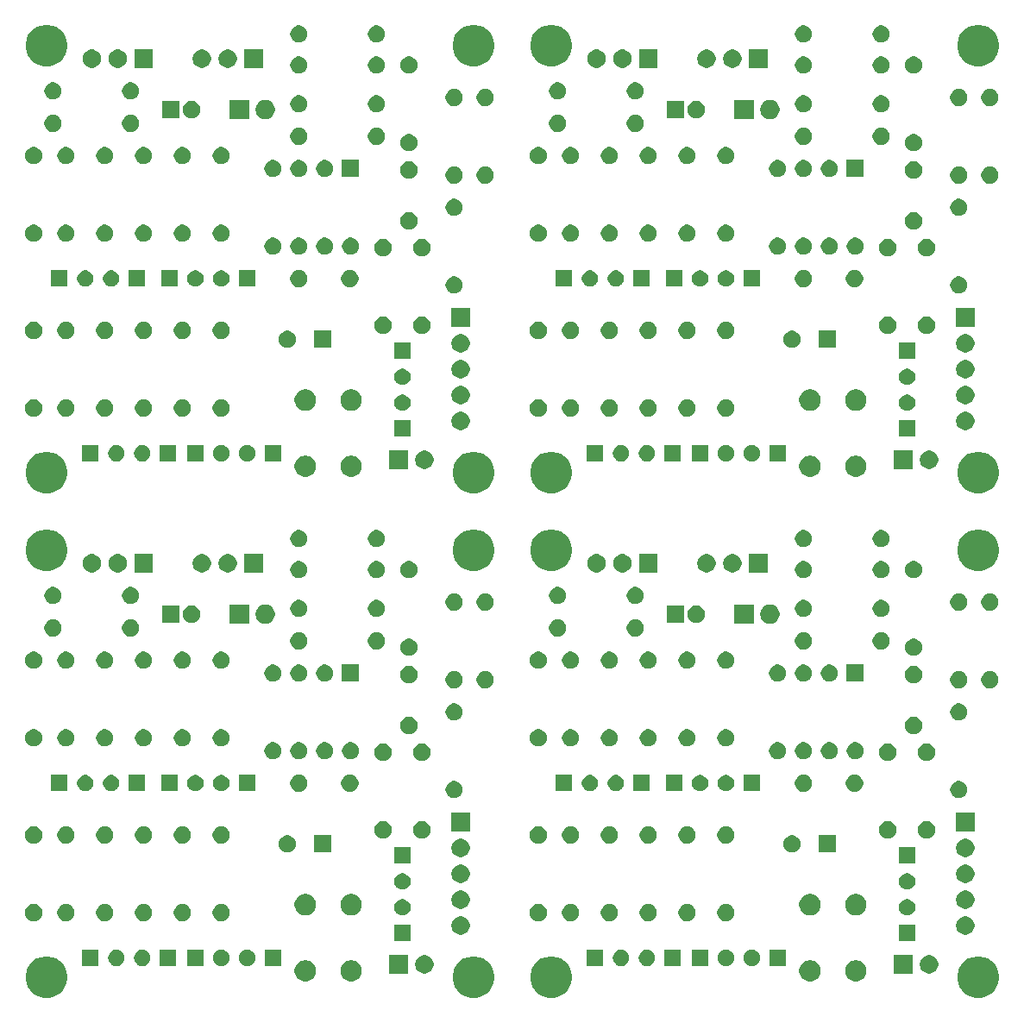
<source format=gts>
G04 #@! TF.GenerationSoftware,KiCad,Pcbnew,5.1.5-52549c5~84~ubuntu18.04.1*
G04 #@! TF.CreationDate,2020-07-07T10:00:02+09:00*
G04 #@! TF.ProjectId,PulseOximeterTHT_rev4,50756c73-654f-4786-996d-657465725448,rev?*
G04 #@! TF.SameCoordinates,Original*
G04 #@! TF.FileFunction,Soldermask,Top*
G04 #@! TF.FilePolarity,Negative*
%FSLAX46Y46*%
G04 Gerber Fmt 4.6, Leading zero omitted, Abs format (unit mm)*
G04 Created by KiCad (PCBNEW 5.1.5-52549c5~84~ubuntu18.04.1) date 2020-07-07 10:00:02*
%MOMM*%
%LPD*%
G04 APERTURE LIST*
%ADD10C,0.100000*%
G04 APERTURE END LIST*
D10*
G36*
X241263254Y-157412818D02*
G01*
X241636511Y-157567426D01*
X241636513Y-157567427D01*
X241972436Y-157791884D01*
X242258116Y-158077564D01*
X242458736Y-158377812D01*
X242482574Y-158413489D01*
X242637182Y-158786746D01*
X242716000Y-159182993D01*
X242716000Y-159587007D01*
X242637182Y-159983254D01*
X242482574Y-160356511D01*
X242482573Y-160356513D01*
X242258116Y-160692436D01*
X241972436Y-160978116D01*
X241636513Y-161202573D01*
X241636512Y-161202574D01*
X241636511Y-161202574D01*
X241263254Y-161357182D01*
X240867007Y-161436000D01*
X240462993Y-161436000D01*
X240066746Y-161357182D01*
X239693489Y-161202574D01*
X239693488Y-161202574D01*
X239693487Y-161202573D01*
X239357564Y-160978116D01*
X239071884Y-160692436D01*
X238847427Y-160356513D01*
X238847426Y-160356511D01*
X238692818Y-159983254D01*
X238614000Y-159587007D01*
X238614000Y-159182993D01*
X238692818Y-158786746D01*
X238847426Y-158413489D01*
X238871265Y-158377812D01*
X239071884Y-158077564D01*
X239357564Y-157791884D01*
X239693487Y-157567427D01*
X239693489Y-157567426D01*
X240066746Y-157412818D01*
X240462993Y-157334000D01*
X240867007Y-157334000D01*
X241263254Y-157412818D01*
G37*
G36*
X199353254Y-157412818D02*
G01*
X199726511Y-157567426D01*
X199726513Y-157567427D01*
X200062436Y-157791884D01*
X200348116Y-158077564D01*
X200548736Y-158377812D01*
X200572574Y-158413489D01*
X200727182Y-158786746D01*
X200806000Y-159182993D01*
X200806000Y-159587007D01*
X200727182Y-159983254D01*
X200572574Y-160356511D01*
X200572573Y-160356513D01*
X200348116Y-160692436D01*
X200062436Y-160978116D01*
X199726513Y-161202573D01*
X199726512Y-161202574D01*
X199726511Y-161202574D01*
X199353254Y-161357182D01*
X198957007Y-161436000D01*
X198552993Y-161436000D01*
X198156746Y-161357182D01*
X197783489Y-161202574D01*
X197783488Y-161202574D01*
X197783487Y-161202573D01*
X197447564Y-160978116D01*
X197161884Y-160692436D01*
X196937427Y-160356513D01*
X196937426Y-160356511D01*
X196782818Y-159983254D01*
X196704000Y-159587007D01*
X196704000Y-159182993D01*
X196782818Y-158786746D01*
X196937426Y-158413489D01*
X196961265Y-158377812D01*
X197161884Y-158077564D01*
X197447564Y-157791884D01*
X197783487Y-157567427D01*
X197783489Y-157567426D01*
X198156746Y-157412818D01*
X198552993Y-157334000D01*
X198957007Y-157334000D01*
X199353254Y-157412818D01*
G37*
G36*
X191733254Y-157412818D02*
G01*
X192106511Y-157567426D01*
X192106513Y-157567427D01*
X192442436Y-157791884D01*
X192728116Y-158077564D01*
X192928736Y-158377812D01*
X192952574Y-158413489D01*
X193107182Y-158786746D01*
X193186000Y-159182993D01*
X193186000Y-159587007D01*
X193107182Y-159983254D01*
X192952574Y-160356511D01*
X192952573Y-160356513D01*
X192728116Y-160692436D01*
X192442436Y-160978116D01*
X192106513Y-161202573D01*
X192106512Y-161202574D01*
X192106511Y-161202574D01*
X191733254Y-161357182D01*
X191337007Y-161436000D01*
X190932993Y-161436000D01*
X190536746Y-161357182D01*
X190163489Y-161202574D01*
X190163488Y-161202574D01*
X190163487Y-161202573D01*
X189827564Y-160978116D01*
X189541884Y-160692436D01*
X189317427Y-160356513D01*
X189317426Y-160356511D01*
X189162818Y-159983254D01*
X189084000Y-159587007D01*
X189084000Y-159182993D01*
X189162818Y-158786746D01*
X189317426Y-158413489D01*
X189341265Y-158377812D01*
X189541884Y-158077564D01*
X189827564Y-157791884D01*
X190163487Y-157567427D01*
X190163489Y-157567426D01*
X190536746Y-157412818D01*
X190932993Y-157334000D01*
X191337007Y-157334000D01*
X191733254Y-157412818D01*
G37*
G36*
X149823254Y-157412818D02*
G01*
X150196511Y-157567426D01*
X150196513Y-157567427D01*
X150532436Y-157791884D01*
X150818116Y-158077564D01*
X151018736Y-158377812D01*
X151042574Y-158413489D01*
X151197182Y-158786746D01*
X151276000Y-159182993D01*
X151276000Y-159587007D01*
X151197182Y-159983254D01*
X151042574Y-160356511D01*
X151042573Y-160356513D01*
X150818116Y-160692436D01*
X150532436Y-160978116D01*
X150196513Y-161202573D01*
X150196512Y-161202574D01*
X150196511Y-161202574D01*
X149823254Y-161357182D01*
X149427007Y-161436000D01*
X149022993Y-161436000D01*
X148626746Y-161357182D01*
X148253489Y-161202574D01*
X148253488Y-161202574D01*
X148253487Y-161202573D01*
X147917564Y-160978116D01*
X147631884Y-160692436D01*
X147407427Y-160356513D01*
X147407426Y-160356511D01*
X147252818Y-159983254D01*
X147174000Y-159587007D01*
X147174000Y-159182993D01*
X147252818Y-158786746D01*
X147407426Y-158413489D01*
X147431265Y-158377812D01*
X147631884Y-158077564D01*
X147917564Y-157791884D01*
X148253487Y-157567427D01*
X148253489Y-157567426D01*
X148626746Y-157412818D01*
X149022993Y-157334000D01*
X149427007Y-157334000D01*
X149823254Y-157412818D01*
G37*
G36*
X174931564Y-157739389D02*
G01*
X175058298Y-157791884D01*
X175122835Y-157818616D01*
X175294973Y-157933635D01*
X175441365Y-158080027D01*
X175555084Y-158250219D01*
X175556385Y-158252167D01*
X175635611Y-158443436D01*
X175676000Y-158646484D01*
X175676000Y-158853516D01*
X175635611Y-159056564D01*
X175583242Y-159182994D01*
X175556384Y-159247835D01*
X175441365Y-159419973D01*
X175294973Y-159566365D01*
X175122835Y-159681384D01*
X175122834Y-159681385D01*
X175122833Y-159681385D01*
X174931564Y-159760611D01*
X174728516Y-159801000D01*
X174521484Y-159801000D01*
X174318436Y-159760611D01*
X174127167Y-159681385D01*
X174127166Y-159681385D01*
X174127165Y-159681384D01*
X173955027Y-159566365D01*
X173808635Y-159419973D01*
X173693616Y-159247835D01*
X173666758Y-159182994D01*
X173614389Y-159056564D01*
X173574000Y-158853516D01*
X173574000Y-158646484D01*
X173614389Y-158443436D01*
X173693615Y-158252167D01*
X173694917Y-158250219D01*
X173808635Y-158080027D01*
X173955027Y-157933635D01*
X174127165Y-157818616D01*
X174191702Y-157791884D01*
X174318436Y-157739389D01*
X174521484Y-157699000D01*
X174728516Y-157699000D01*
X174931564Y-157739389D01*
G37*
G36*
X179431564Y-157739389D02*
G01*
X179558298Y-157791884D01*
X179622835Y-157818616D01*
X179794973Y-157933635D01*
X179941365Y-158080027D01*
X180055084Y-158250219D01*
X180056385Y-158252167D01*
X180135611Y-158443436D01*
X180176000Y-158646484D01*
X180176000Y-158853516D01*
X180135611Y-159056564D01*
X180083242Y-159182994D01*
X180056384Y-159247835D01*
X179941365Y-159419973D01*
X179794973Y-159566365D01*
X179622835Y-159681384D01*
X179622834Y-159681385D01*
X179622833Y-159681385D01*
X179431564Y-159760611D01*
X179228516Y-159801000D01*
X179021484Y-159801000D01*
X178818436Y-159760611D01*
X178627167Y-159681385D01*
X178627166Y-159681385D01*
X178627165Y-159681384D01*
X178455027Y-159566365D01*
X178308635Y-159419973D01*
X178193616Y-159247835D01*
X178166758Y-159182994D01*
X178114389Y-159056564D01*
X178074000Y-158853516D01*
X178074000Y-158646484D01*
X178114389Y-158443436D01*
X178193615Y-158252167D01*
X178194917Y-158250219D01*
X178308635Y-158080027D01*
X178455027Y-157933635D01*
X178627165Y-157818616D01*
X178691702Y-157791884D01*
X178818436Y-157739389D01*
X179021484Y-157699000D01*
X179228516Y-157699000D01*
X179431564Y-157739389D01*
G37*
G36*
X228961564Y-157739389D02*
G01*
X229088298Y-157791884D01*
X229152835Y-157818616D01*
X229324973Y-157933635D01*
X229471365Y-158080027D01*
X229585084Y-158250219D01*
X229586385Y-158252167D01*
X229665611Y-158443436D01*
X229706000Y-158646484D01*
X229706000Y-158853516D01*
X229665611Y-159056564D01*
X229613242Y-159182994D01*
X229586384Y-159247835D01*
X229471365Y-159419973D01*
X229324973Y-159566365D01*
X229152835Y-159681384D01*
X229152834Y-159681385D01*
X229152833Y-159681385D01*
X228961564Y-159760611D01*
X228758516Y-159801000D01*
X228551484Y-159801000D01*
X228348436Y-159760611D01*
X228157167Y-159681385D01*
X228157166Y-159681385D01*
X228157165Y-159681384D01*
X227985027Y-159566365D01*
X227838635Y-159419973D01*
X227723616Y-159247835D01*
X227696758Y-159182994D01*
X227644389Y-159056564D01*
X227604000Y-158853516D01*
X227604000Y-158646484D01*
X227644389Y-158443436D01*
X227723615Y-158252167D01*
X227724917Y-158250219D01*
X227838635Y-158080027D01*
X227985027Y-157933635D01*
X228157165Y-157818616D01*
X228221702Y-157791884D01*
X228348436Y-157739389D01*
X228551484Y-157699000D01*
X228758516Y-157699000D01*
X228961564Y-157739389D01*
G37*
G36*
X224461564Y-157739389D02*
G01*
X224588298Y-157791884D01*
X224652835Y-157818616D01*
X224824973Y-157933635D01*
X224971365Y-158080027D01*
X225085084Y-158250219D01*
X225086385Y-158252167D01*
X225165611Y-158443436D01*
X225206000Y-158646484D01*
X225206000Y-158853516D01*
X225165611Y-159056564D01*
X225113242Y-159182994D01*
X225086384Y-159247835D01*
X224971365Y-159419973D01*
X224824973Y-159566365D01*
X224652835Y-159681384D01*
X224652834Y-159681385D01*
X224652833Y-159681385D01*
X224461564Y-159760611D01*
X224258516Y-159801000D01*
X224051484Y-159801000D01*
X223848436Y-159760611D01*
X223657167Y-159681385D01*
X223657166Y-159681385D01*
X223657165Y-159681384D01*
X223485027Y-159566365D01*
X223338635Y-159419973D01*
X223223616Y-159247835D01*
X223196758Y-159182994D01*
X223144389Y-159056564D01*
X223104000Y-158853516D01*
X223104000Y-158646484D01*
X223144389Y-158443436D01*
X223223615Y-158252167D01*
X223224917Y-158250219D01*
X223338635Y-158080027D01*
X223485027Y-157933635D01*
X223657165Y-157818616D01*
X223721702Y-157791884D01*
X223848436Y-157739389D01*
X224051484Y-157699000D01*
X224258516Y-157699000D01*
X224461564Y-157739389D01*
G37*
G36*
X235952512Y-157218927D02*
G01*
X236101812Y-157248624D01*
X236265784Y-157316544D01*
X236413354Y-157415147D01*
X236538853Y-157540646D01*
X236637456Y-157688216D01*
X236705376Y-157852188D01*
X236740000Y-158026259D01*
X236740000Y-158203741D01*
X236705376Y-158377812D01*
X236637456Y-158541784D01*
X236538853Y-158689354D01*
X236413354Y-158814853D01*
X236265784Y-158913456D01*
X236101812Y-158981376D01*
X235952512Y-159011073D01*
X235927742Y-159016000D01*
X235750258Y-159016000D01*
X235725488Y-159011073D01*
X235576188Y-158981376D01*
X235412216Y-158913456D01*
X235264646Y-158814853D01*
X235139147Y-158689354D01*
X235040544Y-158541784D01*
X234972624Y-158377812D01*
X234938000Y-158203741D01*
X234938000Y-158026259D01*
X234972624Y-157852188D01*
X235040544Y-157688216D01*
X235139147Y-157540646D01*
X235264646Y-157415147D01*
X235412216Y-157316544D01*
X235576188Y-157248624D01*
X235725488Y-157218927D01*
X235750258Y-157214000D01*
X235927742Y-157214000D01*
X235952512Y-157218927D01*
G37*
G36*
X184670000Y-159016000D02*
G01*
X182868000Y-159016000D01*
X182868000Y-157214000D01*
X184670000Y-157214000D01*
X184670000Y-159016000D01*
G37*
G36*
X234200000Y-159016000D02*
G01*
X232398000Y-159016000D01*
X232398000Y-157214000D01*
X234200000Y-157214000D01*
X234200000Y-159016000D01*
G37*
G36*
X186422512Y-157218927D02*
G01*
X186571812Y-157248624D01*
X186735784Y-157316544D01*
X186883354Y-157415147D01*
X187008853Y-157540646D01*
X187107456Y-157688216D01*
X187175376Y-157852188D01*
X187210000Y-158026259D01*
X187210000Y-158203741D01*
X187175376Y-158377812D01*
X187107456Y-158541784D01*
X187008853Y-158689354D01*
X186883354Y-158814853D01*
X186735784Y-158913456D01*
X186571812Y-158981376D01*
X186422512Y-159011073D01*
X186397742Y-159016000D01*
X186220258Y-159016000D01*
X186195488Y-159011073D01*
X186046188Y-158981376D01*
X185882216Y-158913456D01*
X185734646Y-158814853D01*
X185609147Y-158689354D01*
X185510544Y-158541784D01*
X185442624Y-158377812D01*
X185408000Y-158203741D01*
X185408000Y-158026259D01*
X185442624Y-157852188D01*
X185510544Y-157688216D01*
X185609147Y-157540646D01*
X185734646Y-157415147D01*
X185882216Y-157316544D01*
X186046188Y-157248624D01*
X186195488Y-157218927D01*
X186220258Y-157214000D01*
X186397742Y-157214000D01*
X186422512Y-157218927D01*
G37*
G36*
X203874000Y-158281000D02*
G01*
X202272000Y-158281000D01*
X202272000Y-156679000D01*
X203874000Y-156679000D01*
X203874000Y-158281000D01*
G37*
G36*
X166603642Y-156709781D02*
G01*
X166749414Y-156770162D01*
X166749416Y-156770163D01*
X166880608Y-156857822D01*
X166992178Y-156969392D01*
X167079837Y-157100584D01*
X167079838Y-157100586D01*
X167140219Y-157246358D01*
X167171000Y-157401107D01*
X167171000Y-157558893D01*
X167140219Y-157713642D01*
X167096737Y-157818616D01*
X167079837Y-157859416D01*
X166992178Y-157990608D01*
X166880608Y-158102178D01*
X166749416Y-158189837D01*
X166749415Y-158189838D01*
X166749414Y-158189838D01*
X166603642Y-158250219D01*
X166448893Y-158281000D01*
X166291107Y-158281000D01*
X166136358Y-158250219D01*
X165990586Y-158189838D01*
X165990585Y-158189838D01*
X165990584Y-158189837D01*
X165859392Y-158102178D01*
X165747822Y-157990608D01*
X165660163Y-157859416D01*
X165643263Y-157818616D01*
X165599781Y-157713642D01*
X165569000Y-157558893D01*
X165569000Y-157401107D01*
X165599781Y-157246358D01*
X165660162Y-157100586D01*
X165660163Y-157100584D01*
X165747822Y-156969392D01*
X165859392Y-156857822D01*
X165990584Y-156770163D01*
X165990586Y-156770162D01*
X166136358Y-156709781D01*
X166291107Y-156679000D01*
X166448893Y-156679000D01*
X166603642Y-156709781D01*
G37*
G36*
X169143642Y-156709781D02*
G01*
X169289414Y-156770162D01*
X169289416Y-156770163D01*
X169420608Y-156857822D01*
X169532178Y-156969392D01*
X169619837Y-157100584D01*
X169619838Y-157100586D01*
X169680219Y-157246358D01*
X169711000Y-157401107D01*
X169711000Y-157558893D01*
X169680219Y-157713642D01*
X169636737Y-157818616D01*
X169619837Y-157859416D01*
X169532178Y-157990608D01*
X169420608Y-158102178D01*
X169289416Y-158189837D01*
X169289415Y-158189838D01*
X169289414Y-158189838D01*
X169143642Y-158250219D01*
X168988893Y-158281000D01*
X168831107Y-158281000D01*
X168676358Y-158250219D01*
X168530586Y-158189838D01*
X168530585Y-158189838D01*
X168530584Y-158189837D01*
X168399392Y-158102178D01*
X168287822Y-157990608D01*
X168200163Y-157859416D01*
X168183263Y-157818616D01*
X168139781Y-157713642D01*
X168109000Y-157558893D01*
X168109000Y-157401107D01*
X168139781Y-157246358D01*
X168200162Y-157100586D01*
X168200163Y-157100584D01*
X168287822Y-156969392D01*
X168399392Y-156857822D01*
X168530584Y-156770163D01*
X168530586Y-156770162D01*
X168676358Y-156709781D01*
X168831107Y-156679000D01*
X168988893Y-156679000D01*
X169143642Y-156709781D01*
G37*
G36*
X164631000Y-158281000D02*
G01*
X163029000Y-158281000D01*
X163029000Y-156679000D01*
X164631000Y-156679000D01*
X164631000Y-158281000D01*
G37*
G36*
X172251000Y-158281000D02*
G01*
X170649000Y-158281000D01*
X170649000Y-156679000D01*
X172251000Y-156679000D01*
X172251000Y-158281000D01*
G37*
G36*
X218673642Y-156709781D02*
G01*
X218819414Y-156770162D01*
X218819416Y-156770163D01*
X218950608Y-156857822D01*
X219062178Y-156969392D01*
X219149837Y-157100584D01*
X219149838Y-157100586D01*
X219210219Y-157246358D01*
X219241000Y-157401107D01*
X219241000Y-157558893D01*
X219210219Y-157713642D01*
X219166737Y-157818616D01*
X219149837Y-157859416D01*
X219062178Y-157990608D01*
X218950608Y-158102178D01*
X218819416Y-158189837D01*
X218819415Y-158189838D01*
X218819414Y-158189838D01*
X218673642Y-158250219D01*
X218518893Y-158281000D01*
X218361107Y-158281000D01*
X218206358Y-158250219D01*
X218060586Y-158189838D01*
X218060585Y-158189838D01*
X218060584Y-158189837D01*
X217929392Y-158102178D01*
X217817822Y-157990608D01*
X217730163Y-157859416D01*
X217713263Y-157818616D01*
X217669781Y-157713642D01*
X217639000Y-157558893D01*
X217639000Y-157401107D01*
X217669781Y-157246358D01*
X217730162Y-157100586D01*
X217730163Y-157100584D01*
X217817822Y-156969392D01*
X217929392Y-156857822D01*
X218060584Y-156770163D01*
X218060586Y-156770162D01*
X218206358Y-156709781D01*
X218361107Y-156679000D01*
X218518893Y-156679000D01*
X218673642Y-156709781D01*
G37*
G36*
X221781000Y-158281000D02*
G01*
X220179000Y-158281000D01*
X220179000Y-156679000D01*
X221781000Y-156679000D01*
X221781000Y-158281000D01*
G37*
G36*
X216133642Y-156709781D02*
G01*
X216279414Y-156770162D01*
X216279416Y-156770163D01*
X216410608Y-156857822D01*
X216522178Y-156969392D01*
X216609837Y-157100584D01*
X216609838Y-157100586D01*
X216670219Y-157246358D01*
X216701000Y-157401107D01*
X216701000Y-157558893D01*
X216670219Y-157713642D01*
X216626737Y-157818616D01*
X216609837Y-157859416D01*
X216522178Y-157990608D01*
X216410608Y-158102178D01*
X216279416Y-158189837D01*
X216279415Y-158189838D01*
X216279414Y-158189838D01*
X216133642Y-158250219D01*
X215978893Y-158281000D01*
X215821107Y-158281000D01*
X215666358Y-158250219D01*
X215520586Y-158189838D01*
X215520585Y-158189838D01*
X215520584Y-158189837D01*
X215389392Y-158102178D01*
X215277822Y-157990608D01*
X215190163Y-157859416D01*
X215173263Y-157818616D01*
X215129781Y-157713642D01*
X215099000Y-157558893D01*
X215099000Y-157401107D01*
X215129781Y-157246358D01*
X215190162Y-157100586D01*
X215190163Y-157100584D01*
X215277822Y-156969392D01*
X215389392Y-156857822D01*
X215520584Y-156770163D01*
X215520586Y-156770162D01*
X215666358Y-156709781D01*
X215821107Y-156679000D01*
X215978893Y-156679000D01*
X216133642Y-156709781D01*
G37*
G36*
X205846642Y-156709781D02*
G01*
X205992414Y-156770162D01*
X205992416Y-156770163D01*
X206123608Y-156857822D01*
X206235178Y-156969392D01*
X206322837Y-157100584D01*
X206322838Y-157100586D01*
X206383219Y-157246358D01*
X206414000Y-157401107D01*
X206414000Y-157558893D01*
X206383219Y-157713642D01*
X206339737Y-157818616D01*
X206322837Y-157859416D01*
X206235178Y-157990608D01*
X206123608Y-158102178D01*
X205992416Y-158189837D01*
X205992415Y-158189838D01*
X205992414Y-158189838D01*
X205846642Y-158250219D01*
X205691893Y-158281000D01*
X205534107Y-158281000D01*
X205379358Y-158250219D01*
X205233586Y-158189838D01*
X205233585Y-158189838D01*
X205233584Y-158189837D01*
X205102392Y-158102178D01*
X204990822Y-157990608D01*
X204903163Y-157859416D01*
X204886263Y-157818616D01*
X204842781Y-157713642D01*
X204812000Y-157558893D01*
X204812000Y-157401107D01*
X204842781Y-157246358D01*
X204903162Y-157100586D01*
X204903163Y-157100584D01*
X204990822Y-156969392D01*
X205102392Y-156857822D01*
X205233584Y-156770163D01*
X205233586Y-156770162D01*
X205379358Y-156709781D01*
X205534107Y-156679000D01*
X205691893Y-156679000D01*
X205846642Y-156709781D01*
G37*
G36*
X208386642Y-156709781D02*
G01*
X208532414Y-156770162D01*
X208532416Y-156770163D01*
X208663608Y-156857822D01*
X208775178Y-156969392D01*
X208862837Y-157100584D01*
X208862838Y-157100586D01*
X208923219Y-157246358D01*
X208954000Y-157401107D01*
X208954000Y-157558893D01*
X208923219Y-157713642D01*
X208879737Y-157818616D01*
X208862837Y-157859416D01*
X208775178Y-157990608D01*
X208663608Y-158102178D01*
X208532416Y-158189837D01*
X208532415Y-158189838D01*
X208532414Y-158189838D01*
X208386642Y-158250219D01*
X208231893Y-158281000D01*
X208074107Y-158281000D01*
X207919358Y-158250219D01*
X207773586Y-158189838D01*
X207773585Y-158189838D01*
X207773584Y-158189837D01*
X207642392Y-158102178D01*
X207530822Y-157990608D01*
X207443163Y-157859416D01*
X207426263Y-157818616D01*
X207382781Y-157713642D01*
X207352000Y-157558893D01*
X207352000Y-157401107D01*
X207382781Y-157246358D01*
X207443162Y-157100586D01*
X207443163Y-157100584D01*
X207530822Y-156969392D01*
X207642392Y-156857822D01*
X207773584Y-156770163D01*
X207773586Y-156770162D01*
X207919358Y-156709781D01*
X208074107Y-156679000D01*
X208231893Y-156679000D01*
X208386642Y-156709781D01*
G37*
G36*
X211494000Y-158281000D02*
G01*
X209892000Y-158281000D01*
X209892000Y-156679000D01*
X211494000Y-156679000D01*
X211494000Y-158281000D01*
G37*
G36*
X156316642Y-156709781D02*
G01*
X156462414Y-156770162D01*
X156462416Y-156770163D01*
X156593608Y-156857822D01*
X156705178Y-156969392D01*
X156792837Y-157100584D01*
X156792838Y-157100586D01*
X156853219Y-157246358D01*
X156884000Y-157401107D01*
X156884000Y-157558893D01*
X156853219Y-157713642D01*
X156809737Y-157818616D01*
X156792837Y-157859416D01*
X156705178Y-157990608D01*
X156593608Y-158102178D01*
X156462416Y-158189837D01*
X156462415Y-158189838D01*
X156462414Y-158189838D01*
X156316642Y-158250219D01*
X156161893Y-158281000D01*
X156004107Y-158281000D01*
X155849358Y-158250219D01*
X155703586Y-158189838D01*
X155703585Y-158189838D01*
X155703584Y-158189837D01*
X155572392Y-158102178D01*
X155460822Y-157990608D01*
X155373163Y-157859416D01*
X155356263Y-157818616D01*
X155312781Y-157713642D01*
X155282000Y-157558893D01*
X155282000Y-157401107D01*
X155312781Y-157246358D01*
X155373162Y-157100586D01*
X155373163Y-157100584D01*
X155460822Y-156969392D01*
X155572392Y-156857822D01*
X155703584Y-156770163D01*
X155703586Y-156770162D01*
X155849358Y-156709781D01*
X156004107Y-156679000D01*
X156161893Y-156679000D01*
X156316642Y-156709781D01*
G37*
G36*
X158856642Y-156709781D02*
G01*
X159002414Y-156770162D01*
X159002416Y-156770163D01*
X159133608Y-156857822D01*
X159245178Y-156969392D01*
X159332837Y-157100584D01*
X159332838Y-157100586D01*
X159393219Y-157246358D01*
X159424000Y-157401107D01*
X159424000Y-157558893D01*
X159393219Y-157713642D01*
X159349737Y-157818616D01*
X159332837Y-157859416D01*
X159245178Y-157990608D01*
X159133608Y-158102178D01*
X159002416Y-158189837D01*
X159002415Y-158189838D01*
X159002414Y-158189838D01*
X158856642Y-158250219D01*
X158701893Y-158281000D01*
X158544107Y-158281000D01*
X158389358Y-158250219D01*
X158243586Y-158189838D01*
X158243585Y-158189838D01*
X158243584Y-158189837D01*
X158112392Y-158102178D01*
X158000822Y-157990608D01*
X157913163Y-157859416D01*
X157896263Y-157818616D01*
X157852781Y-157713642D01*
X157822000Y-157558893D01*
X157822000Y-157401107D01*
X157852781Y-157246358D01*
X157913162Y-157100586D01*
X157913163Y-157100584D01*
X158000822Y-156969392D01*
X158112392Y-156857822D01*
X158243584Y-156770163D01*
X158243586Y-156770162D01*
X158389358Y-156709781D01*
X158544107Y-156679000D01*
X158701893Y-156679000D01*
X158856642Y-156709781D01*
G37*
G36*
X154344000Y-158281000D02*
G01*
X152742000Y-158281000D01*
X152742000Y-156679000D01*
X154344000Y-156679000D01*
X154344000Y-158281000D01*
G37*
G36*
X214161000Y-158281000D02*
G01*
X212559000Y-158281000D01*
X212559000Y-156679000D01*
X214161000Y-156679000D01*
X214161000Y-158281000D01*
G37*
G36*
X161964000Y-158281000D02*
G01*
X160362000Y-158281000D01*
X160362000Y-156679000D01*
X161964000Y-156679000D01*
X161964000Y-158281000D01*
G37*
G36*
X184951000Y-155868000D02*
G01*
X183349000Y-155868000D01*
X183349000Y-154266000D01*
X184951000Y-154266000D01*
X184951000Y-155868000D01*
G37*
G36*
X234481000Y-155868000D02*
G01*
X232879000Y-155868000D01*
X232879000Y-154266000D01*
X234481000Y-154266000D01*
X234481000Y-155868000D01*
G37*
G36*
X239508512Y-153408927D02*
G01*
X239657812Y-153438624D01*
X239821784Y-153506544D01*
X239969354Y-153605147D01*
X240094853Y-153730646D01*
X240193456Y-153878216D01*
X240261376Y-154042188D01*
X240296000Y-154216259D01*
X240296000Y-154393741D01*
X240261376Y-154567812D01*
X240193456Y-154731784D01*
X240094853Y-154879354D01*
X239969354Y-155004853D01*
X239821784Y-155103456D01*
X239657812Y-155171376D01*
X239508512Y-155201073D01*
X239483742Y-155206000D01*
X239306258Y-155206000D01*
X239281488Y-155201073D01*
X239132188Y-155171376D01*
X238968216Y-155103456D01*
X238820646Y-155004853D01*
X238695147Y-154879354D01*
X238596544Y-154731784D01*
X238528624Y-154567812D01*
X238494000Y-154393741D01*
X238494000Y-154216259D01*
X238528624Y-154042188D01*
X238596544Y-153878216D01*
X238695147Y-153730646D01*
X238820646Y-153605147D01*
X238968216Y-153506544D01*
X239132188Y-153438624D01*
X239281488Y-153408927D01*
X239306258Y-153404000D01*
X239483742Y-153404000D01*
X239508512Y-153408927D01*
G37*
G36*
X189978512Y-153408927D02*
G01*
X190127812Y-153438624D01*
X190291784Y-153506544D01*
X190439354Y-153605147D01*
X190564853Y-153730646D01*
X190663456Y-153878216D01*
X190731376Y-154042188D01*
X190766000Y-154216259D01*
X190766000Y-154393741D01*
X190731376Y-154567812D01*
X190663456Y-154731784D01*
X190564853Y-154879354D01*
X190439354Y-155004853D01*
X190291784Y-155103456D01*
X190127812Y-155171376D01*
X189978512Y-155201073D01*
X189953742Y-155206000D01*
X189776258Y-155206000D01*
X189751488Y-155201073D01*
X189602188Y-155171376D01*
X189438216Y-155103456D01*
X189290646Y-155004853D01*
X189165147Y-154879354D01*
X189066544Y-154731784D01*
X188998624Y-154567812D01*
X188964000Y-154393741D01*
X188964000Y-154216259D01*
X188998624Y-154042188D01*
X189066544Y-153878216D01*
X189165147Y-153730646D01*
X189290646Y-153605147D01*
X189438216Y-153506544D01*
X189602188Y-153438624D01*
X189751488Y-153408927D01*
X189776258Y-153404000D01*
X189953742Y-153404000D01*
X189978512Y-153408927D01*
G37*
G36*
X151378227Y-152216703D02*
G01*
X151533099Y-152280853D01*
X151672480Y-152373985D01*
X151791014Y-152492519D01*
X151884146Y-152631900D01*
X151948296Y-152786772D01*
X151980999Y-152951184D01*
X151980999Y-153118816D01*
X151948296Y-153283228D01*
X151884146Y-153438100D01*
X151791014Y-153577481D01*
X151672480Y-153696015D01*
X151533099Y-153789147D01*
X151378227Y-153853297D01*
X151213815Y-153886000D01*
X151046183Y-153886000D01*
X150881771Y-153853297D01*
X150726899Y-153789147D01*
X150587518Y-153696015D01*
X150468984Y-153577481D01*
X150375852Y-153438100D01*
X150311702Y-153283228D01*
X150278999Y-153118816D01*
X150278999Y-152951184D01*
X150311702Y-152786772D01*
X150375852Y-152631900D01*
X150468984Y-152492519D01*
X150587518Y-152373985D01*
X150726899Y-152280853D01*
X150881771Y-152216703D01*
X151046183Y-152184000D01*
X151213815Y-152184000D01*
X151378227Y-152216703D01*
G37*
G36*
X148203228Y-152216703D02*
G01*
X148358100Y-152280853D01*
X148497481Y-152373985D01*
X148616015Y-152492519D01*
X148709147Y-152631900D01*
X148773297Y-152786772D01*
X148806000Y-152951184D01*
X148806000Y-153118816D01*
X148773297Y-153283228D01*
X148709147Y-153438100D01*
X148616015Y-153577481D01*
X148497481Y-153696015D01*
X148358100Y-153789147D01*
X148203228Y-153853297D01*
X148038816Y-153886000D01*
X147871184Y-153886000D01*
X147706772Y-153853297D01*
X147551900Y-153789147D01*
X147412519Y-153696015D01*
X147293985Y-153577481D01*
X147200853Y-153438100D01*
X147136703Y-153283228D01*
X147104000Y-153118816D01*
X147104000Y-152951184D01*
X147136703Y-152786772D01*
X147200853Y-152631900D01*
X147293985Y-152492519D01*
X147412519Y-152373985D01*
X147551900Y-152280853D01*
X147706772Y-152216703D01*
X147871184Y-152184000D01*
X148038816Y-152184000D01*
X148203228Y-152216703D01*
G37*
G36*
X208528228Y-152216703D02*
G01*
X208683100Y-152280853D01*
X208822481Y-152373985D01*
X208941015Y-152492519D01*
X209034147Y-152631900D01*
X209098297Y-152786772D01*
X209131000Y-152951184D01*
X209131000Y-153118816D01*
X209098297Y-153283228D01*
X209034147Y-153438100D01*
X208941015Y-153577481D01*
X208822481Y-153696015D01*
X208683100Y-153789147D01*
X208528228Y-153853297D01*
X208363816Y-153886000D01*
X208196184Y-153886000D01*
X208031772Y-153853297D01*
X207876900Y-153789147D01*
X207737519Y-153696015D01*
X207618985Y-153577481D01*
X207525853Y-153438100D01*
X207461703Y-153283228D01*
X207429000Y-153118816D01*
X207429000Y-152951184D01*
X207461703Y-152786772D01*
X207525853Y-152631900D01*
X207618985Y-152492519D01*
X207737519Y-152373985D01*
X207876900Y-152280853D01*
X208031772Y-152216703D01*
X208196184Y-152184000D01*
X208363816Y-152184000D01*
X208528228Y-152216703D01*
G37*
G36*
X200908227Y-152216703D02*
G01*
X201063099Y-152280853D01*
X201202480Y-152373985D01*
X201321014Y-152492519D01*
X201414146Y-152631900D01*
X201478296Y-152786772D01*
X201510999Y-152951184D01*
X201510999Y-153118816D01*
X201478296Y-153283228D01*
X201414146Y-153438100D01*
X201321014Y-153577481D01*
X201202480Y-153696015D01*
X201063099Y-153789147D01*
X200908227Y-153853297D01*
X200743815Y-153886000D01*
X200576183Y-153886000D01*
X200411771Y-153853297D01*
X200256899Y-153789147D01*
X200117518Y-153696015D01*
X199998984Y-153577481D01*
X199905852Y-153438100D01*
X199841702Y-153283228D01*
X199808999Y-153118816D01*
X199808999Y-152951184D01*
X199841702Y-152786772D01*
X199905852Y-152631900D01*
X199998984Y-152492519D01*
X200117518Y-152373985D01*
X200256899Y-152280853D01*
X200411771Y-152216703D01*
X200576183Y-152184000D01*
X200743815Y-152184000D01*
X200908227Y-152216703D01*
G37*
G36*
X197733228Y-152216703D02*
G01*
X197888100Y-152280853D01*
X198027481Y-152373985D01*
X198146015Y-152492519D01*
X198239147Y-152631900D01*
X198303297Y-152786772D01*
X198336000Y-152951184D01*
X198336000Y-153118816D01*
X198303297Y-153283228D01*
X198239147Y-153438100D01*
X198146015Y-153577481D01*
X198027481Y-153696015D01*
X197888100Y-153789147D01*
X197733228Y-153853297D01*
X197568816Y-153886000D01*
X197401184Y-153886000D01*
X197236772Y-153853297D01*
X197081900Y-153789147D01*
X196942519Y-153696015D01*
X196823985Y-153577481D01*
X196730853Y-153438100D01*
X196666703Y-153283228D01*
X196634000Y-153118816D01*
X196634000Y-152951184D01*
X196666703Y-152786772D01*
X196730853Y-152631900D01*
X196823985Y-152492519D01*
X196942519Y-152373985D01*
X197081900Y-152280853D01*
X197236772Y-152216703D01*
X197401184Y-152184000D01*
X197568816Y-152184000D01*
X197733228Y-152216703D01*
G37*
G36*
X155188228Y-152216703D02*
G01*
X155343100Y-152280853D01*
X155482481Y-152373985D01*
X155601015Y-152492519D01*
X155694147Y-152631900D01*
X155758297Y-152786772D01*
X155791000Y-152951184D01*
X155791000Y-153118816D01*
X155758297Y-153283228D01*
X155694147Y-153438100D01*
X155601015Y-153577481D01*
X155482481Y-153696015D01*
X155343100Y-153789147D01*
X155188228Y-153853297D01*
X155023816Y-153886000D01*
X154856184Y-153886000D01*
X154691772Y-153853297D01*
X154536900Y-153789147D01*
X154397519Y-153696015D01*
X154278985Y-153577481D01*
X154185853Y-153438100D01*
X154121703Y-153283228D01*
X154089000Y-153118816D01*
X154089000Y-152951184D01*
X154121703Y-152786772D01*
X154185853Y-152631900D01*
X154278985Y-152492519D01*
X154397519Y-152373985D01*
X154536900Y-152280853D01*
X154691772Y-152216703D01*
X154856184Y-152184000D01*
X155023816Y-152184000D01*
X155188228Y-152216703D01*
G37*
G36*
X158998228Y-152216703D02*
G01*
X159153100Y-152280853D01*
X159292481Y-152373985D01*
X159411015Y-152492519D01*
X159504147Y-152631900D01*
X159568297Y-152786772D01*
X159601000Y-152951184D01*
X159601000Y-153118816D01*
X159568297Y-153283228D01*
X159504147Y-153438100D01*
X159411015Y-153577481D01*
X159292481Y-153696015D01*
X159153100Y-153789147D01*
X158998228Y-153853297D01*
X158833816Y-153886000D01*
X158666184Y-153886000D01*
X158501772Y-153853297D01*
X158346900Y-153789147D01*
X158207519Y-153696015D01*
X158088985Y-153577481D01*
X157995853Y-153438100D01*
X157931703Y-153283228D01*
X157899000Y-153118816D01*
X157899000Y-152951184D01*
X157931703Y-152786772D01*
X157995853Y-152631900D01*
X158088985Y-152492519D01*
X158207519Y-152373985D01*
X158346900Y-152280853D01*
X158501772Y-152216703D01*
X158666184Y-152184000D01*
X158833816Y-152184000D01*
X158998228Y-152216703D01*
G37*
G36*
X162808227Y-152216703D02*
G01*
X162963099Y-152280853D01*
X163102480Y-152373985D01*
X163221014Y-152492519D01*
X163314146Y-152631900D01*
X163378296Y-152786772D01*
X163410999Y-152951184D01*
X163410999Y-153118816D01*
X163378296Y-153283228D01*
X163314146Y-153438100D01*
X163221014Y-153577481D01*
X163102480Y-153696015D01*
X162963099Y-153789147D01*
X162808227Y-153853297D01*
X162643815Y-153886000D01*
X162476183Y-153886000D01*
X162311771Y-153853297D01*
X162156899Y-153789147D01*
X162017518Y-153696015D01*
X161898984Y-153577481D01*
X161805852Y-153438100D01*
X161741702Y-153283228D01*
X161708999Y-153118816D01*
X161708999Y-152951184D01*
X161741702Y-152786772D01*
X161805852Y-152631900D01*
X161898984Y-152492519D01*
X162017518Y-152373985D01*
X162156899Y-152280853D01*
X162311771Y-152216703D01*
X162476183Y-152184000D01*
X162643815Y-152184000D01*
X162808227Y-152216703D01*
G37*
G36*
X166618228Y-152216703D02*
G01*
X166773100Y-152280853D01*
X166912481Y-152373985D01*
X167031015Y-152492519D01*
X167124147Y-152631900D01*
X167188297Y-152786772D01*
X167221000Y-152951184D01*
X167221000Y-153118816D01*
X167188297Y-153283228D01*
X167124147Y-153438100D01*
X167031015Y-153577481D01*
X166912481Y-153696015D01*
X166773100Y-153789147D01*
X166618228Y-153853297D01*
X166453816Y-153886000D01*
X166286184Y-153886000D01*
X166121772Y-153853297D01*
X165966900Y-153789147D01*
X165827519Y-153696015D01*
X165708985Y-153577481D01*
X165615853Y-153438100D01*
X165551703Y-153283228D01*
X165519000Y-153118816D01*
X165519000Y-152951184D01*
X165551703Y-152786772D01*
X165615853Y-152631900D01*
X165708985Y-152492519D01*
X165827519Y-152373985D01*
X165966900Y-152280853D01*
X166121772Y-152216703D01*
X166286184Y-152184000D01*
X166453816Y-152184000D01*
X166618228Y-152216703D01*
G37*
G36*
X204718228Y-152216703D02*
G01*
X204873100Y-152280853D01*
X205012481Y-152373985D01*
X205131015Y-152492519D01*
X205224147Y-152631900D01*
X205288297Y-152786772D01*
X205321000Y-152951184D01*
X205321000Y-153118816D01*
X205288297Y-153283228D01*
X205224147Y-153438100D01*
X205131015Y-153577481D01*
X205012481Y-153696015D01*
X204873100Y-153789147D01*
X204718228Y-153853297D01*
X204553816Y-153886000D01*
X204386184Y-153886000D01*
X204221772Y-153853297D01*
X204066900Y-153789147D01*
X203927519Y-153696015D01*
X203808985Y-153577481D01*
X203715853Y-153438100D01*
X203651703Y-153283228D01*
X203619000Y-153118816D01*
X203619000Y-152951184D01*
X203651703Y-152786772D01*
X203715853Y-152631900D01*
X203808985Y-152492519D01*
X203927519Y-152373985D01*
X204066900Y-152280853D01*
X204221772Y-152216703D01*
X204386184Y-152184000D01*
X204553816Y-152184000D01*
X204718228Y-152216703D01*
G37*
G36*
X216148228Y-152216703D02*
G01*
X216303100Y-152280853D01*
X216442481Y-152373985D01*
X216561015Y-152492519D01*
X216654147Y-152631900D01*
X216718297Y-152786772D01*
X216751000Y-152951184D01*
X216751000Y-153118816D01*
X216718297Y-153283228D01*
X216654147Y-153438100D01*
X216561015Y-153577481D01*
X216442481Y-153696015D01*
X216303100Y-153789147D01*
X216148228Y-153853297D01*
X215983816Y-153886000D01*
X215816184Y-153886000D01*
X215651772Y-153853297D01*
X215496900Y-153789147D01*
X215357519Y-153696015D01*
X215238985Y-153577481D01*
X215145853Y-153438100D01*
X215081703Y-153283228D01*
X215049000Y-153118816D01*
X215049000Y-152951184D01*
X215081703Y-152786772D01*
X215145853Y-152631900D01*
X215238985Y-152492519D01*
X215357519Y-152373985D01*
X215496900Y-152280853D01*
X215651772Y-152216703D01*
X215816184Y-152184000D01*
X215983816Y-152184000D01*
X216148228Y-152216703D01*
G37*
G36*
X212338227Y-152216703D02*
G01*
X212493099Y-152280853D01*
X212632480Y-152373985D01*
X212751014Y-152492519D01*
X212844146Y-152631900D01*
X212908296Y-152786772D01*
X212940999Y-152951184D01*
X212940999Y-153118816D01*
X212908296Y-153283228D01*
X212844146Y-153438100D01*
X212751014Y-153577481D01*
X212632480Y-153696015D01*
X212493099Y-153789147D01*
X212338227Y-153853297D01*
X212173815Y-153886000D01*
X212006183Y-153886000D01*
X211841771Y-153853297D01*
X211686899Y-153789147D01*
X211547518Y-153696015D01*
X211428984Y-153577481D01*
X211335852Y-153438100D01*
X211271702Y-153283228D01*
X211238999Y-153118816D01*
X211238999Y-152951184D01*
X211271702Y-152786772D01*
X211335852Y-152631900D01*
X211428984Y-152492519D01*
X211547518Y-152373985D01*
X211686899Y-152280853D01*
X211841771Y-152216703D01*
X212006183Y-152184000D01*
X212173815Y-152184000D01*
X212338227Y-152216703D01*
G37*
G36*
X184383642Y-151756781D02*
G01*
X184529414Y-151817162D01*
X184529416Y-151817163D01*
X184660608Y-151904822D01*
X184772178Y-152016392D01*
X184859102Y-152146484D01*
X184859838Y-152147586D01*
X184920219Y-152293358D01*
X184951000Y-152448107D01*
X184951000Y-152605893D01*
X184920219Y-152760642D01*
X184859838Y-152906414D01*
X184859837Y-152906416D01*
X184772178Y-153037608D01*
X184660608Y-153149178D01*
X184529416Y-153236837D01*
X184529415Y-153236838D01*
X184529414Y-153236838D01*
X184383642Y-153297219D01*
X184228893Y-153328000D01*
X184071107Y-153328000D01*
X183916358Y-153297219D01*
X183770586Y-153236838D01*
X183770585Y-153236838D01*
X183770584Y-153236837D01*
X183639392Y-153149178D01*
X183527822Y-153037608D01*
X183440163Y-152906416D01*
X183440162Y-152906414D01*
X183379781Y-152760642D01*
X183349000Y-152605893D01*
X183349000Y-152448107D01*
X183379781Y-152293358D01*
X183440162Y-152147586D01*
X183440898Y-152146484D01*
X183527822Y-152016392D01*
X183639392Y-151904822D01*
X183770584Y-151817163D01*
X183770586Y-151817162D01*
X183916358Y-151756781D01*
X184071107Y-151726000D01*
X184228893Y-151726000D01*
X184383642Y-151756781D01*
G37*
G36*
X233913642Y-151756781D02*
G01*
X234059414Y-151817162D01*
X234059416Y-151817163D01*
X234190608Y-151904822D01*
X234302178Y-152016392D01*
X234389102Y-152146484D01*
X234389838Y-152147586D01*
X234450219Y-152293358D01*
X234481000Y-152448107D01*
X234481000Y-152605893D01*
X234450219Y-152760642D01*
X234389838Y-152906414D01*
X234389837Y-152906416D01*
X234302178Y-153037608D01*
X234190608Y-153149178D01*
X234059416Y-153236837D01*
X234059415Y-153236838D01*
X234059414Y-153236838D01*
X233913642Y-153297219D01*
X233758893Y-153328000D01*
X233601107Y-153328000D01*
X233446358Y-153297219D01*
X233300586Y-153236838D01*
X233300585Y-153236838D01*
X233300584Y-153236837D01*
X233169392Y-153149178D01*
X233057822Y-153037608D01*
X232970163Y-152906416D01*
X232970162Y-152906414D01*
X232909781Y-152760642D01*
X232879000Y-152605893D01*
X232879000Y-152448107D01*
X232909781Y-152293358D01*
X232970162Y-152147586D01*
X232970898Y-152146484D01*
X233057822Y-152016392D01*
X233169392Y-151904822D01*
X233300584Y-151817163D01*
X233300586Y-151817162D01*
X233446358Y-151756781D01*
X233601107Y-151726000D01*
X233758893Y-151726000D01*
X233913642Y-151756781D01*
G37*
G36*
X228961564Y-151239389D02*
G01*
X229152833Y-151318615D01*
X229152835Y-151318616D01*
X229324973Y-151433635D01*
X229471365Y-151580027D01*
X229535665Y-151676258D01*
X229586385Y-151752167D01*
X229665611Y-151943436D01*
X229706000Y-152146484D01*
X229706000Y-152353516D01*
X229665611Y-152556564D01*
X229620281Y-152666000D01*
X229586384Y-152747835D01*
X229471365Y-152919973D01*
X229324973Y-153066365D01*
X229152835Y-153181384D01*
X229152834Y-153181385D01*
X229152833Y-153181385D01*
X228961564Y-153260611D01*
X228758516Y-153301000D01*
X228551484Y-153301000D01*
X228348436Y-153260611D01*
X228157167Y-153181385D01*
X228157166Y-153181385D01*
X228157165Y-153181384D01*
X227985027Y-153066365D01*
X227838635Y-152919973D01*
X227723616Y-152747835D01*
X227689719Y-152666000D01*
X227644389Y-152556564D01*
X227604000Y-152353516D01*
X227604000Y-152146484D01*
X227644389Y-151943436D01*
X227723615Y-151752167D01*
X227774336Y-151676258D01*
X227838635Y-151580027D01*
X227985027Y-151433635D01*
X228157165Y-151318616D01*
X228157167Y-151318615D01*
X228348436Y-151239389D01*
X228551484Y-151199000D01*
X228758516Y-151199000D01*
X228961564Y-151239389D01*
G37*
G36*
X224461564Y-151239389D02*
G01*
X224652833Y-151318615D01*
X224652835Y-151318616D01*
X224824973Y-151433635D01*
X224971365Y-151580027D01*
X225035665Y-151676258D01*
X225086385Y-151752167D01*
X225165611Y-151943436D01*
X225206000Y-152146484D01*
X225206000Y-152353516D01*
X225165611Y-152556564D01*
X225120281Y-152666000D01*
X225086384Y-152747835D01*
X224971365Y-152919973D01*
X224824973Y-153066365D01*
X224652835Y-153181384D01*
X224652834Y-153181385D01*
X224652833Y-153181385D01*
X224461564Y-153260611D01*
X224258516Y-153301000D01*
X224051484Y-153301000D01*
X223848436Y-153260611D01*
X223657167Y-153181385D01*
X223657166Y-153181385D01*
X223657165Y-153181384D01*
X223485027Y-153066365D01*
X223338635Y-152919973D01*
X223223616Y-152747835D01*
X223189719Y-152666000D01*
X223144389Y-152556564D01*
X223104000Y-152353516D01*
X223104000Y-152146484D01*
X223144389Y-151943436D01*
X223223615Y-151752167D01*
X223274336Y-151676258D01*
X223338635Y-151580027D01*
X223485027Y-151433635D01*
X223657165Y-151318616D01*
X223657167Y-151318615D01*
X223848436Y-151239389D01*
X224051484Y-151199000D01*
X224258516Y-151199000D01*
X224461564Y-151239389D01*
G37*
G36*
X179431564Y-151239389D02*
G01*
X179622833Y-151318615D01*
X179622835Y-151318616D01*
X179794973Y-151433635D01*
X179941365Y-151580027D01*
X180005665Y-151676258D01*
X180056385Y-151752167D01*
X180135611Y-151943436D01*
X180176000Y-152146484D01*
X180176000Y-152353516D01*
X180135611Y-152556564D01*
X180090281Y-152666000D01*
X180056384Y-152747835D01*
X179941365Y-152919973D01*
X179794973Y-153066365D01*
X179622835Y-153181384D01*
X179622834Y-153181385D01*
X179622833Y-153181385D01*
X179431564Y-153260611D01*
X179228516Y-153301000D01*
X179021484Y-153301000D01*
X178818436Y-153260611D01*
X178627167Y-153181385D01*
X178627166Y-153181385D01*
X178627165Y-153181384D01*
X178455027Y-153066365D01*
X178308635Y-152919973D01*
X178193616Y-152747835D01*
X178159719Y-152666000D01*
X178114389Y-152556564D01*
X178074000Y-152353516D01*
X178074000Y-152146484D01*
X178114389Y-151943436D01*
X178193615Y-151752167D01*
X178244336Y-151676258D01*
X178308635Y-151580027D01*
X178455027Y-151433635D01*
X178627165Y-151318616D01*
X178627167Y-151318615D01*
X178818436Y-151239389D01*
X179021484Y-151199000D01*
X179228516Y-151199000D01*
X179431564Y-151239389D01*
G37*
G36*
X174931564Y-151239389D02*
G01*
X175122833Y-151318615D01*
X175122835Y-151318616D01*
X175294973Y-151433635D01*
X175441365Y-151580027D01*
X175505665Y-151676258D01*
X175556385Y-151752167D01*
X175635611Y-151943436D01*
X175676000Y-152146484D01*
X175676000Y-152353516D01*
X175635611Y-152556564D01*
X175590281Y-152666000D01*
X175556384Y-152747835D01*
X175441365Y-152919973D01*
X175294973Y-153066365D01*
X175122835Y-153181384D01*
X175122834Y-153181385D01*
X175122833Y-153181385D01*
X174931564Y-153260611D01*
X174728516Y-153301000D01*
X174521484Y-153301000D01*
X174318436Y-153260611D01*
X174127167Y-153181385D01*
X174127166Y-153181385D01*
X174127165Y-153181384D01*
X173955027Y-153066365D01*
X173808635Y-152919973D01*
X173693616Y-152747835D01*
X173659719Y-152666000D01*
X173614389Y-152556564D01*
X173574000Y-152353516D01*
X173574000Y-152146484D01*
X173614389Y-151943436D01*
X173693615Y-151752167D01*
X173744336Y-151676258D01*
X173808635Y-151580027D01*
X173955027Y-151433635D01*
X174127165Y-151318616D01*
X174127167Y-151318615D01*
X174318436Y-151239389D01*
X174521484Y-151199000D01*
X174728516Y-151199000D01*
X174931564Y-151239389D01*
G37*
G36*
X239508512Y-150868927D02*
G01*
X239657812Y-150898624D01*
X239821784Y-150966544D01*
X239969354Y-151065147D01*
X240094853Y-151190646D01*
X240193456Y-151338216D01*
X240261376Y-151502188D01*
X240296000Y-151676259D01*
X240296000Y-151853741D01*
X240261376Y-152027812D01*
X240193456Y-152191784D01*
X240094853Y-152339354D01*
X239969354Y-152464853D01*
X239821784Y-152563456D01*
X239657812Y-152631376D01*
X239508512Y-152661073D01*
X239483742Y-152666000D01*
X239306258Y-152666000D01*
X239281488Y-152661073D01*
X239132188Y-152631376D01*
X238968216Y-152563456D01*
X238820646Y-152464853D01*
X238695147Y-152339354D01*
X238596544Y-152191784D01*
X238528624Y-152027812D01*
X238494000Y-151853741D01*
X238494000Y-151676259D01*
X238528624Y-151502188D01*
X238596544Y-151338216D01*
X238695147Y-151190646D01*
X238820646Y-151065147D01*
X238968216Y-150966544D01*
X239132188Y-150898624D01*
X239281488Y-150868927D01*
X239306258Y-150864000D01*
X239483742Y-150864000D01*
X239508512Y-150868927D01*
G37*
G36*
X189978512Y-150868927D02*
G01*
X190127812Y-150898624D01*
X190291784Y-150966544D01*
X190439354Y-151065147D01*
X190564853Y-151190646D01*
X190663456Y-151338216D01*
X190731376Y-151502188D01*
X190766000Y-151676259D01*
X190766000Y-151853741D01*
X190731376Y-152027812D01*
X190663456Y-152191784D01*
X190564853Y-152339354D01*
X190439354Y-152464853D01*
X190291784Y-152563456D01*
X190127812Y-152631376D01*
X189978512Y-152661073D01*
X189953742Y-152666000D01*
X189776258Y-152666000D01*
X189751488Y-152661073D01*
X189602188Y-152631376D01*
X189438216Y-152563456D01*
X189290646Y-152464853D01*
X189165147Y-152339354D01*
X189066544Y-152191784D01*
X188998624Y-152027812D01*
X188964000Y-151853741D01*
X188964000Y-151676259D01*
X188998624Y-151502188D01*
X189066544Y-151338216D01*
X189165147Y-151190646D01*
X189290646Y-151065147D01*
X189438216Y-150966544D01*
X189602188Y-150898624D01*
X189751488Y-150868927D01*
X189776258Y-150864000D01*
X189953742Y-150864000D01*
X189978512Y-150868927D01*
G37*
G36*
X233913642Y-149216781D02*
G01*
X234059414Y-149277162D01*
X234059416Y-149277163D01*
X234190608Y-149364822D01*
X234302178Y-149476392D01*
X234389837Y-149607584D01*
X234389838Y-149607586D01*
X234450219Y-149753358D01*
X234481000Y-149908107D01*
X234481000Y-150065893D01*
X234450219Y-150220642D01*
X234389838Y-150366414D01*
X234389837Y-150366416D01*
X234302178Y-150497608D01*
X234190608Y-150609178D01*
X234059416Y-150696837D01*
X234059415Y-150696838D01*
X234059414Y-150696838D01*
X233913642Y-150757219D01*
X233758893Y-150788000D01*
X233601107Y-150788000D01*
X233446358Y-150757219D01*
X233300586Y-150696838D01*
X233300585Y-150696838D01*
X233300584Y-150696837D01*
X233169392Y-150609178D01*
X233057822Y-150497608D01*
X232970163Y-150366416D01*
X232970162Y-150366414D01*
X232909781Y-150220642D01*
X232879000Y-150065893D01*
X232879000Y-149908107D01*
X232909781Y-149753358D01*
X232970162Y-149607586D01*
X232970163Y-149607584D01*
X233057822Y-149476392D01*
X233169392Y-149364822D01*
X233300584Y-149277163D01*
X233300586Y-149277162D01*
X233446358Y-149216781D01*
X233601107Y-149186000D01*
X233758893Y-149186000D01*
X233913642Y-149216781D01*
G37*
G36*
X184383642Y-149216781D02*
G01*
X184529414Y-149277162D01*
X184529416Y-149277163D01*
X184660608Y-149364822D01*
X184772178Y-149476392D01*
X184859837Y-149607584D01*
X184859838Y-149607586D01*
X184920219Y-149753358D01*
X184951000Y-149908107D01*
X184951000Y-150065893D01*
X184920219Y-150220642D01*
X184859838Y-150366414D01*
X184859837Y-150366416D01*
X184772178Y-150497608D01*
X184660608Y-150609178D01*
X184529416Y-150696837D01*
X184529415Y-150696838D01*
X184529414Y-150696838D01*
X184383642Y-150757219D01*
X184228893Y-150788000D01*
X184071107Y-150788000D01*
X183916358Y-150757219D01*
X183770586Y-150696838D01*
X183770585Y-150696838D01*
X183770584Y-150696837D01*
X183639392Y-150609178D01*
X183527822Y-150497608D01*
X183440163Y-150366416D01*
X183440162Y-150366414D01*
X183379781Y-150220642D01*
X183349000Y-150065893D01*
X183349000Y-149908107D01*
X183379781Y-149753358D01*
X183440162Y-149607586D01*
X183440163Y-149607584D01*
X183527822Y-149476392D01*
X183639392Y-149364822D01*
X183770584Y-149277163D01*
X183770586Y-149277162D01*
X183916358Y-149216781D01*
X184071107Y-149186000D01*
X184228893Y-149186000D01*
X184383642Y-149216781D01*
G37*
G36*
X189978512Y-148328927D02*
G01*
X190127812Y-148358624D01*
X190291784Y-148426544D01*
X190439354Y-148525147D01*
X190564853Y-148650646D01*
X190663456Y-148798216D01*
X190731376Y-148962188D01*
X190766000Y-149136259D01*
X190766000Y-149313741D01*
X190731376Y-149487812D01*
X190663456Y-149651784D01*
X190564853Y-149799354D01*
X190439354Y-149924853D01*
X190291784Y-150023456D01*
X190127812Y-150091376D01*
X189978512Y-150121073D01*
X189953742Y-150126000D01*
X189776258Y-150126000D01*
X189751488Y-150121073D01*
X189602188Y-150091376D01*
X189438216Y-150023456D01*
X189290646Y-149924853D01*
X189165147Y-149799354D01*
X189066544Y-149651784D01*
X188998624Y-149487812D01*
X188964000Y-149313741D01*
X188964000Y-149136259D01*
X188998624Y-148962188D01*
X189066544Y-148798216D01*
X189165147Y-148650646D01*
X189290646Y-148525147D01*
X189438216Y-148426544D01*
X189602188Y-148358624D01*
X189751488Y-148328927D01*
X189776258Y-148324000D01*
X189953742Y-148324000D01*
X189978512Y-148328927D01*
G37*
G36*
X239508512Y-148328927D02*
G01*
X239657812Y-148358624D01*
X239821784Y-148426544D01*
X239969354Y-148525147D01*
X240094853Y-148650646D01*
X240193456Y-148798216D01*
X240261376Y-148962188D01*
X240296000Y-149136259D01*
X240296000Y-149313741D01*
X240261376Y-149487812D01*
X240193456Y-149651784D01*
X240094853Y-149799354D01*
X239969354Y-149924853D01*
X239821784Y-150023456D01*
X239657812Y-150091376D01*
X239508512Y-150121073D01*
X239483742Y-150126000D01*
X239306258Y-150126000D01*
X239281488Y-150121073D01*
X239132188Y-150091376D01*
X238968216Y-150023456D01*
X238820646Y-149924853D01*
X238695147Y-149799354D01*
X238596544Y-149651784D01*
X238528624Y-149487812D01*
X238494000Y-149313741D01*
X238494000Y-149136259D01*
X238528624Y-148962188D01*
X238596544Y-148798216D01*
X238695147Y-148650646D01*
X238820646Y-148525147D01*
X238968216Y-148426544D01*
X239132188Y-148358624D01*
X239281488Y-148328927D01*
X239306258Y-148324000D01*
X239483742Y-148324000D01*
X239508512Y-148328927D01*
G37*
G36*
X234481000Y-148248000D02*
G01*
X232879000Y-148248000D01*
X232879000Y-146646000D01*
X234481000Y-146646000D01*
X234481000Y-148248000D01*
G37*
G36*
X184951000Y-148248000D02*
G01*
X183349000Y-148248000D01*
X183349000Y-146646000D01*
X184951000Y-146646000D01*
X184951000Y-148248000D01*
G37*
G36*
X189978512Y-145788927D02*
G01*
X190127812Y-145818624D01*
X190291784Y-145886544D01*
X190439354Y-145985147D01*
X190564853Y-146110646D01*
X190663456Y-146258216D01*
X190731376Y-146422188D01*
X190766000Y-146596259D01*
X190766000Y-146773741D01*
X190731376Y-146947812D01*
X190663456Y-147111784D01*
X190564853Y-147259354D01*
X190439354Y-147384853D01*
X190291784Y-147483456D01*
X190127812Y-147551376D01*
X189978512Y-147581073D01*
X189953742Y-147586000D01*
X189776258Y-147586000D01*
X189751488Y-147581073D01*
X189602188Y-147551376D01*
X189438216Y-147483456D01*
X189290646Y-147384853D01*
X189165147Y-147259354D01*
X189066544Y-147111784D01*
X188998624Y-146947812D01*
X188964000Y-146773741D01*
X188964000Y-146596259D01*
X188998624Y-146422188D01*
X189066544Y-146258216D01*
X189165147Y-146110646D01*
X189290646Y-145985147D01*
X189438216Y-145886544D01*
X189602188Y-145818624D01*
X189751488Y-145788927D01*
X189776258Y-145784000D01*
X189953742Y-145784000D01*
X189978512Y-145788927D01*
G37*
G36*
X239508512Y-145788927D02*
G01*
X239657812Y-145818624D01*
X239821784Y-145886544D01*
X239969354Y-145985147D01*
X240094853Y-146110646D01*
X240193456Y-146258216D01*
X240261376Y-146422188D01*
X240296000Y-146596259D01*
X240296000Y-146773741D01*
X240261376Y-146947812D01*
X240193456Y-147111784D01*
X240094853Y-147259354D01*
X239969354Y-147384853D01*
X239821784Y-147483456D01*
X239657812Y-147551376D01*
X239508512Y-147581073D01*
X239483742Y-147586000D01*
X239306258Y-147586000D01*
X239281488Y-147581073D01*
X239132188Y-147551376D01*
X238968216Y-147483456D01*
X238820646Y-147384853D01*
X238695147Y-147259354D01*
X238596544Y-147111784D01*
X238528624Y-146947812D01*
X238494000Y-146773741D01*
X238494000Y-146596259D01*
X238528624Y-146422188D01*
X238596544Y-146258216D01*
X238695147Y-146110646D01*
X238820646Y-145985147D01*
X238968216Y-145886544D01*
X239132188Y-145818624D01*
X239281488Y-145788927D01*
X239306258Y-145784000D01*
X239483742Y-145784000D01*
X239508512Y-145788927D01*
G37*
G36*
X226728000Y-147154999D02*
G01*
X225026000Y-147154999D01*
X225026000Y-145452999D01*
X226728000Y-145452999D01*
X226728000Y-147154999D01*
G37*
G36*
X222625228Y-145485702D02*
G01*
X222780100Y-145549852D01*
X222919481Y-145642984D01*
X223038015Y-145761518D01*
X223131147Y-145900899D01*
X223195297Y-146055771D01*
X223228000Y-146220183D01*
X223228000Y-146387815D01*
X223195297Y-146552227D01*
X223131147Y-146707099D01*
X223038015Y-146846480D01*
X222919481Y-146965014D01*
X222780100Y-147058146D01*
X222625228Y-147122296D01*
X222460816Y-147154999D01*
X222293184Y-147154999D01*
X222128772Y-147122296D01*
X221973900Y-147058146D01*
X221834519Y-146965014D01*
X221715985Y-146846480D01*
X221622853Y-146707099D01*
X221558703Y-146552227D01*
X221526000Y-146387815D01*
X221526000Y-146220183D01*
X221558703Y-146055771D01*
X221622853Y-145900899D01*
X221715985Y-145761518D01*
X221834519Y-145642984D01*
X221973900Y-145549852D01*
X222128772Y-145485702D01*
X222293184Y-145452999D01*
X222460816Y-145452999D01*
X222625228Y-145485702D01*
G37*
G36*
X177198000Y-147154999D02*
G01*
X175496000Y-147154999D01*
X175496000Y-145452999D01*
X177198000Y-145452999D01*
X177198000Y-147154999D01*
G37*
G36*
X173095228Y-145485702D02*
G01*
X173250100Y-145549852D01*
X173389481Y-145642984D01*
X173508015Y-145761518D01*
X173601147Y-145900899D01*
X173665297Y-146055771D01*
X173698000Y-146220183D01*
X173698000Y-146387815D01*
X173665297Y-146552227D01*
X173601147Y-146707099D01*
X173508015Y-146846480D01*
X173389481Y-146965014D01*
X173250100Y-147058146D01*
X173095228Y-147122296D01*
X172930816Y-147154999D01*
X172763184Y-147154999D01*
X172598772Y-147122296D01*
X172443900Y-147058146D01*
X172304519Y-146965014D01*
X172185985Y-146846480D01*
X172092853Y-146707099D01*
X172028703Y-146552227D01*
X171996000Y-146387815D01*
X171996000Y-146220183D01*
X172028703Y-146055771D01*
X172092853Y-145900899D01*
X172185985Y-145761518D01*
X172304519Y-145642984D01*
X172443900Y-145549852D01*
X172598772Y-145485702D01*
X172763184Y-145452999D01*
X172930816Y-145452999D01*
X173095228Y-145485702D01*
G37*
G36*
X208528228Y-144596703D02*
G01*
X208683100Y-144660853D01*
X208822481Y-144753985D01*
X208941015Y-144872519D01*
X209034147Y-145011900D01*
X209098297Y-145166772D01*
X209131000Y-145331184D01*
X209131000Y-145498816D01*
X209098297Y-145663228D01*
X209034147Y-145818100D01*
X208941015Y-145957481D01*
X208822481Y-146076015D01*
X208683100Y-146169147D01*
X208528228Y-146233297D01*
X208363816Y-146266000D01*
X208196184Y-146266000D01*
X208031772Y-146233297D01*
X207876900Y-146169147D01*
X207737519Y-146076015D01*
X207618985Y-145957481D01*
X207525853Y-145818100D01*
X207461703Y-145663228D01*
X207429000Y-145498816D01*
X207429000Y-145331184D01*
X207461703Y-145166772D01*
X207525853Y-145011900D01*
X207618985Y-144872519D01*
X207737519Y-144753985D01*
X207876900Y-144660853D01*
X208031772Y-144596703D01*
X208196184Y-144564000D01*
X208363816Y-144564000D01*
X208528228Y-144596703D01*
G37*
G36*
X148203228Y-144596703D02*
G01*
X148358100Y-144660853D01*
X148497481Y-144753985D01*
X148616015Y-144872519D01*
X148709147Y-145011900D01*
X148773297Y-145166772D01*
X148806000Y-145331184D01*
X148806000Y-145498816D01*
X148773297Y-145663228D01*
X148709147Y-145818100D01*
X148616015Y-145957481D01*
X148497481Y-146076015D01*
X148358100Y-146169147D01*
X148203228Y-146233297D01*
X148038816Y-146266000D01*
X147871184Y-146266000D01*
X147706772Y-146233297D01*
X147551900Y-146169147D01*
X147412519Y-146076015D01*
X147293985Y-145957481D01*
X147200853Y-145818100D01*
X147136703Y-145663228D01*
X147104000Y-145498816D01*
X147104000Y-145331184D01*
X147136703Y-145166772D01*
X147200853Y-145011900D01*
X147293985Y-144872519D01*
X147412519Y-144753985D01*
X147551900Y-144660853D01*
X147706772Y-144596703D01*
X147871184Y-144564000D01*
X148038816Y-144564000D01*
X148203228Y-144596703D01*
G37*
G36*
X155188228Y-144596703D02*
G01*
X155343100Y-144660853D01*
X155482481Y-144753985D01*
X155601015Y-144872519D01*
X155694147Y-145011900D01*
X155758297Y-145166772D01*
X155791000Y-145331184D01*
X155791000Y-145498816D01*
X155758297Y-145663228D01*
X155694147Y-145818100D01*
X155601015Y-145957481D01*
X155482481Y-146076015D01*
X155343100Y-146169147D01*
X155188228Y-146233297D01*
X155023816Y-146266000D01*
X154856184Y-146266000D01*
X154691772Y-146233297D01*
X154536900Y-146169147D01*
X154397519Y-146076015D01*
X154278985Y-145957481D01*
X154185853Y-145818100D01*
X154121703Y-145663228D01*
X154089000Y-145498816D01*
X154089000Y-145331184D01*
X154121703Y-145166772D01*
X154185853Y-145011900D01*
X154278985Y-144872519D01*
X154397519Y-144753985D01*
X154536900Y-144660853D01*
X154691772Y-144596703D01*
X154856184Y-144564000D01*
X155023816Y-144564000D01*
X155188228Y-144596703D01*
G37*
G36*
X216148228Y-144596703D02*
G01*
X216303100Y-144660853D01*
X216442481Y-144753985D01*
X216561015Y-144872519D01*
X216654147Y-145011900D01*
X216718297Y-145166772D01*
X216751000Y-145331184D01*
X216751000Y-145498816D01*
X216718297Y-145663228D01*
X216654147Y-145818100D01*
X216561015Y-145957481D01*
X216442481Y-146076015D01*
X216303100Y-146169147D01*
X216148228Y-146233297D01*
X215983816Y-146266000D01*
X215816184Y-146266000D01*
X215651772Y-146233297D01*
X215496900Y-146169147D01*
X215357519Y-146076015D01*
X215238985Y-145957481D01*
X215145853Y-145818100D01*
X215081703Y-145663228D01*
X215049000Y-145498816D01*
X215049000Y-145331184D01*
X215081703Y-145166772D01*
X215145853Y-145011900D01*
X215238985Y-144872519D01*
X215357519Y-144753985D01*
X215496900Y-144660853D01*
X215651772Y-144596703D01*
X215816184Y-144564000D01*
X215983816Y-144564000D01*
X216148228Y-144596703D01*
G37*
G36*
X212338227Y-144596703D02*
G01*
X212493099Y-144660853D01*
X212632480Y-144753985D01*
X212751014Y-144872519D01*
X212844146Y-145011900D01*
X212908296Y-145166772D01*
X212940999Y-145331184D01*
X212940999Y-145498816D01*
X212908296Y-145663228D01*
X212844146Y-145818100D01*
X212751014Y-145957481D01*
X212632480Y-146076015D01*
X212493099Y-146169147D01*
X212338227Y-146233297D01*
X212173815Y-146266000D01*
X212006183Y-146266000D01*
X211841771Y-146233297D01*
X211686899Y-146169147D01*
X211547518Y-146076015D01*
X211428984Y-145957481D01*
X211335852Y-145818100D01*
X211271702Y-145663228D01*
X211238999Y-145498816D01*
X211238999Y-145331184D01*
X211271702Y-145166772D01*
X211335852Y-145011900D01*
X211428984Y-144872519D01*
X211547518Y-144753985D01*
X211686899Y-144660853D01*
X211841771Y-144596703D01*
X212006183Y-144564000D01*
X212173815Y-144564000D01*
X212338227Y-144596703D01*
G37*
G36*
X204718228Y-144596703D02*
G01*
X204873100Y-144660853D01*
X205012481Y-144753985D01*
X205131015Y-144872519D01*
X205224147Y-145011900D01*
X205288297Y-145166772D01*
X205321000Y-145331184D01*
X205321000Y-145498816D01*
X205288297Y-145663228D01*
X205224147Y-145818100D01*
X205131015Y-145957481D01*
X205012481Y-146076015D01*
X204873100Y-146169147D01*
X204718228Y-146233297D01*
X204553816Y-146266000D01*
X204386184Y-146266000D01*
X204221772Y-146233297D01*
X204066900Y-146169147D01*
X203927519Y-146076015D01*
X203808985Y-145957481D01*
X203715853Y-145818100D01*
X203651703Y-145663228D01*
X203619000Y-145498816D01*
X203619000Y-145331184D01*
X203651703Y-145166772D01*
X203715853Y-145011900D01*
X203808985Y-144872519D01*
X203927519Y-144753985D01*
X204066900Y-144660853D01*
X204221772Y-144596703D01*
X204386184Y-144564000D01*
X204553816Y-144564000D01*
X204718228Y-144596703D01*
G37*
G36*
X200908227Y-144596703D02*
G01*
X201063099Y-144660853D01*
X201202480Y-144753985D01*
X201321014Y-144872519D01*
X201414146Y-145011900D01*
X201478296Y-145166772D01*
X201510999Y-145331184D01*
X201510999Y-145498816D01*
X201478296Y-145663228D01*
X201414146Y-145818100D01*
X201321014Y-145957481D01*
X201202480Y-146076015D01*
X201063099Y-146169147D01*
X200908227Y-146233297D01*
X200743815Y-146266000D01*
X200576183Y-146266000D01*
X200411771Y-146233297D01*
X200256899Y-146169147D01*
X200117518Y-146076015D01*
X199998984Y-145957481D01*
X199905852Y-145818100D01*
X199841702Y-145663228D01*
X199808999Y-145498816D01*
X199808999Y-145331184D01*
X199841702Y-145166772D01*
X199905852Y-145011900D01*
X199998984Y-144872519D01*
X200117518Y-144753985D01*
X200256899Y-144660853D01*
X200411771Y-144596703D01*
X200576183Y-144564000D01*
X200743815Y-144564000D01*
X200908227Y-144596703D01*
G37*
G36*
X197733228Y-144596703D02*
G01*
X197888100Y-144660853D01*
X198027481Y-144753985D01*
X198146015Y-144872519D01*
X198239147Y-145011900D01*
X198303297Y-145166772D01*
X198336000Y-145331184D01*
X198336000Y-145498816D01*
X198303297Y-145663228D01*
X198239147Y-145818100D01*
X198146015Y-145957481D01*
X198027481Y-146076015D01*
X197888100Y-146169147D01*
X197733228Y-146233297D01*
X197568816Y-146266000D01*
X197401184Y-146266000D01*
X197236772Y-146233297D01*
X197081900Y-146169147D01*
X196942519Y-146076015D01*
X196823985Y-145957481D01*
X196730853Y-145818100D01*
X196666703Y-145663228D01*
X196634000Y-145498816D01*
X196634000Y-145331184D01*
X196666703Y-145166772D01*
X196730853Y-145011900D01*
X196823985Y-144872519D01*
X196942519Y-144753985D01*
X197081900Y-144660853D01*
X197236772Y-144596703D01*
X197401184Y-144564000D01*
X197568816Y-144564000D01*
X197733228Y-144596703D01*
G37*
G36*
X166618228Y-144596703D02*
G01*
X166773100Y-144660853D01*
X166912481Y-144753985D01*
X167031015Y-144872519D01*
X167124147Y-145011900D01*
X167188297Y-145166772D01*
X167221000Y-145331184D01*
X167221000Y-145498816D01*
X167188297Y-145663228D01*
X167124147Y-145818100D01*
X167031015Y-145957481D01*
X166912481Y-146076015D01*
X166773100Y-146169147D01*
X166618228Y-146233297D01*
X166453816Y-146266000D01*
X166286184Y-146266000D01*
X166121772Y-146233297D01*
X165966900Y-146169147D01*
X165827519Y-146076015D01*
X165708985Y-145957481D01*
X165615853Y-145818100D01*
X165551703Y-145663228D01*
X165519000Y-145498816D01*
X165519000Y-145331184D01*
X165551703Y-145166772D01*
X165615853Y-145011900D01*
X165708985Y-144872519D01*
X165827519Y-144753985D01*
X165966900Y-144660853D01*
X166121772Y-144596703D01*
X166286184Y-144564000D01*
X166453816Y-144564000D01*
X166618228Y-144596703D01*
G37*
G36*
X162808227Y-144596703D02*
G01*
X162963099Y-144660853D01*
X163102480Y-144753985D01*
X163221014Y-144872519D01*
X163314146Y-145011900D01*
X163378296Y-145166772D01*
X163410999Y-145331184D01*
X163410999Y-145498816D01*
X163378296Y-145663228D01*
X163314146Y-145818100D01*
X163221014Y-145957481D01*
X163102480Y-146076015D01*
X162963099Y-146169147D01*
X162808227Y-146233297D01*
X162643815Y-146266000D01*
X162476183Y-146266000D01*
X162311771Y-146233297D01*
X162156899Y-146169147D01*
X162017518Y-146076015D01*
X161898984Y-145957481D01*
X161805852Y-145818100D01*
X161741702Y-145663228D01*
X161708999Y-145498816D01*
X161708999Y-145331184D01*
X161741702Y-145166772D01*
X161805852Y-145011900D01*
X161898984Y-144872519D01*
X162017518Y-144753985D01*
X162156899Y-144660853D01*
X162311771Y-144596703D01*
X162476183Y-144564000D01*
X162643815Y-144564000D01*
X162808227Y-144596703D01*
G37*
G36*
X151378227Y-144596703D02*
G01*
X151533099Y-144660853D01*
X151672480Y-144753985D01*
X151791014Y-144872519D01*
X151884146Y-145011900D01*
X151948296Y-145166772D01*
X151980999Y-145331184D01*
X151980999Y-145498816D01*
X151948296Y-145663228D01*
X151884146Y-145818100D01*
X151791014Y-145957481D01*
X151672480Y-146076015D01*
X151533099Y-146169147D01*
X151378227Y-146233297D01*
X151213815Y-146266000D01*
X151046183Y-146266000D01*
X150881771Y-146233297D01*
X150726899Y-146169147D01*
X150587518Y-146076015D01*
X150468984Y-145957481D01*
X150375852Y-145818100D01*
X150311702Y-145663228D01*
X150278999Y-145498816D01*
X150278999Y-145331184D01*
X150311702Y-145166772D01*
X150375852Y-145011900D01*
X150468984Y-144872519D01*
X150587518Y-144753985D01*
X150726899Y-144660853D01*
X150881771Y-144596703D01*
X151046183Y-144564000D01*
X151213815Y-144564000D01*
X151378227Y-144596703D01*
G37*
G36*
X158998228Y-144596703D02*
G01*
X159153100Y-144660853D01*
X159292481Y-144753985D01*
X159411015Y-144872519D01*
X159504147Y-145011900D01*
X159568297Y-145166772D01*
X159601000Y-145331184D01*
X159601000Y-145498816D01*
X159568297Y-145663228D01*
X159504147Y-145818100D01*
X159411015Y-145957481D01*
X159292481Y-146076015D01*
X159153100Y-146169147D01*
X158998228Y-146233297D01*
X158833816Y-146266000D01*
X158666184Y-146266000D01*
X158501772Y-146233297D01*
X158346900Y-146169147D01*
X158207519Y-146076015D01*
X158088985Y-145957481D01*
X157995853Y-145818100D01*
X157931703Y-145663228D01*
X157899000Y-145498816D01*
X157899000Y-145331184D01*
X157931703Y-145166772D01*
X157995853Y-145011900D01*
X158088985Y-144872519D01*
X158207519Y-144753985D01*
X158346900Y-144660853D01*
X158501772Y-144596703D01*
X158666184Y-144564000D01*
X158833816Y-144564000D01*
X158998228Y-144596703D01*
G37*
G36*
X182493227Y-144088703D02*
G01*
X182648099Y-144152853D01*
X182787480Y-144245985D01*
X182906014Y-144364519D01*
X182999146Y-144503900D01*
X183063296Y-144658772D01*
X183095999Y-144823184D01*
X183095999Y-144990816D01*
X183063296Y-145155228D01*
X182999146Y-145310100D01*
X182906014Y-145449481D01*
X182787480Y-145568015D01*
X182648099Y-145661147D01*
X182493227Y-145725297D01*
X182328815Y-145758000D01*
X182161183Y-145758000D01*
X181996771Y-145725297D01*
X181841899Y-145661147D01*
X181702518Y-145568015D01*
X181583984Y-145449481D01*
X181490852Y-145310100D01*
X181426702Y-145155228D01*
X181393999Y-144990816D01*
X181393999Y-144823184D01*
X181426702Y-144658772D01*
X181490852Y-144503900D01*
X181583984Y-144364519D01*
X181702518Y-144245985D01*
X181841899Y-144152853D01*
X181996771Y-144088703D01*
X182161183Y-144056000D01*
X182328815Y-144056000D01*
X182493227Y-144088703D01*
G37*
G36*
X186303228Y-144088703D02*
G01*
X186458100Y-144152853D01*
X186597481Y-144245985D01*
X186716015Y-144364519D01*
X186809147Y-144503900D01*
X186873297Y-144658772D01*
X186906000Y-144823184D01*
X186906000Y-144990816D01*
X186873297Y-145155228D01*
X186809147Y-145310100D01*
X186716015Y-145449481D01*
X186597481Y-145568015D01*
X186458100Y-145661147D01*
X186303228Y-145725297D01*
X186138816Y-145758000D01*
X185971184Y-145758000D01*
X185806772Y-145725297D01*
X185651900Y-145661147D01*
X185512519Y-145568015D01*
X185393985Y-145449481D01*
X185300853Y-145310100D01*
X185236703Y-145155228D01*
X185204000Y-144990816D01*
X185204000Y-144823184D01*
X185236703Y-144658772D01*
X185300853Y-144503900D01*
X185393985Y-144364519D01*
X185512519Y-144245985D01*
X185651900Y-144152853D01*
X185806772Y-144088703D01*
X185971184Y-144056000D01*
X186138816Y-144056000D01*
X186303228Y-144088703D01*
G37*
G36*
X232023227Y-144088703D02*
G01*
X232178099Y-144152853D01*
X232317480Y-144245985D01*
X232436014Y-144364519D01*
X232529146Y-144503900D01*
X232593296Y-144658772D01*
X232625999Y-144823184D01*
X232625999Y-144990816D01*
X232593296Y-145155228D01*
X232529146Y-145310100D01*
X232436014Y-145449481D01*
X232317480Y-145568015D01*
X232178099Y-145661147D01*
X232023227Y-145725297D01*
X231858815Y-145758000D01*
X231691183Y-145758000D01*
X231526771Y-145725297D01*
X231371899Y-145661147D01*
X231232518Y-145568015D01*
X231113984Y-145449481D01*
X231020852Y-145310100D01*
X230956702Y-145155228D01*
X230923999Y-144990816D01*
X230923999Y-144823184D01*
X230956702Y-144658772D01*
X231020852Y-144503900D01*
X231113984Y-144364519D01*
X231232518Y-144245985D01*
X231371899Y-144152853D01*
X231526771Y-144088703D01*
X231691183Y-144056000D01*
X231858815Y-144056000D01*
X232023227Y-144088703D01*
G37*
G36*
X235833228Y-144088703D02*
G01*
X235988100Y-144152853D01*
X236127481Y-144245985D01*
X236246015Y-144364519D01*
X236339147Y-144503900D01*
X236403297Y-144658772D01*
X236436000Y-144823184D01*
X236436000Y-144990816D01*
X236403297Y-145155228D01*
X236339147Y-145310100D01*
X236246015Y-145449481D01*
X236127481Y-145568015D01*
X235988100Y-145661147D01*
X235833228Y-145725297D01*
X235668816Y-145758000D01*
X235501184Y-145758000D01*
X235336772Y-145725297D01*
X235181900Y-145661147D01*
X235042519Y-145568015D01*
X234923985Y-145449481D01*
X234830853Y-145310100D01*
X234766703Y-145155228D01*
X234734000Y-144990816D01*
X234734000Y-144823184D01*
X234766703Y-144658772D01*
X234830853Y-144503900D01*
X234923985Y-144364519D01*
X235042519Y-144245985D01*
X235181900Y-144152853D01*
X235336772Y-144088703D01*
X235501184Y-144056000D01*
X235668816Y-144056000D01*
X235833228Y-144088703D01*
G37*
G36*
X240296000Y-145046000D02*
G01*
X238494000Y-145046000D01*
X238494000Y-143244000D01*
X240296000Y-143244000D01*
X240296000Y-145046000D01*
G37*
G36*
X190766000Y-145046000D02*
G01*
X188964000Y-145046000D01*
X188964000Y-143244000D01*
X190766000Y-143244000D01*
X190766000Y-145046000D01*
G37*
G36*
X189478228Y-140151703D02*
G01*
X189633100Y-140215853D01*
X189772481Y-140308985D01*
X189891015Y-140427519D01*
X189984147Y-140566900D01*
X190048297Y-140721772D01*
X190081000Y-140886184D01*
X190081000Y-141053816D01*
X190048297Y-141218228D01*
X189984147Y-141373100D01*
X189891015Y-141512481D01*
X189772481Y-141631015D01*
X189633100Y-141724147D01*
X189478228Y-141788297D01*
X189313816Y-141821000D01*
X189146184Y-141821000D01*
X188981772Y-141788297D01*
X188826900Y-141724147D01*
X188687519Y-141631015D01*
X188568985Y-141512481D01*
X188475853Y-141373100D01*
X188411703Y-141218228D01*
X188379000Y-141053816D01*
X188379000Y-140886184D01*
X188411703Y-140721772D01*
X188475853Y-140566900D01*
X188568985Y-140427519D01*
X188687519Y-140308985D01*
X188826900Y-140215853D01*
X188981772Y-140151703D01*
X189146184Y-140119000D01*
X189313816Y-140119000D01*
X189478228Y-140151703D01*
G37*
G36*
X239008228Y-140151703D02*
G01*
X239163100Y-140215853D01*
X239302481Y-140308985D01*
X239421015Y-140427519D01*
X239514147Y-140566900D01*
X239578297Y-140721772D01*
X239611000Y-140886184D01*
X239611000Y-141053816D01*
X239578297Y-141218228D01*
X239514147Y-141373100D01*
X239421015Y-141512481D01*
X239302481Y-141631015D01*
X239163100Y-141724147D01*
X239008228Y-141788297D01*
X238843816Y-141821000D01*
X238676184Y-141821000D01*
X238511772Y-141788297D01*
X238356900Y-141724147D01*
X238217519Y-141631015D01*
X238098985Y-141512481D01*
X238005853Y-141373100D01*
X237941703Y-141218228D01*
X237909000Y-141053816D01*
X237909000Y-140886184D01*
X237941703Y-140721772D01*
X238005853Y-140566900D01*
X238098985Y-140427519D01*
X238217519Y-140308985D01*
X238356900Y-140215853D01*
X238511772Y-140151703D01*
X238676184Y-140119000D01*
X238843816Y-140119000D01*
X239008228Y-140151703D01*
G37*
G36*
X174238228Y-139516703D02*
G01*
X174393100Y-139580853D01*
X174532481Y-139673985D01*
X174651015Y-139792519D01*
X174744147Y-139931900D01*
X174808297Y-140086772D01*
X174841000Y-140251184D01*
X174841000Y-140418816D01*
X174808297Y-140583228D01*
X174744147Y-140738100D01*
X174651015Y-140877481D01*
X174532481Y-140996015D01*
X174393100Y-141089147D01*
X174238228Y-141153297D01*
X174073816Y-141186000D01*
X173906184Y-141186000D01*
X173741772Y-141153297D01*
X173586900Y-141089147D01*
X173447519Y-140996015D01*
X173328985Y-140877481D01*
X173235853Y-140738100D01*
X173171703Y-140583228D01*
X173139000Y-140418816D01*
X173139000Y-140251184D01*
X173171703Y-140086772D01*
X173235853Y-139931900D01*
X173328985Y-139792519D01*
X173447519Y-139673985D01*
X173586900Y-139580853D01*
X173741772Y-139516703D01*
X173906184Y-139484000D01*
X174073816Y-139484000D01*
X174238228Y-139516703D01*
G37*
G36*
X179238228Y-139516703D02*
G01*
X179393100Y-139580853D01*
X179532481Y-139673985D01*
X179651015Y-139792519D01*
X179744147Y-139931900D01*
X179808297Y-140086772D01*
X179841000Y-140251184D01*
X179841000Y-140418816D01*
X179808297Y-140583228D01*
X179744147Y-140738100D01*
X179651015Y-140877481D01*
X179532481Y-140996015D01*
X179393100Y-141089147D01*
X179238228Y-141153297D01*
X179073816Y-141186000D01*
X178906184Y-141186000D01*
X178741772Y-141153297D01*
X178586900Y-141089147D01*
X178447519Y-140996015D01*
X178328985Y-140877481D01*
X178235853Y-140738100D01*
X178171703Y-140583228D01*
X178139000Y-140418816D01*
X178139000Y-140251184D01*
X178171703Y-140086772D01*
X178235853Y-139931900D01*
X178328985Y-139792519D01*
X178447519Y-139673985D01*
X178586900Y-139580853D01*
X178741772Y-139516703D01*
X178906184Y-139484000D01*
X179073816Y-139484000D01*
X179238228Y-139516703D01*
G37*
G36*
X228768228Y-139516703D02*
G01*
X228923100Y-139580853D01*
X229062481Y-139673985D01*
X229181015Y-139792519D01*
X229274147Y-139931900D01*
X229338297Y-140086772D01*
X229371000Y-140251184D01*
X229371000Y-140418816D01*
X229338297Y-140583228D01*
X229274147Y-140738100D01*
X229181015Y-140877481D01*
X229062481Y-140996015D01*
X228923100Y-141089147D01*
X228768228Y-141153297D01*
X228603816Y-141186000D01*
X228436184Y-141186000D01*
X228271772Y-141153297D01*
X228116900Y-141089147D01*
X227977519Y-140996015D01*
X227858985Y-140877481D01*
X227765853Y-140738100D01*
X227701703Y-140583228D01*
X227669000Y-140418816D01*
X227669000Y-140251184D01*
X227701703Y-140086772D01*
X227765853Y-139931900D01*
X227858985Y-139792519D01*
X227977519Y-139673985D01*
X228116900Y-139580853D01*
X228271772Y-139516703D01*
X228436184Y-139484000D01*
X228603816Y-139484000D01*
X228768228Y-139516703D01*
G37*
G36*
X223768228Y-139516703D02*
G01*
X223923100Y-139580853D01*
X224062481Y-139673985D01*
X224181015Y-139792519D01*
X224274147Y-139931900D01*
X224338297Y-140086772D01*
X224371000Y-140251184D01*
X224371000Y-140418816D01*
X224338297Y-140583228D01*
X224274147Y-140738100D01*
X224181015Y-140877481D01*
X224062481Y-140996015D01*
X223923100Y-141089147D01*
X223768228Y-141153297D01*
X223603816Y-141186000D01*
X223436184Y-141186000D01*
X223271772Y-141153297D01*
X223116900Y-141089147D01*
X222977519Y-140996015D01*
X222858985Y-140877481D01*
X222765853Y-140738100D01*
X222701703Y-140583228D01*
X222669000Y-140418816D01*
X222669000Y-140251184D01*
X222701703Y-140086772D01*
X222765853Y-139931900D01*
X222858985Y-139792519D01*
X222977519Y-139673985D01*
X223116900Y-139580853D01*
X223271772Y-139516703D01*
X223436184Y-139484000D01*
X223603816Y-139484000D01*
X223768228Y-139516703D01*
G37*
G36*
X213593642Y-139564781D02*
G01*
X213739414Y-139625162D01*
X213739416Y-139625163D01*
X213870608Y-139712822D01*
X213982178Y-139824392D01*
X214054012Y-139931900D01*
X214069838Y-139955586D01*
X214130219Y-140101358D01*
X214161000Y-140256107D01*
X214161000Y-140413893D01*
X214130219Y-140568642D01*
X214069838Y-140714414D01*
X214069837Y-140714416D01*
X213982178Y-140845608D01*
X213870608Y-140957178D01*
X213739416Y-141044837D01*
X213739415Y-141044838D01*
X213739414Y-141044838D01*
X213593642Y-141105219D01*
X213438893Y-141136000D01*
X213281107Y-141136000D01*
X213126358Y-141105219D01*
X212980586Y-141044838D01*
X212980585Y-141044838D01*
X212980584Y-141044837D01*
X212849392Y-140957178D01*
X212737822Y-140845608D01*
X212650163Y-140714416D01*
X212650162Y-140714414D01*
X212589781Y-140568642D01*
X212559000Y-140413893D01*
X212559000Y-140256107D01*
X212589781Y-140101358D01*
X212650162Y-139955586D01*
X212665988Y-139931900D01*
X212737822Y-139824392D01*
X212849392Y-139712822D01*
X212980584Y-139625163D01*
X212980586Y-139625162D01*
X213126358Y-139564781D01*
X213281107Y-139534000D01*
X213438893Y-139534000D01*
X213593642Y-139564781D01*
G37*
G36*
X219241000Y-141136000D02*
G01*
X217639000Y-141136000D01*
X217639000Y-139534000D01*
X219241000Y-139534000D01*
X219241000Y-141136000D01*
G37*
G36*
X169711000Y-141136000D02*
G01*
X168109000Y-141136000D01*
X168109000Y-139534000D01*
X169711000Y-139534000D01*
X169711000Y-141136000D01*
G37*
G36*
X162091000Y-141136000D02*
G01*
X160489000Y-141136000D01*
X160489000Y-139534000D01*
X162091000Y-139534000D01*
X162091000Y-141136000D01*
G37*
G36*
X166603642Y-139564781D02*
G01*
X166749414Y-139625162D01*
X166749416Y-139625163D01*
X166880608Y-139712822D01*
X166992178Y-139824392D01*
X167064012Y-139931900D01*
X167079838Y-139955586D01*
X167140219Y-140101358D01*
X167171000Y-140256107D01*
X167171000Y-140413893D01*
X167140219Y-140568642D01*
X167079838Y-140714414D01*
X167079837Y-140714416D01*
X166992178Y-140845608D01*
X166880608Y-140957178D01*
X166749416Y-141044837D01*
X166749415Y-141044838D01*
X166749414Y-141044838D01*
X166603642Y-141105219D01*
X166448893Y-141136000D01*
X166291107Y-141136000D01*
X166136358Y-141105219D01*
X165990586Y-141044838D01*
X165990585Y-141044838D01*
X165990584Y-141044837D01*
X165859392Y-140957178D01*
X165747822Y-140845608D01*
X165660163Y-140714416D01*
X165660162Y-140714414D01*
X165599781Y-140568642D01*
X165569000Y-140413893D01*
X165569000Y-140256107D01*
X165599781Y-140101358D01*
X165660162Y-139955586D01*
X165675988Y-139931900D01*
X165747822Y-139824392D01*
X165859392Y-139712822D01*
X165990584Y-139625163D01*
X165990586Y-139625162D01*
X166136358Y-139564781D01*
X166291107Y-139534000D01*
X166448893Y-139534000D01*
X166603642Y-139564781D01*
G37*
G36*
X211621000Y-141136000D02*
G01*
X210019000Y-141136000D01*
X210019000Y-139534000D01*
X211621000Y-139534000D01*
X211621000Y-141136000D01*
G37*
G36*
X164063642Y-139564781D02*
G01*
X164209414Y-139625162D01*
X164209416Y-139625163D01*
X164340608Y-139712822D01*
X164452178Y-139824392D01*
X164524012Y-139931900D01*
X164539838Y-139955586D01*
X164600219Y-140101358D01*
X164631000Y-140256107D01*
X164631000Y-140413893D01*
X164600219Y-140568642D01*
X164539838Y-140714414D01*
X164539837Y-140714416D01*
X164452178Y-140845608D01*
X164340608Y-140957178D01*
X164209416Y-141044837D01*
X164209415Y-141044838D01*
X164209414Y-141044838D01*
X164063642Y-141105219D01*
X163908893Y-141136000D01*
X163751107Y-141136000D01*
X163596358Y-141105219D01*
X163450586Y-141044838D01*
X163450585Y-141044838D01*
X163450584Y-141044837D01*
X163319392Y-140957178D01*
X163207822Y-140845608D01*
X163120163Y-140714416D01*
X163120162Y-140714414D01*
X163059781Y-140568642D01*
X163029000Y-140413893D01*
X163029000Y-140256107D01*
X163059781Y-140101358D01*
X163120162Y-139955586D01*
X163135988Y-139931900D01*
X163207822Y-139824392D01*
X163319392Y-139712822D01*
X163450584Y-139625163D01*
X163450586Y-139625162D01*
X163596358Y-139564781D01*
X163751107Y-139534000D01*
X163908893Y-139534000D01*
X164063642Y-139564781D01*
G37*
G36*
X216133642Y-139564781D02*
G01*
X216279414Y-139625162D01*
X216279416Y-139625163D01*
X216410608Y-139712822D01*
X216522178Y-139824392D01*
X216594012Y-139931900D01*
X216609838Y-139955586D01*
X216670219Y-140101358D01*
X216701000Y-140256107D01*
X216701000Y-140413893D01*
X216670219Y-140568642D01*
X216609838Y-140714414D01*
X216609837Y-140714416D01*
X216522178Y-140845608D01*
X216410608Y-140957178D01*
X216279416Y-141044837D01*
X216279415Y-141044838D01*
X216279414Y-141044838D01*
X216133642Y-141105219D01*
X215978893Y-141136000D01*
X215821107Y-141136000D01*
X215666358Y-141105219D01*
X215520586Y-141044838D01*
X215520585Y-141044838D01*
X215520584Y-141044837D01*
X215389392Y-140957178D01*
X215277822Y-140845608D01*
X215190163Y-140714416D01*
X215190162Y-140714414D01*
X215129781Y-140568642D01*
X215099000Y-140413893D01*
X215099000Y-140256107D01*
X215129781Y-140101358D01*
X215190162Y-139955586D01*
X215205988Y-139931900D01*
X215277822Y-139824392D01*
X215389392Y-139712822D01*
X215520584Y-139625163D01*
X215520586Y-139625162D01*
X215666358Y-139564781D01*
X215821107Y-139534000D01*
X215978893Y-139534000D01*
X216133642Y-139564781D01*
G37*
G36*
X153268643Y-139564781D02*
G01*
X153414415Y-139625162D01*
X153414417Y-139625163D01*
X153545609Y-139712822D01*
X153657179Y-139824392D01*
X153729013Y-139931900D01*
X153744839Y-139955586D01*
X153805220Y-140101358D01*
X153836001Y-140256107D01*
X153836001Y-140413893D01*
X153805220Y-140568642D01*
X153744839Y-140714414D01*
X153744838Y-140714416D01*
X153657179Y-140845608D01*
X153545609Y-140957178D01*
X153414417Y-141044837D01*
X153414416Y-141044838D01*
X153414415Y-141044838D01*
X153268643Y-141105219D01*
X153113894Y-141136000D01*
X152956108Y-141136000D01*
X152801359Y-141105219D01*
X152655587Y-141044838D01*
X152655586Y-141044838D01*
X152655585Y-141044837D01*
X152524393Y-140957178D01*
X152412823Y-140845608D01*
X152325164Y-140714416D01*
X152325163Y-140714414D01*
X152264782Y-140568642D01*
X152234001Y-140413893D01*
X152234001Y-140256107D01*
X152264782Y-140101358D01*
X152325163Y-139955586D01*
X152340989Y-139931900D01*
X152412823Y-139824392D01*
X152524393Y-139712822D01*
X152655585Y-139625163D01*
X152655587Y-139625162D01*
X152801359Y-139564781D01*
X152956108Y-139534000D01*
X153113894Y-139534000D01*
X153268643Y-139564781D01*
G37*
G36*
X155808643Y-139564781D02*
G01*
X155954415Y-139625162D01*
X155954417Y-139625163D01*
X156085609Y-139712822D01*
X156197179Y-139824392D01*
X156269013Y-139931900D01*
X156284839Y-139955586D01*
X156345220Y-140101358D01*
X156376001Y-140256107D01*
X156376001Y-140413893D01*
X156345220Y-140568642D01*
X156284839Y-140714414D01*
X156284838Y-140714416D01*
X156197179Y-140845608D01*
X156085609Y-140957178D01*
X155954417Y-141044837D01*
X155954416Y-141044838D01*
X155954415Y-141044838D01*
X155808643Y-141105219D01*
X155653894Y-141136000D01*
X155496108Y-141136000D01*
X155341359Y-141105219D01*
X155195587Y-141044838D01*
X155195586Y-141044838D01*
X155195585Y-141044837D01*
X155064393Y-140957178D01*
X154952823Y-140845608D01*
X154865164Y-140714416D01*
X154865163Y-140714414D01*
X154804782Y-140568642D01*
X154774001Y-140413893D01*
X154774001Y-140256107D01*
X154804782Y-140101358D01*
X154865163Y-139955586D01*
X154880989Y-139931900D01*
X154952823Y-139824392D01*
X155064393Y-139712822D01*
X155195585Y-139625163D01*
X155195587Y-139625162D01*
X155341359Y-139564781D01*
X155496108Y-139534000D01*
X155653894Y-139534000D01*
X155808643Y-139564781D01*
G37*
G36*
X151296001Y-141136000D02*
G01*
X149694001Y-141136000D01*
X149694001Y-139534000D01*
X151296001Y-139534000D01*
X151296001Y-141136000D01*
G37*
G36*
X208446001Y-141136000D02*
G01*
X206844001Y-141136000D01*
X206844001Y-139534000D01*
X208446001Y-139534000D01*
X208446001Y-141136000D01*
G37*
G36*
X200826001Y-141136000D02*
G01*
X199224001Y-141136000D01*
X199224001Y-139534000D01*
X200826001Y-139534000D01*
X200826001Y-141136000D01*
G37*
G36*
X205338643Y-139564781D02*
G01*
X205484415Y-139625162D01*
X205484417Y-139625163D01*
X205615609Y-139712822D01*
X205727179Y-139824392D01*
X205799013Y-139931900D01*
X205814839Y-139955586D01*
X205875220Y-140101358D01*
X205906001Y-140256107D01*
X205906001Y-140413893D01*
X205875220Y-140568642D01*
X205814839Y-140714414D01*
X205814838Y-140714416D01*
X205727179Y-140845608D01*
X205615609Y-140957178D01*
X205484417Y-141044837D01*
X205484416Y-141044838D01*
X205484415Y-141044838D01*
X205338643Y-141105219D01*
X205183894Y-141136000D01*
X205026108Y-141136000D01*
X204871359Y-141105219D01*
X204725587Y-141044838D01*
X204725586Y-141044838D01*
X204725585Y-141044837D01*
X204594393Y-140957178D01*
X204482823Y-140845608D01*
X204395164Y-140714416D01*
X204395163Y-140714414D01*
X204334782Y-140568642D01*
X204304001Y-140413893D01*
X204304001Y-140256107D01*
X204334782Y-140101358D01*
X204395163Y-139955586D01*
X204410989Y-139931900D01*
X204482823Y-139824392D01*
X204594393Y-139712822D01*
X204725585Y-139625163D01*
X204725587Y-139625162D01*
X204871359Y-139564781D01*
X205026108Y-139534000D01*
X205183894Y-139534000D01*
X205338643Y-139564781D01*
G37*
G36*
X202798643Y-139564781D02*
G01*
X202944415Y-139625162D01*
X202944417Y-139625163D01*
X203075609Y-139712822D01*
X203187179Y-139824392D01*
X203259013Y-139931900D01*
X203274839Y-139955586D01*
X203335220Y-140101358D01*
X203366001Y-140256107D01*
X203366001Y-140413893D01*
X203335220Y-140568642D01*
X203274839Y-140714414D01*
X203274838Y-140714416D01*
X203187179Y-140845608D01*
X203075609Y-140957178D01*
X202944417Y-141044837D01*
X202944416Y-141044838D01*
X202944415Y-141044838D01*
X202798643Y-141105219D01*
X202643894Y-141136000D01*
X202486108Y-141136000D01*
X202331359Y-141105219D01*
X202185587Y-141044838D01*
X202185586Y-141044838D01*
X202185585Y-141044837D01*
X202054393Y-140957178D01*
X201942823Y-140845608D01*
X201855164Y-140714416D01*
X201855163Y-140714414D01*
X201794782Y-140568642D01*
X201764001Y-140413893D01*
X201764001Y-140256107D01*
X201794782Y-140101358D01*
X201855163Y-139955586D01*
X201870989Y-139931900D01*
X201942823Y-139824392D01*
X202054393Y-139712822D01*
X202185585Y-139625163D01*
X202185587Y-139625162D01*
X202331359Y-139564781D01*
X202486108Y-139534000D01*
X202643894Y-139534000D01*
X202798643Y-139564781D01*
G37*
G36*
X158916001Y-141136000D02*
G01*
X157314001Y-141136000D01*
X157314001Y-139534000D01*
X158916001Y-139534000D01*
X158916001Y-141136000D01*
G37*
G36*
X232023227Y-136468703D02*
G01*
X232178099Y-136532853D01*
X232317480Y-136625985D01*
X232436014Y-136744519D01*
X232529146Y-136883900D01*
X232593296Y-137038772D01*
X232625999Y-137203184D01*
X232625999Y-137370816D01*
X232593296Y-137535228D01*
X232529146Y-137690100D01*
X232436014Y-137829481D01*
X232317480Y-137948015D01*
X232178099Y-138041147D01*
X232023227Y-138105297D01*
X231858815Y-138138000D01*
X231691183Y-138138000D01*
X231526771Y-138105297D01*
X231371899Y-138041147D01*
X231232518Y-137948015D01*
X231113984Y-137829481D01*
X231020852Y-137690100D01*
X230956702Y-137535228D01*
X230923999Y-137370816D01*
X230923999Y-137203184D01*
X230956702Y-137038772D01*
X231020852Y-136883900D01*
X231113984Y-136744519D01*
X231232518Y-136625985D01*
X231371899Y-136532853D01*
X231526771Y-136468703D01*
X231691183Y-136436000D01*
X231858815Y-136436000D01*
X232023227Y-136468703D01*
G37*
G36*
X235833228Y-136468703D02*
G01*
X235988100Y-136532853D01*
X236127481Y-136625985D01*
X236246015Y-136744519D01*
X236339147Y-136883900D01*
X236403297Y-137038772D01*
X236436000Y-137203184D01*
X236436000Y-137370816D01*
X236403297Y-137535228D01*
X236339147Y-137690100D01*
X236246015Y-137829481D01*
X236127481Y-137948015D01*
X235988100Y-138041147D01*
X235833228Y-138105297D01*
X235668816Y-138138000D01*
X235501184Y-138138000D01*
X235336772Y-138105297D01*
X235181900Y-138041147D01*
X235042519Y-137948015D01*
X234923985Y-137829481D01*
X234830853Y-137690100D01*
X234766703Y-137535228D01*
X234734000Y-137370816D01*
X234734000Y-137203184D01*
X234766703Y-137038772D01*
X234830853Y-136883900D01*
X234923985Y-136744519D01*
X235042519Y-136625985D01*
X235181900Y-136532853D01*
X235336772Y-136468703D01*
X235501184Y-136436000D01*
X235668816Y-136436000D01*
X235833228Y-136468703D01*
G37*
G36*
X182493227Y-136468703D02*
G01*
X182648099Y-136532853D01*
X182787480Y-136625985D01*
X182906014Y-136744519D01*
X182999146Y-136883900D01*
X183063296Y-137038772D01*
X183095999Y-137203184D01*
X183095999Y-137370816D01*
X183063296Y-137535228D01*
X182999146Y-137690100D01*
X182906014Y-137829481D01*
X182787480Y-137948015D01*
X182648099Y-138041147D01*
X182493227Y-138105297D01*
X182328815Y-138138000D01*
X182161183Y-138138000D01*
X181996771Y-138105297D01*
X181841899Y-138041147D01*
X181702518Y-137948015D01*
X181583984Y-137829481D01*
X181490852Y-137690100D01*
X181426702Y-137535228D01*
X181393999Y-137370816D01*
X181393999Y-137203184D01*
X181426702Y-137038772D01*
X181490852Y-136883900D01*
X181583984Y-136744519D01*
X181702518Y-136625985D01*
X181841899Y-136532853D01*
X181996771Y-136468703D01*
X182161183Y-136436000D01*
X182328815Y-136436000D01*
X182493227Y-136468703D01*
G37*
G36*
X186303228Y-136468703D02*
G01*
X186458100Y-136532853D01*
X186597481Y-136625985D01*
X186716015Y-136744519D01*
X186809147Y-136883900D01*
X186873297Y-137038772D01*
X186906000Y-137203184D01*
X186906000Y-137370816D01*
X186873297Y-137535228D01*
X186809147Y-137690100D01*
X186716015Y-137829481D01*
X186597481Y-137948015D01*
X186458100Y-138041147D01*
X186303228Y-138105297D01*
X186138816Y-138138000D01*
X185971184Y-138138000D01*
X185806772Y-138105297D01*
X185651900Y-138041147D01*
X185512519Y-137948015D01*
X185393985Y-137829481D01*
X185300853Y-137690100D01*
X185236703Y-137535228D01*
X185204000Y-137370816D01*
X185204000Y-137203184D01*
X185236703Y-137038772D01*
X185300853Y-136883900D01*
X185393985Y-136744519D01*
X185512519Y-136625985D01*
X185651900Y-136532853D01*
X185806772Y-136468703D01*
X185971184Y-136436000D01*
X186138816Y-136436000D01*
X186303228Y-136468703D01*
G37*
G36*
X228848228Y-136341703D02*
G01*
X229003100Y-136405853D01*
X229142481Y-136498985D01*
X229261015Y-136617519D01*
X229354147Y-136756900D01*
X229418297Y-136911772D01*
X229451000Y-137076184D01*
X229451000Y-137243816D01*
X229418297Y-137408228D01*
X229354147Y-137563100D01*
X229261015Y-137702481D01*
X229142481Y-137821015D01*
X229003100Y-137914147D01*
X228848228Y-137978297D01*
X228683816Y-138011000D01*
X228516184Y-138011000D01*
X228351772Y-137978297D01*
X228196900Y-137914147D01*
X228057519Y-137821015D01*
X227938985Y-137702481D01*
X227845853Y-137563100D01*
X227781703Y-137408228D01*
X227749000Y-137243816D01*
X227749000Y-137076184D01*
X227781703Y-136911772D01*
X227845853Y-136756900D01*
X227938985Y-136617519D01*
X228057519Y-136498985D01*
X228196900Y-136405853D01*
X228351772Y-136341703D01*
X228516184Y-136309000D01*
X228683816Y-136309000D01*
X228848228Y-136341703D01*
G37*
G36*
X176778228Y-136341703D02*
G01*
X176933100Y-136405853D01*
X177072481Y-136498985D01*
X177191015Y-136617519D01*
X177284147Y-136756900D01*
X177348297Y-136911772D01*
X177381000Y-137076184D01*
X177381000Y-137243816D01*
X177348297Y-137408228D01*
X177284147Y-137563100D01*
X177191015Y-137702481D01*
X177072481Y-137821015D01*
X176933100Y-137914147D01*
X176778228Y-137978297D01*
X176613816Y-138011000D01*
X176446184Y-138011000D01*
X176281772Y-137978297D01*
X176126900Y-137914147D01*
X175987519Y-137821015D01*
X175868985Y-137702481D01*
X175775853Y-137563100D01*
X175711703Y-137408228D01*
X175679000Y-137243816D01*
X175679000Y-137076184D01*
X175711703Y-136911772D01*
X175775853Y-136756900D01*
X175868985Y-136617519D01*
X175987519Y-136498985D01*
X176126900Y-136405853D01*
X176281772Y-136341703D01*
X176446184Y-136309000D01*
X176613816Y-136309000D01*
X176778228Y-136341703D01*
G37*
G36*
X174238228Y-136341703D02*
G01*
X174393100Y-136405853D01*
X174532481Y-136498985D01*
X174651015Y-136617519D01*
X174744147Y-136756900D01*
X174808297Y-136911772D01*
X174841000Y-137076184D01*
X174841000Y-137243816D01*
X174808297Y-137408228D01*
X174744147Y-137563100D01*
X174651015Y-137702481D01*
X174532481Y-137821015D01*
X174393100Y-137914147D01*
X174238228Y-137978297D01*
X174073816Y-138011000D01*
X173906184Y-138011000D01*
X173741772Y-137978297D01*
X173586900Y-137914147D01*
X173447519Y-137821015D01*
X173328985Y-137702481D01*
X173235853Y-137563100D01*
X173171703Y-137408228D01*
X173139000Y-137243816D01*
X173139000Y-137076184D01*
X173171703Y-136911772D01*
X173235853Y-136756900D01*
X173328985Y-136617519D01*
X173447519Y-136498985D01*
X173586900Y-136405853D01*
X173741772Y-136341703D01*
X173906184Y-136309000D01*
X174073816Y-136309000D01*
X174238228Y-136341703D01*
G37*
G36*
X179318228Y-136341703D02*
G01*
X179473100Y-136405853D01*
X179612481Y-136498985D01*
X179731015Y-136617519D01*
X179824147Y-136756900D01*
X179888297Y-136911772D01*
X179921000Y-137076184D01*
X179921000Y-137243816D01*
X179888297Y-137408228D01*
X179824147Y-137563100D01*
X179731015Y-137702481D01*
X179612481Y-137821015D01*
X179473100Y-137914147D01*
X179318228Y-137978297D01*
X179153816Y-138011000D01*
X178986184Y-138011000D01*
X178821772Y-137978297D01*
X178666900Y-137914147D01*
X178527519Y-137821015D01*
X178408985Y-137702481D01*
X178315853Y-137563100D01*
X178251703Y-137408228D01*
X178219000Y-137243816D01*
X178219000Y-137076184D01*
X178251703Y-136911772D01*
X178315853Y-136756900D01*
X178408985Y-136617519D01*
X178527519Y-136498985D01*
X178666900Y-136405853D01*
X178821772Y-136341703D01*
X178986184Y-136309000D01*
X179153816Y-136309000D01*
X179318228Y-136341703D01*
G37*
G36*
X171698228Y-136341703D02*
G01*
X171853100Y-136405853D01*
X171992481Y-136498985D01*
X172111015Y-136617519D01*
X172204147Y-136756900D01*
X172268297Y-136911772D01*
X172301000Y-137076184D01*
X172301000Y-137243816D01*
X172268297Y-137408228D01*
X172204147Y-137563100D01*
X172111015Y-137702481D01*
X171992481Y-137821015D01*
X171853100Y-137914147D01*
X171698228Y-137978297D01*
X171533816Y-138011000D01*
X171366184Y-138011000D01*
X171201772Y-137978297D01*
X171046900Y-137914147D01*
X170907519Y-137821015D01*
X170788985Y-137702481D01*
X170695853Y-137563100D01*
X170631703Y-137408228D01*
X170599000Y-137243816D01*
X170599000Y-137076184D01*
X170631703Y-136911772D01*
X170695853Y-136756900D01*
X170788985Y-136617519D01*
X170907519Y-136498985D01*
X171046900Y-136405853D01*
X171201772Y-136341703D01*
X171366184Y-136309000D01*
X171533816Y-136309000D01*
X171698228Y-136341703D01*
G37*
G36*
X223768228Y-136341703D02*
G01*
X223923100Y-136405853D01*
X224062481Y-136498985D01*
X224181015Y-136617519D01*
X224274147Y-136756900D01*
X224338297Y-136911772D01*
X224371000Y-137076184D01*
X224371000Y-137243816D01*
X224338297Y-137408228D01*
X224274147Y-137563100D01*
X224181015Y-137702481D01*
X224062481Y-137821015D01*
X223923100Y-137914147D01*
X223768228Y-137978297D01*
X223603816Y-138011000D01*
X223436184Y-138011000D01*
X223271772Y-137978297D01*
X223116900Y-137914147D01*
X222977519Y-137821015D01*
X222858985Y-137702481D01*
X222765853Y-137563100D01*
X222701703Y-137408228D01*
X222669000Y-137243816D01*
X222669000Y-137076184D01*
X222701703Y-136911772D01*
X222765853Y-136756900D01*
X222858985Y-136617519D01*
X222977519Y-136498985D01*
X223116900Y-136405853D01*
X223271772Y-136341703D01*
X223436184Y-136309000D01*
X223603816Y-136309000D01*
X223768228Y-136341703D01*
G37*
G36*
X226308228Y-136341703D02*
G01*
X226463100Y-136405853D01*
X226602481Y-136498985D01*
X226721015Y-136617519D01*
X226814147Y-136756900D01*
X226878297Y-136911772D01*
X226911000Y-137076184D01*
X226911000Y-137243816D01*
X226878297Y-137408228D01*
X226814147Y-137563100D01*
X226721015Y-137702481D01*
X226602481Y-137821015D01*
X226463100Y-137914147D01*
X226308228Y-137978297D01*
X226143816Y-138011000D01*
X225976184Y-138011000D01*
X225811772Y-137978297D01*
X225656900Y-137914147D01*
X225517519Y-137821015D01*
X225398985Y-137702481D01*
X225305853Y-137563100D01*
X225241703Y-137408228D01*
X225209000Y-137243816D01*
X225209000Y-137076184D01*
X225241703Y-136911772D01*
X225305853Y-136756900D01*
X225398985Y-136617519D01*
X225517519Y-136498985D01*
X225656900Y-136405853D01*
X225811772Y-136341703D01*
X225976184Y-136309000D01*
X226143816Y-136309000D01*
X226308228Y-136341703D01*
G37*
G36*
X221228228Y-136341703D02*
G01*
X221383100Y-136405853D01*
X221522481Y-136498985D01*
X221641015Y-136617519D01*
X221734147Y-136756900D01*
X221798297Y-136911772D01*
X221831000Y-137076184D01*
X221831000Y-137243816D01*
X221798297Y-137408228D01*
X221734147Y-137563100D01*
X221641015Y-137702481D01*
X221522481Y-137821015D01*
X221383100Y-137914147D01*
X221228228Y-137978297D01*
X221063816Y-138011000D01*
X220896184Y-138011000D01*
X220731772Y-137978297D01*
X220576900Y-137914147D01*
X220437519Y-137821015D01*
X220318985Y-137702481D01*
X220225853Y-137563100D01*
X220161703Y-137408228D01*
X220129000Y-137243816D01*
X220129000Y-137076184D01*
X220161703Y-136911772D01*
X220225853Y-136756900D01*
X220318985Y-136617519D01*
X220437519Y-136498985D01*
X220576900Y-136405853D01*
X220731772Y-136341703D01*
X220896184Y-136309000D01*
X221063816Y-136309000D01*
X221228228Y-136341703D01*
G37*
G36*
X148203228Y-135071703D02*
G01*
X148358100Y-135135853D01*
X148497481Y-135228985D01*
X148616015Y-135347519D01*
X148709147Y-135486900D01*
X148773297Y-135641772D01*
X148806000Y-135806184D01*
X148806000Y-135973816D01*
X148773297Y-136138228D01*
X148709147Y-136293100D01*
X148616015Y-136432481D01*
X148497481Y-136551015D01*
X148358100Y-136644147D01*
X148203228Y-136708297D01*
X148038816Y-136741000D01*
X147871184Y-136741000D01*
X147706772Y-136708297D01*
X147551900Y-136644147D01*
X147412519Y-136551015D01*
X147293985Y-136432481D01*
X147200853Y-136293100D01*
X147136703Y-136138228D01*
X147104000Y-135973816D01*
X147104000Y-135806184D01*
X147136703Y-135641772D01*
X147200853Y-135486900D01*
X147293985Y-135347519D01*
X147412519Y-135228985D01*
X147551900Y-135135853D01*
X147706772Y-135071703D01*
X147871184Y-135039000D01*
X148038816Y-135039000D01*
X148203228Y-135071703D01*
G37*
G36*
X208528228Y-135071703D02*
G01*
X208683100Y-135135853D01*
X208822481Y-135228985D01*
X208941015Y-135347519D01*
X209034147Y-135486900D01*
X209098297Y-135641772D01*
X209131000Y-135806184D01*
X209131000Y-135973816D01*
X209098297Y-136138228D01*
X209034147Y-136293100D01*
X208941015Y-136432481D01*
X208822481Y-136551015D01*
X208683100Y-136644147D01*
X208528228Y-136708297D01*
X208363816Y-136741000D01*
X208196184Y-136741000D01*
X208031772Y-136708297D01*
X207876900Y-136644147D01*
X207737519Y-136551015D01*
X207618985Y-136432481D01*
X207525853Y-136293100D01*
X207461703Y-136138228D01*
X207429000Y-135973816D01*
X207429000Y-135806184D01*
X207461703Y-135641772D01*
X207525853Y-135486900D01*
X207618985Y-135347519D01*
X207737519Y-135228985D01*
X207876900Y-135135853D01*
X208031772Y-135071703D01*
X208196184Y-135039000D01*
X208363816Y-135039000D01*
X208528228Y-135071703D01*
G37*
G36*
X204718228Y-135071703D02*
G01*
X204873100Y-135135853D01*
X205012481Y-135228985D01*
X205131015Y-135347519D01*
X205224147Y-135486900D01*
X205288297Y-135641772D01*
X205321000Y-135806184D01*
X205321000Y-135973816D01*
X205288297Y-136138228D01*
X205224147Y-136293100D01*
X205131015Y-136432481D01*
X205012481Y-136551015D01*
X204873100Y-136644147D01*
X204718228Y-136708297D01*
X204553816Y-136741000D01*
X204386184Y-136741000D01*
X204221772Y-136708297D01*
X204066900Y-136644147D01*
X203927519Y-136551015D01*
X203808985Y-136432481D01*
X203715853Y-136293100D01*
X203651703Y-136138228D01*
X203619000Y-135973816D01*
X203619000Y-135806184D01*
X203651703Y-135641772D01*
X203715853Y-135486900D01*
X203808985Y-135347519D01*
X203927519Y-135228985D01*
X204066900Y-135135853D01*
X204221772Y-135071703D01*
X204386184Y-135039000D01*
X204553816Y-135039000D01*
X204718228Y-135071703D01*
G37*
G36*
X216148228Y-135071703D02*
G01*
X216303100Y-135135853D01*
X216442481Y-135228985D01*
X216561015Y-135347519D01*
X216654147Y-135486900D01*
X216718297Y-135641772D01*
X216751000Y-135806184D01*
X216751000Y-135973816D01*
X216718297Y-136138228D01*
X216654147Y-136293100D01*
X216561015Y-136432481D01*
X216442481Y-136551015D01*
X216303100Y-136644147D01*
X216148228Y-136708297D01*
X215983816Y-136741000D01*
X215816184Y-136741000D01*
X215651772Y-136708297D01*
X215496900Y-136644147D01*
X215357519Y-136551015D01*
X215238985Y-136432481D01*
X215145853Y-136293100D01*
X215081703Y-136138228D01*
X215049000Y-135973816D01*
X215049000Y-135806184D01*
X215081703Y-135641772D01*
X215145853Y-135486900D01*
X215238985Y-135347519D01*
X215357519Y-135228985D01*
X215496900Y-135135853D01*
X215651772Y-135071703D01*
X215816184Y-135039000D01*
X215983816Y-135039000D01*
X216148228Y-135071703D01*
G37*
G36*
X200908228Y-135071703D02*
G01*
X201063100Y-135135853D01*
X201202481Y-135228985D01*
X201321015Y-135347519D01*
X201414147Y-135486900D01*
X201478297Y-135641772D01*
X201511000Y-135806184D01*
X201511000Y-135973816D01*
X201478297Y-136138228D01*
X201414147Y-136293100D01*
X201321015Y-136432481D01*
X201202481Y-136551015D01*
X201063100Y-136644147D01*
X200908228Y-136708297D01*
X200743816Y-136741000D01*
X200576184Y-136741000D01*
X200411772Y-136708297D01*
X200256900Y-136644147D01*
X200117519Y-136551015D01*
X199998985Y-136432481D01*
X199905853Y-136293100D01*
X199841703Y-136138228D01*
X199809000Y-135973816D01*
X199809000Y-135806184D01*
X199841703Y-135641772D01*
X199905853Y-135486900D01*
X199998985Y-135347519D01*
X200117519Y-135228985D01*
X200256900Y-135135853D01*
X200411772Y-135071703D01*
X200576184Y-135039000D01*
X200743816Y-135039000D01*
X200908228Y-135071703D01*
G37*
G36*
X197733228Y-135071703D02*
G01*
X197888100Y-135135853D01*
X198027481Y-135228985D01*
X198146015Y-135347519D01*
X198239147Y-135486900D01*
X198303297Y-135641772D01*
X198336000Y-135806184D01*
X198336000Y-135973816D01*
X198303297Y-136138228D01*
X198239147Y-136293100D01*
X198146015Y-136432481D01*
X198027481Y-136551015D01*
X197888100Y-136644147D01*
X197733228Y-136708297D01*
X197568816Y-136741000D01*
X197401184Y-136741000D01*
X197236772Y-136708297D01*
X197081900Y-136644147D01*
X196942519Y-136551015D01*
X196823985Y-136432481D01*
X196730853Y-136293100D01*
X196666703Y-136138228D01*
X196634000Y-135973816D01*
X196634000Y-135806184D01*
X196666703Y-135641772D01*
X196730853Y-135486900D01*
X196823985Y-135347519D01*
X196942519Y-135228985D01*
X197081900Y-135135853D01*
X197236772Y-135071703D01*
X197401184Y-135039000D01*
X197568816Y-135039000D01*
X197733228Y-135071703D01*
G37*
G36*
X162808228Y-135071703D02*
G01*
X162963100Y-135135853D01*
X163102481Y-135228985D01*
X163221015Y-135347519D01*
X163314147Y-135486900D01*
X163378297Y-135641772D01*
X163411000Y-135806184D01*
X163411000Y-135973816D01*
X163378297Y-136138228D01*
X163314147Y-136293100D01*
X163221015Y-136432481D01*
X163102481Y-136551015D01*
X162963100Y-136644147D01*
X162808228Y-136708297D01*
X162643816Y-136741000D01*
X162476184Y-136741000D01*
X162311772Y-136708297D01*
X162156900Y-136644147D01*
X162017519Y-136551015D01*
X161898985Y-136432481D01*
X161805853Y-136293100D01*
X161741703Y-136138228D01*
X161709000Y-135973816D01*
X161709000Y-135806184D01*
X161741703Y-135641772D01*
X161805853Y-135486900D01*
X161898985Y-135347519D01*
X162017519Y-135228985D01*
X162156900Y-135135853D01*
X162311772Y-135071703D01*
X162476184Y-135039000D01*
X162643816Y-135039000D01*
X162808228Y-135071703D01*
G37*
G36*
X158998228Y-135071703D02*
G01*
X159153100Y-135135853D01*
X159292481Y-135228985D01*
X159411015Y-135347519D01*
X159504147Y-135486900D01*
X159568297Y-135641772D01*
X159601000Y-135806184D01*
X159601000Y-135973816D01*
X159568297Y-136138228D01*
X159504147Y-136293100D01*
X159411015Y-136432481D01*
X159292481Y-136551015D01*
X159153100Y-136644147D01*
X158998228Y-136708297D01*
X158833816Y-136741000D01*
X158666184Y-136741000D01*
X158501772Y-136708297D01*
X158346900Y-136644147D01*
X158207519Y-136551015D01*
X158088985Y-136432481D01*
X157995853Y-136293100D01*
X157931703Y-136138228D01*
X157899000Y-135973816D01*
X157899000Y-135806184D01*
X157931703Y-135641772D01*
X157995853Y-135486900D01*
X158088985Y-135347519D01*
X158207519Y-135228985D01*
X158346900Y-135135853D01*
X158501772Y-135071703D01*
X158666184Y-135039000D01*
X158833816Y-135039000D01*
X158998228Y-135071703D01*
G37*
G36*
X212338228Y-135071703D02*
G01*
X212493100Y-135135853D01*
X212632481Y-135228985D01*
X212751015Y-135347519D01*
X212844147Y-135486900D01*
X212908297Y-135641772D01*
X212941000Y-135806184D01*
X212941000Y-135973816D01*
X212908297Y-136138228D01*
X212844147Y-136293100D01*
X212751015Y-136432481D01*
X212632481Y-136551015D01*
X212493100Y-136644147D01*
X212338228Y-136708297D01*
X212173816Y-136741000D01*
X212006184Y-136741000D01*
X211841772Y-136708297D01*
X211686900Y-136644147D01*
X211547519Y-136551015D01*
X211428985Y-136432481D01*
X211335853Y-136293100D01*
X211271703Y-136138228D01*
X211239000Y-135973816D01*
X211239000Y-135806184D01*
X211271703Y-135641772D01*
X211335853Y-135486900D01*
X211428985Y-135347519D01*
X211547519Y-135228985D01*
X211686900Y-135135853D01*
X211841772Y-135071703D01*
X212006184Y-135039000D01*
X212173816Y-135039000D01*
X212338228Y-135071703D01*
G37*
G36*
X155188228Y-135071703D02*
G01*
X155343100Y-135135853D01*
X155482481Y-135228985D01*
X155601015Y-135347519D01*
X155694147Y-135486900D01*
X155758297Y-135641772D01*
X155791000Y-135806184D01*
X155791000Y-135973816D01*
X155758297Y-136138228D01*
X155694147Y-136293100D01*
X155601015Y-136432481D01*
X155482481Y-136551015D01*
X155343100Y-136644147D01*
X155188228Y-136708297D01*
X155023816Y-136741000D01*
X154856184Y-136741000D01*
X154691772Y-136708297D01*
X154536900Y-136644147D01*
X154397519Y-136551015D01*
X154278985Y-136432481D01*
X154185853Y-136293100D01*
X154121703Y-136138228D01*
X154089000Y-135973816D01*
X154089000Y-135806184D01*
X154121703Y-135641772D01*
X154185853Y-135486900D01*
X154278985Y-135347519D01*
X154397519Y-135228985D01*
X154536900Y-135135853D01*
X154691772Y-135071703D01*
X154856184Y-135039000D01*
X155023816Y-135039000D01*
X155188228Y-135071703D01*
G37*
G36*
X151378228Y-135071703D02*
G01*
X151533100Y-135135853D01*
X151672481Y-135228985D01*
X151791015Y-135347519D01*
X151884147Y-135486900D01*
X151948297Y-135641772D01*
X151981000Y-135806184D01*
X151981000Y-135973816D01*
X151948297Y-136138228D01*
X151884147Y-136293100D01*
X151791015Y-136432481D01*
X151672481Y-136551015D01*
X151533100Y-136644147D01*
X151378228Y-136708297D01*
X151213816Y-136741000D01*
X151046184Y-136741000D01*
X150881772Y-136708297D01*
X150726900Y-136644147D01*
X150587519Y-136551015D01*
X150468985Y-136432481D01*
X150375853Y-136293100D01*
X150311703Y-136138228D01*
X150279000Y-135973816D01*
X150279000Y-135806184D01*
X150311703Y-135641772D01*
X150375853Y-135486900D01*
X150468985Y-135347519D01*
X150587519Y-135228985D01*
X150726900Y-135135853D01*
X150881772Y-135071703D01*
X151046184Y-135039000D01*
X151213816Y-135039000D01*
X151378228Y-135071703D01*
G37*
G36*
X166618228Y-135071703D02*
G01*
X166773100Y-135135853D01*
X166912481Y-135228985D01*
X167031015Y-135347519D01*
X167124147Y-135486900D01*
X167188297Y-135641772D01*
X167221000Y-135806184D01*
X167221000Y-135973816D01*
X167188297Y-136138228D01*
X167124147Y-136293100D01*
X167031015Y-136432481D01*
X166912481Y-136551015D01*
X166773100Y-136644147D01*
X166618228Y-136708297D01*
X166453816Y-136741000D01*
X166286184Y-136741000D01*
X166121772Y-136708297D01*
X165966900Y-136644147D01*
X165827519Y-136551015D01*
X165708985Y-136432481D01*
X165615853Y-136293100D01*
X165551703Y-136138228D01*
X165519000Y-135973816D01*
X165519000Y-135806184D01*
X165551703Y-135641772D01*
X165615853Y-135486900D01*
X165708985Y-135347519D01*
X165827519Y-135228985D01*
X165966900Y-135135853D01*
X166121772Y-135071703D01*
X166286184Y-135039000D01*
X166453816Y-135039000D01*
X166618228Y-135071703D01*
G37*
G36*
X234563228Y-133848703D02*
G01*
X234718100Y-133912853D01*
X234857481Y-134005985D01*
X234976015Y-134124519D01*
X235069147Y-134263900D01*
X235133297Y-134418772D01*
X235166000Y-134583184D01*
X235166000Y-134750816D01*
X235133297Y-134915228D01*
X235069147Y-135070100D01*
X234976015Y-135209481D01*
X234857481Y-135328015D01*
X234718100Y-135421147D01*
X234563228Y-135485297D01*
X234398816Y-135518000D01*
X234231184Y-135518000D01*
X234066772Y-135485297D01*
X233911900Y-135421147D01*
X233772519Y-135328015D01*
X233653985Y-135209481D01*
X233560853Y-135070100D01*
X233496703Y-134915228D01*
X233464000Y-134750816D01*
X233464000Y-134583184D01*
X233496703Y-134418772D01*
X233560853Y-134263900D01*
X233653985Y-134124519D01*
X233772519Y-134005985D01*
X233911900Y-133912853D01*
X234066772Y-133848703D01*
X234231184Y-133816000D01*
X234398816Y-133816000D01*
X234563228Y-133848703D01*
G37*
G36*
X185033228Y-133848703D02*
G01*
X185188100Y-133912853D01*
X185327481Y-134005985D01*
X185446015Y-134124519D01*
X185539147Y-134263900D01*
X185603297Y-134418772D01*
X185636000Y-134583184D01*
X185636000Y-134750816D01*
X185603297Y-134915228D01*
X185539147Y-135070100D01*
X185446015Y-135209481D01*
X185327481Y-135328015D01*
X185188100Y-135421147D01*
X185033228Y-135485297D01*
X184868816Y-135518000D01*
X184701184Y-135518000D01*
X184536772Y-135485297D01*
X184381900Y-135421147D01*
X184242519Y-135328015D01*
X184123985Y-135209481D01*
X184030853Y-135070100D01*
X183966703Y-134915228D01*
X183934000Y-134750816D01*
X183934000Y-134583184D01*
X183966703Y-134418772D01*
X184030853Y-134263900D01*
X184123985Y-134124519D01*
X184242519Y-134005985D01*
X184381900Y-133912853D01*
X184536772Y-133848703D01*
X184701184Y-133816000D01*
X184868816Y-133816000D01*
X185033228Y-133848703D01*
G37*
G36*
X239008228Y-132531703D02*
G01*
X239163100Y-132595853D01*
X239302481Y-132688985D01*
X239421015Y-132807519D01*
X239514147Y-132946900D01*
X239578297Y-133101772D01*
X239611000Y-133266184D01*
X239611000Y-133433816D01*
X239578297Y-133598228D01*
X239514147Y-133753100D01*
X239421015Y-133892481D01*
X239302481Y-134011015D01*
X239163100Y-134104147D01*
X239008228Y-134168297D01*
X238843816Y-134201000D01*
X238676184Y-134201000D01*
X238511772Y-134168297D01*
X238356900Y-134104147D01*
X238217519Y-134011015D01*
X238098985Y-133892481D01*
X238005853Y-133753100D01*
X237941703Y-133598228D01*
X237909000Y-133433816D01*
X237909000Y-133266184D01*
X237941703Y-133101772D01*
X238005853Y-132946900D01*
X238098985Y-132807519D01*
X238217519Y-132688985D01*
X238356900Y-132595853D01*
X238511772Y-132531703D01*
X238676184Y-132499000D01*
X238843816Y-132499000D01*
X239008228Y-132531703D01*
G37*
G36*
X189478228Y-132531703D02*
G01*
X189633100Y-132595853D01*
X189772481Y-132688985D01*
X189891015Y-132807519D01*
X189984147Y-132946900D01*
X190048297Y-133101772D01*
X190081000Y-133266184D01*
X190081000Y-133433816D01*
X190048297Y-133598228D01*
X189984147Y-133753100D01*
X189891015Y-133892481D01*
X189772481Y-134011015D01*
X189633100Y-134104147D01*
X189478228Y-134168297D01*
X189313816Y-134201000D01*
X189146184Y-134201000D01*
X188981772Y-134168297D01*
X188826900Y-134104147D01*
X188687519Y-134011015D01*
X188568985Y-133892481D01*
X188475853Y-133753100D01*
X188411703Y-133598228D01*
X188379000Y-133433816D01*
X188379000Y-133266184D01*
X188411703Y-133101772D01*
X188475853Y-132946900D01*
X188568985Y-132807519D01*
X188687519Y-132688985D01*
X188826900Y-132595853D01*
X188981772Y-132531703D01*
X189146184Y-132499000D01*
X189313816Y-132499000D01*
X189478228Y-132531703D01*
G37*
G36*
X242056228Y-129356703D02*
G01*
X242211100Y-129420853D01*
X242350481Y-129513985D01*
X242469015Y-129632519D01*
X242562147Y-129771900D01*
X242626297Y-129926772D01*
X242659000Y-130091184D01*
X242659000Y-130258816D01*
X242626297Y-130423228D01*
X242562147Y-130578100D01*
X242469015Y-130717481D01*
X242350481Y-130836015D01*
X242211100Y-130929147D01*
X242056228Y-130993297D01*
X241891816Y-131026000D01*
X241724184Y-131026000D01*
X241559772Y-130993297D01*
X241404900Y-130929147D01*
X241265519Y-130836015D01*
X241146985Y-130717481D01*
X241053853Y-130578100D01*
X240989703Y-130423228D01*
X240957000Y-130258816D01*
X240957000Y-130091184D01*
X240989703Y-129926772D01*
X241053853Y-129771900D01*
X241146985Y-129632519D01*
X241265519Y-129513985D01*
X241404900Y-129420853D01*
X241559772Y-129356703D01*
X241724184Y-129324000D01*
X241891816Y-129324000D01*
X242056228Y-129356703D01*
G37*
G36*
X192526228Y-129356703D02*
G01*
X192681100Y-129420853D01*
X192820481Y-129513985D01*
X192939015Y-129632519D01*
X193032147Y-129771900D01*
X193096297Y-129926772D01*
X193129000Y-130091184D01*
X193129000Y-130258816D01*
X193096297Y-130423228D01*
X193032147Y-130578100D01*
X192939015Y-130717481D01*
X192820481Y-130836015D01*
X192681100Y-130929147D01*
X192526228Y-130993297D01*
X192361816Y-131026000D01*
X192194184Y-131026000D01*
X192029772Y-130993297D01*
X191874900Y-130929147D01*
X191735519Y-130836015D01*
X191616985Y-130717481D01*
X191523853Y-130578100D01*
X191459703Y-130423228D01*
X191427000Y-130258816D01*
X191427000Y-130091184D01*
X191459703Y-129926772D01*
X191523853Y-129771900D01*
X191616985Y-129632519D01*
X191735519Y-129513985D01*
X191874900Y-129420853D01*
X192029772Y-129356703D01*
X192194184Y-129324000D01*
X192361816Y-129324000D01*
X192526228Y-129356703D01*
G37*
G36*
X189478228Y-129356703D02*
G01*
X189633100Y-129420853D01*
X189772481Y-129513985D01*
X189891015Y-129632519D01*
X189984147Y-129771900D01*
X190048297Y-129926772D01*
X190081000Y-130091184D01*
X190081000Y-130258816D01*
X190048297Y-130423228D01*
X189984147Y-130578100D01*
X189891015Y-130717481D01*
X189772481Y-130836015D01*
X189633100Y-130929147D01*
X189478228Y-130993297D01*
X189313816Y-131026000D01*
X189146184Y-131026000D01*
X188981772Y-130993297D01*
X188826900Y-130929147D01*
X188687519Y-130836015D01*
X188568985Y-130717481D01*
X188475853Y-130578100D01*
X188411703Y-130423228D01*
X188379000Y-130258816D01*
X188379000Y-130091184D01*
X188411703Y-129926772D01*
X188475853Y-129771900D01*
X188568985Y-129632519D01*
X188687519Y-129513985D01*
X188826900Y-129420853D01*
X188981772Y-129356703D01*
X189146184Y-129324000D01*
X189313816Y-129324000D01*
X189478228Y-129356703D01*
G37*
G36*
X239008228Y-129356703D02*
G01*
X239163100Y-129420853D01*
X239302481Y-129513985D01*
X239421015Y-129632519D01*
X239514147Y-129771900D01*
X239578297Y-129926772D01*
X239611000Y-130091184D01*
X239611000Y-130258816D01*
X239578297Y-130423228D01*
X239514147Y-130578100D01*
X239421015Y-130717481D01*
X239302481Y-130836015D01*
X239163100Y-130929147D01*
X239008228Y-130993297D01*
X238843816Y-131026000D01*
X238676184Y-131026000D01*
X238511772Y-130993297D01*
X238356900Y-130929147D01*
X238217519Y-130836015D01*
X238098985Y-130717481D01*
X238005853Y-130578100D01*
X237941703Y-130423228D01*
X237909000Y-130258816D01*
X237909000Y-130091184D01*
X237941703Y-129926772D01*
X238005853Y-129771900D01*
X238098985Y-129632519D01*
X238217519Y-129513985D01*
X238356900Y-129420853D01*
X238511772Y-129356703D01*
X238676184Y-129324000D01*
X238843816Y-129324000D01*
X239008228Y-129356703D01*
G37*
G36*
X234563228Y-128848703D02*
G01*
X234718100Y-128912853D01*
X234857481Y-129005985D01*
X234976015Y-129124519D01*
X235069147Y-129263900D01*
X235133297Y-129418772D01*
X235166000Y-129583184D01*
X235166000Y-129750816D01*
X235133297Y-129915228D01*
X235069147Y-130070100D01*
X234976015Y-130209481D01*
X234857481Y-130328015D01*
X234718100Y-130421147D01*
X234563228Y-130485297D01*
X234398816Y-130518000D01*
X234231184Y-130518000D01*
X234066772Y-130485297D01*
X233911900Y-130421147D01*
X233772519Y-130328015D01*
X233653985Y-130209481D01*
X233560853Y-130070100D01*
X233496703Y-129915228D01*
X233464000Y-129750816D01*
X233464000Y-129583184D01*
X233496703Y-129418772D01*
X233560853Y-129263900D01*
X233653985Y-129124519D01*
X233772519Y-129005985D01*
X233911900Y-128912853D01*
X234066772Y-128848703D01*
X234231184Y-128816000D01*
X234398816Y-128816000D01*
X234563228Y-128848703D01*
G37*
G36*
X185033228Y-128848703D02*
G01*
X185188100Y-128912853D01*
X185327481Y-129005985D01*
X185446015Y-129124519D01*
X185539147Y-129263900D01*
X185603297Y-129418772D01*
X185636000Y-129583184D01*
X185636000Y-129750816D01*
X185603297Y-129915228D01*
X185539147Y-130070100D01*
X185446015Y-130209481D01*
X185327481Y-130328015D01*
X185188100Y-130421147D01*
X185033228Y-130485297D01*
X184868816Y-130518000D01*
X184701184Y-130518000D01*
X184536772Y-130485297D01*
X184381900Y-130421147D01*
X184242519Y-130328015D01*
X184123985Y-130209481D01*
X184030853Y-130070100D01*
X183966703Y-129915228D01*
X183934000Y-129750816D01*
X183934000Y-129583184D01*
X183966703Y-129418772D01*
X184030853Y-129263900D01*
X184123985Y-129124519D01*
X184242519Y-129005985D01*
X184381900Y-128912853D01*
X184536772Y-128848703D01*
X184701184Y-128816000D01*
X184868816Y-128816000D01*
X185033228Y-128848703D01*
G37*
G36*
X223768228Y-128721703D02*
G01*
X223923100Y-128785853D01*
X224062481Y-128878985D01*
X224181015Y-128997519D01*
X224274147Y-129136900D01*
X224338297Y-129291772D01*
X224371000Y-129456184D01*
X224371000Y-129623816D01*
X224338297Y-129788228D01*
X224274147Y-129943100D01*
X224181015Y-130082481D01*
X224062481Y-130201015D01*
X223923100Y-130294147D01*
X223768228Y-130358297D01*
X223603816Y-130391000D01*
X223436184Y-130391000D01*
X223271772Y-130358297D01*
X223116900Y-130294147D01*
X222977519Y-130201015D01*
X222858985Y-130082481D01*
X222765853Y-129943100D01*
X222701703Y-129788228D01*
X222669000Y-129623816D01*
X222669000Y-129456184D01*
X222701703Y-129291772D01*
X222765853Y-129136900D01*
X222858985Y-128997519D01*
X222977519Y-128878985D01*
X223116900Y-128785853D01*
X223271772Y-128721703D01*
X223436184Y-128689000D01*
X223603816Y-128689000D01*
X223768228Y-128721703D01*
G37*
G36*
X179921000Y-130391000D02*
G01*
X178219000Y-130391000D01*
X178219000Y-128689000D01*
X179921000Y-128689000D01*
X179921000Y-130391000D01*
G37*
G36*
X174238228Y-128721703D02*
G01*
X174393100Y-128785853D01*
X174532481Y-128878985D01*
X174651015Y-128997519D01*
X174744147Y-129136900D01*
X174808297Y-129291772D01*
X174841000Y-129456184D01*
X174841000Y-129623816D01*
X174808297Y-129788228D01*
X174744147Y-129943100D01*
X174651015Y-130082481D01*
X174532481Y-130201015D01*
X174393100Y-130294147D01*
X174238228Y-130358297D01*
X174073816Y-130391000D01*
X173906184Y-130391000D01*
X173741772Y-130358297D01*
X173586900Y-130294147D01*
X173447519Y-130201015D01*
X173328985Y-130082481D01*
X173235853Y-129943100D01*
X173171703Y-129788228D01*
X173139000Y-129623816D01*
X173139000Y-129456184D01*
X173171703Y-129291772D01*
X173235853Y-129136900D01*
X173328985Y-128997519D01*
X173447519Y-128878985D01*
X173586900Y-128785853D01*
X173741772Y-128721703D01*
X173906184Y-128689000D01*
X174073816Y-128689000D01*
X174238228Y-128721703D01*
G37*
G36*
X171698228Y-128721703D02*
G01*
X171853100Y-128785853D01*
X171992481Y-128878985D01*
X172111015Y-128997519D01*
X172204147Y-129136900D01*
X172268297Y-129291772D01*
X172301000Y-129456184D01*
X172301000Y-129623816D01*
X172268297Y-129788228D01*
X172204147Y-129943100D01*
X172111015Y-130082481D01*
X171992481Y-130201015D01*
X171853100Y-130294147D01*
X171698228Y-130358297D01*
X171533816Y-130391000D01*
X171366184Y-130391000D01*
X171201772Y-130358297D01*
X171046900Y-130294147D01*
X170907519Y-130201015D01*
X170788985Y-130082481D01*
X170695853Y-129943100D01*
X170631703Y-129788228D01*
X170599000Y-129623816D01*
X170599000Y-129456184D01*
X170631703Y-129291772D01*
X170695853Y-129136900D01*
X170788985Y-128997519D01*
X170907519Y-128878985D01*
X171046900Y-128785853D01*
X171201772Y-128721703D01*
X171366184Y-128689000D01*
X171533816Y-128689000D01*
X171698228Y-128721703D01*
G37*
G36*
X221228228Y-128721703D02*
G01*
X221383100Y-128785853D01*
X221522481Y-128878985D01*
X221641015Y-128997519D01*
X221734147Y-129136900D01*
X221798297Y-129291772D01*
X221831000Y-129456184D01*
X221831000Y-129623816D01*
X221798297Y-129788228D01*
X221734147Y-129943100D01*
X221641015Y-130082481D01*
X221522481Y-130201015D01*
X221383100Y-130294147D01*
X221228228Y-130358297D01*
X221063816Y-130391000D01*
X220896184Y-130391000D01*
X220731772Y-130358297D01*
X220576900Y-130294147D01*
X220437519Y-130201015D01*
X220318985Y-130082481D01*
X220225853Y-129943100D01*
X220161703Y-129788228D01*
X220129000Y-129623816D01*
X220129000Y-129456184D01*
X220161703Y-129291772D01*
X220225853Y-129136900D01*
X220318985Y-128997519D01*
X220437519Y-128878985D01*
X220576900Y-128785853D01*
X220731772Y-128721703D01*
X220896184Y-128689000D01*
X221063816Y-128689000D01*
X221228228Y-128721703D01*
G37*
G36*
X226308228Y-128721703D02*
G01*
X226463100Y-128785853D01*
X226602481Y-128878985D01*
X226721015Y-128997519D01*
X226814147Y-129136900D01*
X226878297Y-129291772D01*
X226911000Y-129456184D01*
X226911000Y-129623816D01*
X226878297Y-129788228D01*
X226814147Y-129943100D01*
X226721015Y-130082481D01*
X226602481Y-130201015D01*
X226463100Y-130294147D01*
X226308228Y-130358297D01*
X226143816Y-130391000D01*
X225976184Y-130391000D01*
X225811772Y-130358297D01*
X225656900Y-130294147D01*
X225517519Y-130201015D01*
X225398985Y-130082481D01*
X225305853Y-129943100D01*
X225241703Y-129788228D01*
X225209000Y-129623816D01*
X225209000Y-129456184D01*
X225241703Y-129291772D01*
X225305853Y-129136900D01*
X225398985Y-128997519D01*
X225517519Y-128878985D01*
X225656900Y-128785853D01*
X225811772Y-128721703D01*
X225976184Y-128689000D01*
X226143816Y-128689000D01*
X226308228Y-128721703D01*
G37*
G36*
X176778228Y-128721703D02*
G01*
X176933100Y-128785853D01*
X177072481Y-128878985D01*
X177191015Y-128997519D01*
X177284147Y-129136900D01*
X177348297Y-129291772D01*
X177381000Y-129456184D01*
X177381000Y-129623816D01*
X177348297Y-129788228D01*
X177284147Y-129943100D01*
X177191015Y-130082481D01*
X177072481Y-130201015D01*
X176933100Y-130294147D01*
X176778228Y-130358297D01*
X176613816Y-130391000D01*
X176446184Y-130391000D01*
X176281772Y-130358297D01*
X176126900Y-130294147D01*
X175987519Y-130201015D01*
X175868985Y-130082481D01*
X175775853Y-129943100D01*
X175711703Y-129788228D01*
X175679000Y-129623816D01*
X175679000Y-129456184D01*
X175711703Y-129291772D01*
X175775853Y-129136900D01*
X175868985Y-128997519D01*
X175987519Y-128878985D01*
X176126900Y-128785853D01*
X176281772Y-128721703D01*
X176446184Y-128689000D01*
X176613816Y-128689000D01*
X176778228Y-128721703D01*
G37*
G36*
X229451000Y-130391000D02*
G01*
X227749000Y-130391000D01*
X227749000Y-128689000D01*
X229451000Y-128689000D01*
X229451000Y-130391000D01*
G37*
G36*
X212338228Y-127451703D02*
G01*
X212493100Y-127515853D01*
X212632481Y-127608985D01*
X212751015Y-127727519D01*
X212844147Y-127866900D01*
X212908297Y-128021772D01*
X212941000Y-128186184D01*
X212941000Y-128353816D01*
X212908297Y-128518228D01*
X212844147Y-128673100D01*
X212751015Y-128812481D01*
X212632481Y-128931015D01*
X212493100Y-129024147D01*
X212338228Y-129088297D01*
X212173816Y-129121000D01*
X212006184Y-129121000D01*
X211841772Y-129088297D01*
X211686900Y-129024147D01*
X211547519Y-128931015D01*
X211428985Y-128812481D01*
X211335853Y-128673100D01*
X211271703Y-128518228D01*
X211239000Y-128353816D01*
X211239000Y-128186184D01*
X211271703Y-128021772D01*
X211335853Y-127866900D01*
X211428985Y-127727519D01*
X211547519Y-127608985D01*
X211686900Y-127515853D01*
X211841772Y-127451703D01*
X212006184Y-127419000D01*
X212173816Y-127419000D01*
X212338228Y-127451703D01*
G37*
G36*
X197733228Y-127451703D02*
G01*
X197888100Y-127515853D01*
X198027481Y-127608985D01*
X198146015Y-127727519D01*
X198239147Y-127866900D01*
X198303297Y-128021772D01*
X198336000Y-128186184D01*
X198336000Y-128353816D01*
X198303297Y-128518228D01*
X198239147Y-128673100D01*
X198146015Y-128812481D01*
X198027481Y-128931015D01*
X197888100Y-129024147D01*
X197733228Y-129088297D01*
X197568816Y-129121000D01*
X197401184Y-129121000D01*
X197236772Y-129088297D01*
X197081900Y-129024147D01*
X196942519Y-128931015D01*
X196823985Y-128812481D01*
X196730853Y-128673100D01*
X196666703Y-128518228D01*
X196634000Y-128353816D01*
X196634000Y-128186184D01*
X196666703Y-128021772D01*
X196730853Y-127866900D01*
X196823985Y-127727519D01*
X196942519Y-127608985D01*
X197081900Y-127515853D01*
X197236772Y-127451703D01*
X197401184Y-127419000D01*
X197568816Y-127419000D01*
X197733228Y-127451703D01*
G37*
G36*
X166618228Y-127451703D02*
G01*
X166773100Y-127515853D01*
X166912481Y-127608985D01*
X167031015Y-127727519D01*
X167124147Y-127866900D01*
X167188297Y-128021772D01*
X167221000Y-128186184D01*
X167221000Y-128353816D01*
X167188297Y-128518228D01*
X167124147Y-128673100D01*
X167031015Y-128812481D01*
X166912481Y-128931015D01*
X166773100Y-129024147D01*
X166618228Y-129088297D01*
X166453816Y-129121000D01*
X166286184Y-129121000D01*
X166121772Y-129088297D01*
X165966900Y-129024147D01*
X165827519Y-128931015D01*
X165708985Y-128812481D01*
X165615853Y-128673100D01*
X165551703Y-128518228D01*
X165519000Y-128353816D01*
X165519000Y-128186184D01*
X165551703Y-128021772D01*
X165615853Y-127866900D01*
X165708985Y-127727519D01*
X165827519Y-127608985D01*
X165966900Y-127515853D01*
X166121772Y-127451703D01*
X166286184Y-127419000D01*
X166453816Y-127419000D01*
X166618228Y-127451703D01*
G37*
G36*
X216148228Y-127451703D02*
G01*
X216303100Y-127515853D01*
X216442481Y-127608985D01*
X216561015Y-127727519D01*
X216654147Y-127866900D01*
X216718297Y-128021772D01*
X216751000Y-128186184D01*
X216751000Y-128353816D01*
X216718297Y-128518228D01*
X216654147Y-128673100D01*
X216561015Y-128812481D01*
X216442481Y-128931015D01*
X216303100Y-129024147D01*
X216148228Y-129088297D01*
X215983816Y-129121000D01*
X215816184Y-129121000D01*
X215651772Y-129088297D01*
X215496900Y-129024147D01*
X215357519Y-128931015D01*
X215238985Y-128812481D01*
X215145853Y-128673100D01*
X215081703Y-128518228D01*
X215049000Y-128353816D01*
X215049000Y-128186184D01*
X215081703Y-128021772D01*
X215145853Y-127866900D01*
X215238985Y-127727519D01*
X215357519Y-127608985D01*
X215496900Y-127515853D01*
X215651772Y-127451703D01*
X215816184Y-127419000D01*
X215983816Y-127419000D01*
X216148228Y-127451703D01*
G37*
G36*
X208528228Y-127451703D02*
G01*
X208683100Y-127515853D01*
X208822481Y-127608985D01*
X208941015Y-127727519D01*
X209034147Y-127866900D01*
X209098297Y-128021772D01*
X209131000Y-128186184D01*
X209131000Y-128353816D01*
X209098297Y-128518228D01*
X209034147Y-128673100D01*
X208941015Y-128812481D01*
X208822481Y-128931015D01*
X208683100Y-129024147D01*
X208528228Y-129088297D01*
X208363816Y-129121000D01*
X208196184Y-129121000D01*
X208031772Y-129088297D01*
X207876900Y-129024147D01*
X207737519Y-128931015D01*
X207618985Y-128812481D01*
X207525853Y-128673100D01*
X207461703Y-128518228D01*
X207429000Y-128353816D01*
X207429000Y-128186184D01*
X207461703Y-128021772D01*
X207525853Y-127866900D01*
X207618985Y-127727519D01*
X207737519Y-127608985D01*
X207876900Y-127515853D01*
X208031772Y-127451703D01*
X208196184Y-127419000D01*
X208363816Y-127419000D01*
X208528228Y-127451703D01*
G37*
G36*
X151378228Y-127451703D02*
G01*
X151533100Y-127515853D01*
X151672481Y-127608985D01*
X151791015Y-127727519D01*
X151884147Y-127866900D01*
X151948297Y-128021772D01*
X151981000Y-128186184D01*
X151981000Y-128353816D01*
X151948297Y-128518228D01*
X151884147Y-128673100D01*
X151791015Y-128812481D01*
X151672481Y-128931015D01*
X151533100Y-129024147D01*
X151378228Y-129088297D01*
X151213816Y-129121000D01*
X151046184Y-129121000D01*
X150881772Y-129088297D01*
X150726900Y-129024147D01*
X150587519Y-128931015D01*
X150468985Y-128812481D01*
X150375853Y-128673100D01*
X150311703Y-128518228D01*
X150279000Y-128353816D01*
X150279000Y-128186184D01*
X150311703Y-128021772D01*
X150375853Y-127866900D01*
X150468985Y-127727519D01*
X150587519Y-127608985D01*
X150726900Y-127515853D01*
X150881772Y-127451703D01*
X151046184Y-127419000D01*
X151213816Y-127419000D01*
X151378228Y-127451703D01*
G37*
G36*
X204718228Y-127451703D02*
G01*
X204873100Y-127515853D01*
X205012481Y-127608985D01*
X205131015Y-127727519D01*
X205224147Y-127866900D01*
X205288297Y-128021772D01*
X205321000Y-128186184D01*
X205321000Y-128353816D01*
X205288297Y-128518228D01*
X205224147Y-128673100D01*
X205131015Y-128812481D01*
X205012481Y-128931015D01*
X204873100Y-129024147D01*
X204718228Y-129088297D01*
X204553816Y-129121000D01*
X204386184Y-129121000D01*
X204221772Y-129088297D01*
X204066900Y-129024147D01*
X203927519Y-128931015D01*
X203808985Y-128812481D01*
X203715853Y-128673100D01*
X203651703Y-128518228D01*
X203619000Y-128353816D01*
X203619000Y-128186184D01*
X203651703Y-128021772D01*
X203715853Y-127866900D01*
X203808985Y-127727519D01*
X203927519Y-127608985D01*
X204066900Y-127515853D01*
X204221772Y-127451703D01*
X204386184Y-127419000D01*
X204553816Y-127419000D01*
X204718228Y-127451703D01*
G37*
G36*
X155188228Y-127451703D02*
G01*
X155343100Y-127515853D01*
X155482481Y-127608985D01*
X155601015Y-127727519D01*
X155694147Y-127866900D01*
X155758297Y-128021772D01*
X155791000Y-128186184D01*
X155791000Y-128353816D01*
X155758297Y-128518228D01*
X155694147Y-128673100D01*
X155601015Y-128812481D01*
X155482481Y-128931015D01*
X155343100Y-129024147D01*
X155188228Y-129088297D01*
X155023816Y-129121000D01*
X154856184Y-129121000D01*
X154691772Y-129088297D01*
X154536900Y-129024147D01*
X154397519Y-128931015D01*
X154278985Y-128812481D01*
X154185853Y-128673100D01*
X154121703Y-128518228D01*
X154089000Y-128353816D01*
X154089000Y-128186184D01*
X154121703Y-128021772D01*
X154185853Y-127866900D01*
X154278985Y-127727519D01*
X154397519Y-127608985D01*
X154536900Y-127515853D01*
X154691772Y-127451703D01*
X154856184Y-127419000D01*
X155023816Y-127419000D01*
X155188228Y-127451703D01*
G37*
G36*
X158998228Y-127451703D02*
G01*
X159153100Y-127515853D01*
X159292481Y-127608985D01*
X159411015Y-127727519D01*
X159504147Y-127866900D01*
X159568297Y-128021772D01*
X159601000Y-128186184D01*
X159601000Y-128353816D01*
X159568297Y-128518228D01*
X159504147Y-128673100D01*
X159411015Y-128812481D01*
X159292481Y-128931015D01*
X159153100Y-129024147D01*
X158998228Y-129088297D01*
X158833816Y-129121000D01*
X158666184Y-129121000D01*
X158501772Y-129088297D01*
X158346900Y-129024147D01*
X158207519Y-128931015D01*
X158088985Y-128812481D01*
X157995853Y-128673100D01*
X157931703Y-128518228D01*
X157899000Y-128353816D01*
X157899000Y-128186184D01*
X157931703Y-128021772D01*
X157995853Y-127866900D01*
X158088985Y-127727519D01*
X158207519Y-127608985D01*
X158346900Y-127515853D01*
X158501772Y-127451703D01*
X158666184Y-127419000D01*
X158833816Y-127419000D01*
X158998228Y-127451703D01*
G37*
G36*
X162808228Y-127451703D02*
G01*
X162963100Y-127515853D01*
X163102481Y-127608985D01*
X163221015Y-127727519D01*
X163314147Y-127866900D01*
X163378297Y-128021772D01*
X163411000Y-128186184D01*
X163411000Y-128353816D01*
X163378297Y-128518228D01*
X163314147Y-128673100D01*
X163221015Y-128812481D01*
X163102481Y-128931015D01*
X162963100Y-129024147D01*
X162808228Y-129088297D01*
X162643816Y-129121000D01*
X162476184Y-129121000D01*
X162311772Y-129088297D01*
X162156900Y-129024147D01*
X162017519Y-128931015D01*
X161898985Y-128812481D01*
X161805853Y-128673100D01*
X161741703Y-128518228D01*
X161709000Y-128353816D01*
X161709000Y-128186184D01*
X161741703Y-128021772D01*
X161805853Y-127866900D01*
X161898985Y-127727519D01*
X162017519Y-127608985D01*
X162156900Y-127515853D01*
X162311772Y-127451703D01*
X162476184Y-127419000D01*
X162643816Y-127419000D01*
X162808228Y-127451703D01*
G37*
G36*
X200908228Y-127451703D02*
G01*
X201063100Y-127515853D01*
X201202481Y-127608985D01*
X201321015Y-127727519D01*
X201414147Y-127866900D01*
X201478297Y-128021772D01*
X201511000Y-128186184D01*
X201511000Y-128353816D01*
X201478297Y-128518228D01*
X201414147Y-128673100D01*
X201321015Y-128812481D01*
X201202481Y-128931015D01*
X201063100Y-129024147D01*
X200908228Y-129088297D01*
X200743816Y-129121000D01*
X200576184Y-129121000D01*
X200411772Y-129088297D01*
X200256900Y-129024147D01*
X200117519Y-128931015D01*
X199998985Y-128812481D01*
X199905853Y-128673100D01*
X199841703Y-128518228D01*
X199809000Y-128353816D01*
X199809000Y-128186184D01*
X199841703Y-128021772D01*
X199905853Y-127866900D01*
X199998985Y-127727519D01*
X200117519Y-127608985D01*
X200256900Y-127515853D01*
X200411772Y-127451703D01*
X200576184Y-127419000D01*
X200743816Y-127419000D01*
X200908228Y-127451703D01*
G37*
G36*
X148203228Y-127451703D02*
G01*
X148358100Y-127515853D01*
X148497481Y-127608985D01*
X148616015Y-127727519D01*
X148709147Y-127866900D01*
X148773297Y-128021772D01*
X148806000Y-128186184D01*
X148806000Y-128353816D01*
X148773297Y-128518228D01*
X148709147Y-128673100D01*
X148616015Y-128812481D01*
X148497481Y-128931015D01*
X148358100Y-129024147D01*
X148203228Y-129088297D01*
X148038816Y-129121000D01*
X147871184Y-129121000D01*
X147706772Y-129088297D01*
X147551900Y-129024147D01*
X147412519Y-128931015D01*
X147293985Y-128812481D01*
X147200853Y-128673100D01*
X147136703Y-128518228D01*
X147104000Y-128353816D01*
X147104000Y-128186184D01*
X147136703Y-128021772D01*
X147200853Y-127866900D01*
X147293985Y-127727519D01*
X147412519Y-127608985D01*
X147551900Y-127515853D01*
X147706772Y-127451703D01*
X147871184Y-127419000D01*
X148038816Y-127419000D01*
X148203228Y-127451703D01*
G37*
G36*
X185033228Y-126181703D02*
G01*
X185188100Y-126245853D01*
X185327481Y-126338985D01*
X185446015Y-126457519D01*
X185539147Y-126596900D01*
X185603297Y-126751772D01*
X185636000Y-126916184D01*
X185636000Y-127083816D01*
X185603297Y-127248228D01*
X185539147Y-127403100D01*
X185446015Y-127542481D01*
X185327481Y-127661015D01*
X185188100Y-127754147D01*
X185033228Y-127818297D01*
X184868816Y-127851000D01*
X184701184Y-127851000D01*
X184536772Y-127818297D01*
X184381900Y-127754147D01*
X184242519Y-127661015D01*
X184123985Y-127542481D01*
X184030853Y-127403100D01*
X183966703Y-127248228D01*
X183934000Y-127083816D01*
X183934000Y-126916184D01*
X183966703Y-126751772D01*
X184030853Y-126596900D01*
X184123985Y-126457519D01*
X184242519Y-126338985D01*
X184381900Y-126245853D01*
X184536772Y-126181703D01*
X184701184Y-126149000D01*
X184868816Y-126149000D01*
X185033228Y-126181703D01*
G37*
G36*
X234563228Y-126181703D02*
G01*
X234718100Y-126245853D01*
X234857481Y-126338985D01*
X234976015Y-126457519D01*
X235069147Y-126596900D01*
X235133297Y-126751772D01*
X235166000Y-126916184D01*
X235166000Y-127083816D01*
X235133297Y-127248228D01*
X235069147Y-127403100D01*
X234976015Y-127542481D01*
X234857481Y-127661015D01*
X234718100Y-127754147D01*
X234563228Y-127818297D01*
X234398816Y-127851000D01*
X234231184Y-127851000D01*
X234066772Y-127818297D01*
X233911900Y-127754147D01*
X233772519Y-127661015D01*
X233653985Y-127542481D01*
X233560853Y-127403100D01*
X233496703Y-127248228D01*
X233464000Y-127083816D01*
X233464000Y-126916184D01*
X233496703Y-126751772D01*
X233560853Y-126596900D01*
X233653985Y-126457519D01*
X233772519Y-126338985D01*
X233911900Y-126245853D01*
X234066772Y-126181703D01*
X234231184Y-126149000D01*
X234398816Y-126149000D01*
X234563228Y-126181703D01*
G37*
G36*
X181858228Y-125546703D02*
G01*
X182013100Y-125610853D01*
X182152481Y-125703985D01*
X182271015Y-125822519D01*
X182364147Y-125961900D01*
X182428297Y-126116772D01*
X182461000Y-126281184D01*
X182461000Y-126448816D01*
X182428297Y-126613228D01*
X182364147Y-126768100D01*
X182271015Y-126907481D01*
X182152481Y-127026015D01*
X182013100Y-127119147D01*
X181858228Y-127183297D01*
X181693816Y-127216000D01*
X181526184Y-127216000D01*
X181361772Y-127183297D01*
X181206900Y-127119147D01*
X181067519Y-127026015D01*
X180948985Y-126907481D01*
X180855853Y-126768100D01*
X180791703Y-126613228D01*
X180759000Y-126448816D01*
X180759000Y-126281184D01*
X180791703Y-126116772D01*
X180855853Y-125961900D01*
X180948985Y-125822519D01*
X181067519Y-125703985D01*
X181206900Y-125610853D01*
X181361772Y-125546703D01*
X181526184Y-125514000D01*
X181693816Y-125514000D01*
X181858228Y-125546703D01*
G37*
G36*
X174238228Y-125546703D02*
G01*
X174393100Y-125610853D01*
X174532481Y-125703985D01*
X174651015Y-125822519D01*
X174744147Y-125961900D01*
X174808297Y-126116772D01*
X174841000Y-126281184D01*
X174841000Y-126448816D01*
X174808297Y-126613228D01*
X174744147Y-126768100D01*
X174651015Y-126907481D01*
X174532481Y-127026015D01*
X174393100Y-127119147D01*
X174238228Y-127183297D01*
X174073816Y-127216000D01*
X173906184Y-127216000D01*
X173741772Y-127183297D01*
X173586900Y-127119147D01*
X173447519Y-127026015D01*
X173328985Y-126907481D01*
X173235853Y-126768100D01*
X173171703Y-126613228D01*
X173139000Y-126448816D01*
X173139000Y-126281184D01*
X173171703Y-126116772D01*
X173235853Y-125961900D01*
X173328985Y-125822519D01*
X173447519Y-125703985D01*
X173586900Y-125610853D01*
X173741772Y-125546703D01*
X173906184Y-125514000D01*
X174073816Y-125514000D01*
X174238228Y-125546703D01*
G37*
G36*
X223768228Y-125546703D02*
G01*
X223923100Y-125610853D01*
X224062481Y-125703985D01*
X224181015Y-125822519D01*
X224274147Y-125961900D01*
X224338297Y-126116772D01*
X224371000Y-126281184D01*
X224371000Y-126448816D01*
X224338297Y-126613228D01*
X224274147Y-126768100D01*
X224181015Y-126907481D01*
X224062481Y-127026015D01*
X223923100Y-127119147D01*
X223768228Y-127183297D01*
X223603816Y-127216000D01*
X223436184Y-127216000D01*
X223271772Y-127183297D01*
X223116900Y-127119147D01*
X222977519Y-127026015D01*
X222858985Y-126907481D01*
X222765853Y-126768100D01*
X222701703Y-126613228D01*
X222669000Y-126448816D01*
X222669000Y-126281184D01*
X222701703Y-126116772D01*
X222765853Y-125961900D01*
X222858985Y-125822519D01*
X222977519Y-125703985D01*
X223116900Y-125610853D01*
X223271772Y-125546703D01*
X223436184Y-125514000D01*
X223603816Y-125514000D01*
X223768228Y-125546703D01*
G37*
G36*
X231388228Y-125546703D02*
G01*
X231543100Y-125610853D01*
X231682481Y-125703985D01*
X231801015Y-125822519D01*
X231894147Y-125961900D01*
X231958297Y-126116772D01*
X231991000Y-126281184D01*
X231991000Y-126448816D01*
X231958297Y-126613228D01*
X231894147Y-126768100D01*
X231801015Y-126907481D01*
X231682481Y-127026015D01*
X231543100Y-127119147D01*
X231388228Y-127183297D01*
X231223816Y-127216000D01*
X231056184Y-127216000D01*
X230891772Y-127183297D01*
X230736900Y-127119147D01*
X230597519Y-127026015D01*
X230478985Y-126907481D01*
X230385853Y-126768100D01*
X230321703Y-126613228D01*
X230289000Y-126448816D01*
X230289000Y-126281184D01*
X230321703Y-126116772D01*
X230385853Y-125961900D01*
X230478985Y-125822519D01*
X230597519Y-125703985D01*
X230736900Y-125610853D01*
X230891772Y-125546703D01*
X231056184Y-125514000D01*
X231223816Y-125514000D01*
X231388228Y-125546703D01*
G37*
G36*
X150108228Y-124276703D02*
G01*
X150263100Y-124340853D01*
X150402481Y-124433985D01*
X150521015Y-124552519D01*
X150614147Y-124691900D01*
X150678297Y-124846772D01*
X150711000Y-125011184D01*
X150711000Y-125178816D01*
X150678297Y-125343228D01*
X150614147Y-125498100D01*
X150521015Y-125637481D01*
X150402481Y-125756015D01*
X150263100Y-125849147D01*
X150108228Y-125913297D01*
X149943816Y-125946000D01*
X149776184Y-125946000D01*
X149611772Y-125913297D01*
X149456900Y-125849147D01*
X149317519Y-125756015D01*
X149198985Y-125637481D01*
X149105853Y-125498100D01*
X149041703Y-125343228D01*
X149009000Y-125178816D01*
X149009000Y-125011184D01*
X149041703Y-124846772D01*
X149105853Y-124691900D01*
X149198985Y-124552519D01*
X149317519Y-124433985D01*
X149456900Y-124340853D01*
X149611772Y-124276703D01*
X149776184Y-124244000D01*
X149943816Y-124244000D01*
X150108228Y-124276703D01*
G37*
G36*
X207258228Y-124276703D02*
G01*
X207413100Y-124340853D01*
X207552481Y-124433985D01*
X207671015Y-124552519D01*
X207764147Y-124691900D01*
X207828297Y-124846772D01*
X207861000Y-125011184D01*
X207861000Y-125178816D01*
X207828297Y-125343228D01*
X207764147Y-125498100D01*
X207671015Y-125637481D01*
X207552481Y-125756015D01*
X207413100Y-125849147D01*
X207258228Y-125913297D01*
X207093816Y-125946000D01*
X206926184Y-125946000D01*
X206761772Y-125913297D01*
X206606900Y-125849147D01*
X206467519Y-125756015D01*
X206348985Y-125637481D01*
X206255853Y-125498100D01*
X206191703Y-125343228D01*
X206159000Y-125178816D01*
X206159000Y-125011184D01*
X206191703Y-124846772D01*
X206255853Y-124691900D01*
X206348985Y-124552519D01*
X206467519Y-124433985D01*
X206606900Y-124340853D01*
X206761772Y-124276703D01*
X206926184Y-124244000D01*
X207093816Y-124244000D01*
X207258228Y-124276703D01*
G37*
G36*
X157728228Y-124276703D02*
G01*
X157883100Y-124340853D01*
X158022481Y-124433985D01*
X158141015Y-124552519D01*
X158234147Y-124691900D01*
X158298297Y-124846772D01*
X158331000Y-125011184D01*
X158331000Y-125178816D01*
X158298297Y-125343228D01*
X158234147Y-125498100D01*
X158141015Y-125637481D01*
X158022481Y-125756015D01*
X157883100Y-125849147D01*
X157728228Y-125913297D01*
X157563816Y-125946000D01*
X157396184Y-125946000D01*
X157231772Y-125913297D01*
X157076900Y-125849147D01*
X156937519Y-125756015D01*
X156818985Y-125637481D01*
X156725853Y-125498100D01*
X156661703Y-125343228D01*
X156629000Y-125178816D01*
X156629000Y-125011184D01*
X156661703Y-124846772D01*
X156725853Y-124691900D01*
X156818985Y-124552519D01*
X156937519Y-124433985D01*
X157076900Y-124340853D01*
X157231772Y-124276703D01*
X157396184Y-124244000D01*
X157563816Y-124244000D01*
X157728228Y-124276703D01*
G37*
G36*
X199638228Y-124276703D02*
G01*
X199793100Y-124340853D01*
X199932481Y-124433985D01*
X200051015Y-124552519D01*
X200144147Y-124691900D01*
X200208297Y-124846772D01*
X200241000Y-125011184D01*
X200241000Y-125178816D01*
X200208297Y-125343228D01*
X200144147Y-125498100D01*
X200051015Y-125637481D01*
X199932481Y-125756015D01*
X199793100Y-125849147D01*
X199638228Y-125913297D01*
X199473816Y-125946000D01*
X199306184Y-125946000D01*
X199141772Y-125913297D01*
X198986900Y-125849147D01*
X198847519Y-125756015D01*
X198728985Y-125637481D01*
X198635853Y-125498100D01*
X198571703Y-125343228D01*
X198539000Y-125178816D01*
X198539000Y-125011184D01*
X198571703Y-124846772D01*
X198635853Y-124691900D01*
X198728985Y-124552519D01*
X198847519Y-124433985D01*
X198986900Y-124340853D01*
X199141772Y-124276703D01*
X199306184Y-124244000D01*
X199473816Y-124244000D01*
X199638228Y-124276703D01*
G37*
G36*
X170965396Y-122835546D02*
G01*
X171138467Y-122907234D01*
X171138468Y-122907235D01*
X171294228Y-123011310D01*
X171426691Y-123143773D01*
X171469285Y-123207520D01*
X171530767Y-123299534D01*
X171602455Y-123472605D01*
X171639001Y-123656333D01*
X171639001Y-123843667D01*
X171602455Y-124027395D01*
X171530767Y-124200466D01*
X171530766Y-124200467D01*
X171426691Y-124356227D01*
X171294228Y-124488690D01*
X171271093Y-124504148D01*
X171138467Y-124592766D01*
X170965396Y-124664454D01*
X170781668Y-124701000D01*
X170594334Y-124701000D01*
X170410606Y-124664454D01*
X170237535Y-124592766D01*
X170104909Y-124504148D01*
X170081774Y-124488690D01*
X169949311Y-124356227D01*
X169845236Y-124200467D01*
X169845235Y-124200466D01*
X169773547Y-124027395D01*
X169737001Y-123843667D01*
X169737001Y-123656333D01*
X169773547Y-123472605D01*
X169845235Y-123299534D01*
X169906717Y-123207520D01*
X169949311Y-123143773D01*
X170081774Y-123011310D01*
X170237534Y-122907235D01*
X170237535Y-122907234D01*
X170410606Y-122835546D01*
X170594334Y-122799000D01*
X170781668Y-122799000D01*
X170965396Y-122835546D01*
G37*
G36*
X218629001Y-124701000D02*
G01*
X216727001Y-124701000D01*
X216727001Y-122799000D01*
X218629001Y-122799000D01*
X218629001Y-124701000D01*
G37*
G36*
X220495396Y-122835546D02*
G01*
X220668467Y-122907234D01*
X220668468Y-122907235D01*
X220824228Y-123011310D01*
X220956691Y-123143773D01*
X220999285Y-123207520D01*
X221060767Y-123299534D01*
X221132455Y-123472605D01*
X221169001Y-123656333D01*
X221169001Y-123843667D01*
X221132455Y-124027395D01*
X221060767Y-124200466D01*
X221060766Y-124200467D01*
X220956691Y-124356227D01*
X220824228Y-124488690D01*
X220801093Y-124504148D01*
X220668467Y-124592766D01*
X220495396Y-124664454D01*
X220311668Y-124701000D01*
X220124334Y-124701000D01*
X219940606Y-124664454D01*
X219767535Y-124592766D01*
X219634909Y-124504148D01*
X219611774Y-124488690D01*
X219479311Y-124356227D01*
X219375236Y-124200467D01*
X219375235Y-124200466D01*
X219303547Y-124027395D01*
X219267001Y-123843667D01*
X219267001Y-123656333D01*
X219303547Y-123472605D01*
X219375235Y-123299534D01*
X219436717Y-123207520D01*
X219479311Y-123143773D01*
X219611774Y-123011310D01*
X219767534Y-122907235D01*
X219767535Y-122907234D01*
X219940606Y-122835546D01*
X220124334Y-122799000D01*
X220311668Y-122799000D01*
X220495396Y-122835546D01*
G37*
G36*
X169099001Y-124701000D02*
G01*
X167197001Y-124701000D01*
X167197001Y-122799000D01*
X169099001Y-122799000D01*
X169099001Y-124701000D01*
G37*
G36*
X162300000Y-124601000D02*
G01*
X160598000Y-124601000D01*
X160598000Y-122899000D01*
X162300000Y-122899000D01*
X162300000Y-124601000D01*
G37*
G36*
X163697228Y-122931703D02*
G01*
X163852100Y-122995853D01*
X163991481Y-123088985D01*
X164110015Y-123207519D01*
X164203147Y-123346900D01*
X164267297Y-123501772D01*
X164300000Y-123666184D01*
X164300000Y-123833816D01*
X164267297Y-123998228D01*
X164203147Y-124153100D01*
X164110015Y-124292481D01*
X163991481Y-124411015D01*
X163852100Y-124504147D01*
X163697228Y-124568297D01*
X163532816Y-124601000D01*
X163365184Y-124601000D01*
X163200772Y-124568297D01*
X163045900Y-124504147D01*
X162906519Y-124411015D01*
X162787985Y-124292481D01*
X162694853Y-124153100D01*
X162630703Y-123998228D01*
X162598000Y-123833816D01*
X162598000Y-123666184D01*
X162630703Y-123501772D01*
X162694853Y-123346900D01*
X162787985Y-123207519D01*
X162906519Y-123088985D01*
X163045900Y-122995853D01*
X163200772Y-122931703D01*
X163365184Y-122899000D01*
X163532816Y-122899000D01*
X163697228Y-122931703D01*
G37*
G36*
X211830000Y-124601000D02*
G01*
X210128000Y-124601000D01*
X210128000Y-122899000D01*
X211830000Y-122899000D01*
X211830000Y-124601000D01*
G37*
G36*
X213227228Y-122931703D02*
G01*
X213382100Y-122995853D01*
X213521481Y-123088985D01*
X213640015Y-123207519D01*
X213733147Y-123346900D01*
X213797297Y-123501772D01*
X213830000Y-123666184D01*
X213830000Y-123833816D01*
X213797297Y-123998228D01*
X213733147Y-124153100D01*
X213640015Y-124292481D01*
X213521481Y-124411015D01*
X213382100Y-124504147D01*
X213227228Y-124568297D01*
X213062816Y-124601000D01*
X212895184Y-124601000D01*
X212730772Y-124568297D01*
X212575900Y-124504147D01*
X212436519Y-124411015D01*
X212317985Y-124292481D01*
X212224853Y-124153100D01*
X212160703Y-123998228D01*
X212128000Y-123833816D01*
X212128000Y-123666184D01*
X212160703Y-123501772D01*
X212224853Y-123346900D01*
X212317985Y-123207519D01*
X212436519Y-123088985D01*
X212575900Y-122995853D01*
X212730772Y-122931703D01*
X212895184Y-122899000D01*
X213062816Y-122899000D01*
X213227228Y-122931703D01*
G37*
G36*
X231388228Y-122371703D02*
G01*
X231543100Y-122435853D01*
X231682481Y-122528985D01*
X231801015Y-122647519D01*
X231894147Y-122786900D01*
X231958297Y-122941772D01*
X231991000Y-123106184D01*
X231991000Y-123273816D01*
X231958297Y-123438228D01*
X231894147Y-123593100D01*
X231801015Y-123732481D01*
X231682481Y-123851015D01*
X231543100Y-123944147D01*
X231388228Y-124008297D01*
X231223816Y-124041000D01*
X231056184Y-124041000D01*
X230891772Y-124008297D01*
X230736900Y-123944147D01*
X230597519Y-123851015D01*
X230478985Y-123732481D01*
X230385853Y-123593100D01*
X230321703Y-123438228D01*
X230289000Y-123273816D01*
X230289000Y-123106184D01*
X230321703Y-122941772D01*
X230385853Y-122786900D01*
X230478985Y-122647519D01*
X230597519Y-122528985D01*
X230736900Y-122435853D01*
X230891772Y-122371703D01*
X231056184Y-122339000D01*
X231223816Y-122339000D01*
X231388228Y-122371703D01*
G37*
G36*
X223768228Y-122371703D02*
G01*
X223923100Y-122435853D01*
X224062481Y-122528985D01*
X224181015Y-122647519D01*
X224274147Y-122786900D01*
X224338297Y-122941772D01*
X224371000Y-123106184D01*
X224371000Y-123273816D01*
X224338297Y-123438228D01*
X224274147Y-123593100D01*
X224181015Y-123732481D01*
X224062481Y-123851015D01*
X223923100Y-123944147D01*
X223768228Y-124008297D01*
X223603816Y-124041000D01*
X223436184Y-124041000D01*
X223271772Y-124008297D01*
X223116900Y-123944147D01*
X222977519Y-123851015D01*
X222858985Y-123732481D01*
X222765853Y-123593100D01*
X222701703Y-123438228D01*
X222669000Y-123273816D01*
X222669000Y-123106184D01*
X222701703Y-122941772D01*
X222765853Y-122786900D01*
X222858985Y-122647519D01*
X222977519Y-122528985D01*
X223116900Y-122435853D01*
X223271772Y-122371703D01*
X223436184Y-122339000D01*
X223603816Y-122339000D01*
X223768228Y-122371703D01*
G37*
G36*
X181858228Y-122371703D02*
G01*
X182013100Y-122435853D01*
X182152481Y-122528985D01*
X182271015Y-122647519D01*
X182364147Y-122786900D01*
X182428297Y-122941772D01*
X182461000Y-123106184D01*
X182461000Y-123273816D01*
X182428297Y-123438228D01*
X182364147Y-123593100D01*
X182271015Y-123732481D01*
X182152481Y-123851015D01*
X182013100Y-123944147D01*
X181858228Y-124008297D01*
X181693816Y-124041000D01*
X181526184Y-124041000D01*
X181361772Y-124008297D01*
X181206900Y-123944147D01*
X181067519Y-123851015D01*
X180948985Y-123732481D01*
X180855853Y-123593100D01*
X180791703Y-123438228D01*
X180759000Y-123273816D01*
X180759000Y-123106184D01*
X180791703Y-122941772D01*
X180855853Y-122786900D01*
X180948985Y-122647519D01*
X181067519Y-122528985D01*
X181206900Y-122435853D01*
X181361772Y-122371703D01*
X181526184Y-122339000D01*
X181693816Y-122339000D01*
X181858228Y-122371703D01*
G37*
G36*
X174238228Y-122371703D02*
G01*
X174393100Y-122435853D01*
X174532481Y-122528985D01*
X174651015Y-122647519D01*
X174744147Y-122786900D01*
X174808297Y-122941772D01*
X174841000Y-123106184D01*
X174841000Y-123273816D01*
X174808297Y-123438228D01*
X174744147Y-123593100D01*
X174651015Y-123732481D01*
X174532481Y-123851015D01*
X174393100Y-123944147D01*
X174238228Y-124008297D01*
X174073816Y-124041000D01*
X173906184Y-124041000D01*
X173741772Y-124008297D01*
X173586900Y-123944147D01*
X173447519Y-123851015D01*
X173328985Y-123732481D01*
X173235853Y-123593100D01*
X173171703Y-123438228D01*
X173139000Y-123273816D01*
X173139000Y-123106184D01*
X173171703Y-122941772D01*
X173235853Y-122786900D01*
X173328985Y-122647519D01*
X173447519Y-122528985D01*
X173586900Y-122435853D01*
X173741772Y-122371703D01*
X173906184Y-122339000D01*
X174073816Y-122339000D01*
X174238228Y-122371703D01*
G37*
G36*
X242056228Y-121736703D02*
G01*
X242211100Y-121800853D01*
X242350481Y-121893985D01*
X242469015Y-122012519D01*
X242562147Y-122151900D01*
X242626297Y-122306772D01*
X242659000Y-122471184D01*
X242659000Y-122638816D01*
X242626297Y-122803228D01*
X242562147Y-122958100D01*
X242469015Y-123097481D01*
X242350481Y-123216015D01*
X242211100Y-123309147D01*
X242056228Y-123373297D01*
X241891816Y-123406000D01*
X241724184Y-123406000D01*
X241559772Y-123373297D01*
X241404900Y-123309147D01*
X241265519Y-123216015D01*
X241146985Y-123097481D01*
X241053853Y-122958100D01*
X240989703Y-122803228D01*
X240957000Y-122638816D01*
X240957000Y-122471184D01*
X240989703Y-122306772D01*
X241053853Y-122151900D01*
X241146985Y-122012519D01*
X241265519Y-121893985D01*
X241404900Y-121800853D01*
X241559772Y-121736703D01*
X241724184Y-121704000D01*
X241891816Y-121704000D01*
X242056228Y-121736703D01*
G37*
G36*
X239008228Y-121736703D02*
G01*
X239163100Y-121800853D01*
X239302481Y-121893985D01*
X239421015Y-122012519D01*
X239514147Y-122151900D01*
X239578297Y-122306772D01*
X239611000Y-122471184D01*
X239611000Y-122638816D01*
X239578297Y-122803228D01*
X239514147Y-122958100D01*
X239421015Y-123097481D01*
X239302481Y-123216015D01*
X239163100Y-123309147D01*
X239008228Y-123373297D01*
X238843816Y-123406000D01*
X238676184Y-123406000D01*
X238511772Y-123373297D01*
X238356900Y-123309147D01*
X238217519Y-123216015D01*
X238098985Y-123097481D01*
X238005853Y-122958100D01*
X237941703Y-122803228D01*
X237909000Y-122638816D01*
X237909000Y-122471184D01*
X237941703Y-122306772D01*
X238005853Y-122151900D01*
X238098985Y-122012519D01*
X238217519Y-121893985D01*
X238356900Y-121800853D01*
X238511772Y-121736703D01*
X238676184Y-121704000D01*
X238843816Y-121704000D01*
X239008228Y-121736703D01*
G37*
G36*
X192526228Y-121736703D02*
G01*
X192681100Y-121800853D01*
X192820481Y-121893985D01*
X192939015Y-122012519D01*
X193032147Y-122151900D01*
X193096297Y-122306772D01*
X193129000Y-122471184D01*
X193129000Y-122638816D01*
X193096297Y-122803228D01*
X193032147Y-122958100D01*
X192939015Y-123097481D01*
X192820481Y-123216015D01*
X192681100Y-123309147D01*
X192526228Y-123373297D01*
X192361816Y-123406000D01*
X192194184Y-123406000D01*
X192029772Y-123373297D01*
X191874900Y-123309147D01*
X191735519Y-123216015D01*
X191616985Y-123097481D01*
X191523853Y-122958100D01*
X191459703Y-122803228D01*
X191427000Y-122638816D01*
X191427000Y-122471184D01*
X191459703Y-122306772D01*
X191523853Y-122151900D01*
X191616985Y-122012519D01*
X191735519Y-121893985D01*
X191874900Y-121800853D01*
X192029772Y-121736703D01*
X192194184Y-121704000D01*
X192361816Y-121704000D01*
X192526228Y-121736703D01*
G37*
G36*
X189478228Y-121736703D02*
G01*
X189633100Y-121800853D01*
X189772481Y-121893985D01*
X189891015Y-122012519D01*
X189984147Y-122151900D01*
X190048297Y-122306772D01*
X190081000Y-122471184D01*
X190081000Y-122638816D01*
X190048297Y-122803228D01*
X189984147Y-122958100D01*
X189891015Y-123097481D01*
X189772481Y-123216015D01*
X189633100Y-123309147D01*
X189478228Y-123373297D01*
X189313816Y-123406000D01*
X189146184Y-123406000D01*
X188981772Y-123373297D01*
X188826900Y-123309147D01*
X188687519Y-123216015D01*
X188568985Y-123097481D01*
X188475853Y-122958100D01*
X188411703Y-122803228D01*
X188379000Y-122638816D01*
X188379000Y-122471184D01*
X188411703Y-122306772D01*
X188475853Y-122151900D01*
X188568985Y-122012519D01*
X188687519Y-121893985D01*
X188826900Y-121800853D01*
X188981772Y-121736703D01*
X189146184Y-121704000D01*
X189313816Y-121704000D01*
X189478228Y-121736703D01*
G37*
G36*
X150108228Y-121101703D02*
G01*
X150263100Y-121165853D01*
X150402481Y-121258985D01*
X150521015Y-121377519D01*
X150614147Y-121516900D01*
X150678297Y-121671772D01*
X150711000Y-121836184D01*
X150711000Y-122003816D01*
X150678297Y-122168228D01*
X150614147Y-122323100D01*
X150521015Y-122462481D01*
X150402481Y-122581015D01*
X150263100Y-122674147D01*
X150108228Y-122738297D01*
X149943816Y-122771000D01*
X149776184Y-122771000D01*
X149611772Y-122738297D01*
X149456900Y-122674147D01*
X149317519Y-122581015D01*
X149198985Y-122462481D01*
X149105853Y-122323100D01*
X149041703Y-122168228D01*
X149009000Y-122003816D01*
X149009000Y-121836184D01*
X149041703Y-121671772D01*
X149105853Y-121516900D01*
X149198985Y-121377519D01*
X149317519Y-121258985D01*
X149456900Y-121165853D01*
X149611772Y-121101703D01*
X149776184Y-121069000D01*
X149943816Y-121069000D01*
X150108228Y-121101703D01*
G37*
G36*
X157728228Y-121101703D02*
G01*
X157883100Y-121165853D01*
X158022481Y-121258985D01*
X158141015Y-121377519D01*
X158234147Y-121516900D01*
X158298297Y-121671772D01*
X158331000Y-121836184D01*
X158331000Y-122003816D01*
X158298297Y-122168228D01*
X158234147Y-122323100D01*
X158141015Y-122462481D01*
X158022481Y-122581015D01*
X157883100Y-122674147D01*
X157728228Y-122738297D01*
X157563816Y-122771000D01*
X157396184Y-122771000D01*
X157231772Y-122738297D01*
X157076900Y-122674147D01*
X156937519Y-122581015D01*
X156818985Y-122462481D01*
X156725853Y-122323100D01*
X156661703Y-122168228D01*
X156629000Y-122003816D01*
X156629000Y-121836184D01*
X156661703Y-121671772D01*
X156725853Y-121516900D01*
X156818985Y-121377519D01*
X156937519Y-121258985D01*
X157076900Y-121165853D01*
X157231772Y-121101703D01*
X157396184Y-121069000D01*
X157563816Y-121069000D01*
X157728228Y-121101703D01*
G37*
G36*
X199638228Y-121101703D02*
G01*
X199793100Y-121165853D01*
X199932481Y-121258985D01*
X200051015Y-121377519D01*
X200144147Y-121516900D01*
X200208297Y-121671772D01*
X200241000Y-121836184D01*
X200241000Y-122003816D01*
X200208297Y-122168228D01*
X200144147Y-122323100D01*
X200051015Y-122462481D01*
X199932481Y-122581015D01*
X199793100Y-122674147D01*
X199638228Y-122738297D01*
X199473816Y-122771000D01*
X199306184Y-122771000D01*
X199141772Y-122738297D01*
X198986900Y-122674147D01*
X198847519Y-122581015D01*
X198728985Y-122462481D01*
X198635853Y-122323100D01*
X198571703Y-122168228D01*
X198539000Y-122003816D01*
X198539000Y-121836184D01*
X198571703Y-121671772D01*
X198635853Y-121516900D01*
X198728985Y-121377519D01*
X198847519Y-121258985D01*
X198986900Y-121165853D01*
X199141772Y-121101703D01*
X199306184Y-121069000D01*
X199473816Y-121069000D01*
X199638228Y-121101703D01*
G37*
G36*
X207258228Y-121101703D02*
G01*
X207413100Y-121165853D01*
X207552481Y-121258985D01*
X207671015Y-121377519D01*
X207764147Y-121516900D01*
X207828297Y-121671772D01*
X207861000Y-121836184D01*
X207861000Y-122003816D01*
X207828297Y-122168228D01*
X207764147Y-122323100D01*
X207671015Y-122462481D01*
X207552481Y-122581015D01*
X207413100Y-122674147D01*
X207258228Y-122738297D01*
X207093816Y-122771000D01*
X206926184Y-122771000D01*
X206761772Y-122738297D01*
X206606900Y-122674147D01*
X206467519Y-122581015D01*
X206348985Y-122462481D01*
X206255853Y-122323100D01*
X206191703Y-122168228D01*
X206159000Y-122003816D01*
X206159000Y-121836184D01*
X206191703Y-121671772D01*
X206255853Y-121516900D01*
X206348985Y-121377519D01*
X206467519Y-121258985D01*
X206606900Y-121165853D01*
X206761772Y-121101703D01*
X206926184Y-121069000D01*
X207093816Y-121069000D01*
X207258228Y-121101703D01*
G37*
G36*
X234563228Y-118561703D02*
G01*
X234718100Y-118625853D01*
X234857481Y-118718985D01*
X234976015Y-118837519D01*
X235069147Y-118976900D01*
X235133297Y-119131772D01*
X235166000Y-119296184D01*
X235166000Y-119463816D01*
X235133297Y-119628228D01*
X235069147Y-119783100D01*
X234976015Y-119922481D01*
X234857481Y-120041015D01*
X234718100Y-120134147D01*
X234563228Y-120198297D01*
X234398816Y-120231000D01*
X234231184Y-120231000D01*
X234066772Y-120198297D01*
X233911900Y-120134147D01*
X233772519Y-120041015D01*
X233653985Y-119922481D01*
X233560853Y-119783100D01*
X233496703Y-119628228D01*
X233464000Y-119463816D01*
X233464000Y-119296184D01*
X233496703Y-119131772D01*
X233560853Y-118976900D01*
X233653985Y-118837519D01*
X233772519Y-118718985D01*
X233911900Y-118625853D01*
X234066772Y-118561703D01*
X234231184Y-118529000D01*
X234398816Y-118529000D01*
X234563228Y-118561703D01*
G37*
G36*
X231388228Y-118561703D02*
G01*
X231543100Y-118625853D01*
X231682481Y-118718985D01*
X231801015Y-118837519D01*
X231894147Y-118976900D01*
X231958297Y-119131772D01*
X231991000Y-119296184D01*
X231991000Y-119463816D01*
X231958297Y-119628228D01*
X231894147Y-119783100D01*
X231801015Y-119922481D01*
X231682481Y-120041015D01*
X231543100Y-120134147D01*
X231388228Y-120198297D01*
X231223816Y-120231000D01*
X231056184Y-120231000D01*
X230891772Y-120198297D01*
X230736900Y-120134147D01*
X230597519Y-120041015D01*
X230478985Y-119922481D01*
X230385853Y-119783100D01*
X230321703Y-119628228D01*
X230289000Y-119463816D01*
X230289000Y-119296184D01*
X230321703Y-119131772D01*
X230385853Y-118976900D01*
X230478985Y-118837519D01*
X230597519Y-118718985D01*
X230736900Y-118625853D01*
X230891772Y-118561703D01*
X231056184Y-118529000D01*
X231223816Y-118529000D01*
X231388228Y-118561703D01*
G37*
G36*
X174238228Y-118561703D02*
G01*
X174393100Y-118625853D01*
X174532481Y-118718985D01*
X174651015Y-118837519D01*
X174744147Y-118976900D01*
X174808297Y-119131772D01*
X174841000Y-119296184D01*
X174841000Y-119463816D01*
X174808297Y-119628228D01*
X174744147Y-119783100D01*
X174651015Y-119922481D01*
X174532481Y-120041015D01*
X174393100Y-120134147D01*
X174238228Y-120198297D01*
X174073816Y-120231000D01*
X173906184Y-120231000D01*
X173741772Y-120198297D01*
X173586900Y-120134147D01*
X173447519Y-120041015D01*
X173328985Y-119922481D01*
X173235853Y-119783100D01*
X173171703Y-119628228D01*
X173139000Y-119463816D01*
X173139000Y-119296184D01*
X173171703Y-119131772D01*
X173235853Y-118976900D01*
X173328985Y-118837519D01*
X173447519Y-118718985D01*
X173586900Y-118625853D01*
X173741772Y-118561703D01*
X173906184Y-118529000D01*
X174073816Y-118529000D01*
X174238228Y-118561703D01*
G37*
G36*
X223768228Y-118561703D02*
G01*
X223923100Y-118625853D01*
X224062481Y-118718985D01*
X224181015Y-118837519D01*
X224274147Y-118976900D01*
X224338297Y-119131772D01*
X224371000Y-119296184D01*
X224371000Y-119463816D01*
X224338297Y-119628228D01*
X224274147Y-119783100D01*
X224181015Y-119922481D01*
X224062481Y-120041015D01*
X223923100Y-120134147D01*
X223768228Y-120198297D01*
X223603816Y-120231000D01*
X223436184Y-120231000D01*
X223271772Y-120198297D01*
X223116900Y-120134147D01*
X222977519Y-120041015D01*
X222858985Y-119922481D01*
X222765853Y-119783100D01*
X222701703Y-119628228D01*
X222669000Y-119463816D01*
X222669000Y-119296184D01*
X222701703Y-119131772D01*
X222765853Y-118976900D01*
X222858985Y-118837519D01*
X222977519Y-118718985D01*
X223116900Y-118625853D01*
X223271772Y-118561703D01*
X223436184Y-118529000D01*
X223603816Y-118529000D01*
X223768228Y-118561703D01*
G37*
G36*
X181858228Y-118561703D02*
G01*
X182013100Y-118625853D01*
X182152481Y-118718985D01*
X182271015Y-118837519D01*
X182364147Y-118976900D01*
X182428297Y-119131772D01*
X182461000Y-119296184D01*
X182461000Y-119463816D01*
X182428297Y-119628228D01*
X182364147Y-119783100D01*
X182271015Y-119922481D01*
X182152481Y-120041015D01*
X182013100Y-120134147D01*
X181858228Y-120198297D01*
X181693816Y-120231000D01*
X181526184Y-120231000D01*
X181361772Y-120198297D01*
X181206900Y-120134147D01*
X181067519Y-120041015D01*
X180948985Y-119922481D01*
X180855853Y-119783100D01*
X180791703Y-119628228D01*
X180759000Y-119463816D01*
X180759000Y-119296184D01*
X180791703Y-119131772D01*
X180855853Y-118976900D01*
X180948985Y-118837519D01*
X181067519Y-118718985D01*
X181206900Y-118625853D01*
X181361772Y-118561703D01*
X181526184Y-118529000D01*
X181693816Y-118529000D01*
X181858228Y-118561703D01*
G37*
G36*
X185033228Y-118561703D02*
G01*
X185188100Y-118625853D01*
X185327481Y-118718985D01*
X185446015Y-118837519D01*
X185539147Y-118976900D01*
X185603297Y-119131772D01*
X185636000Y-119296184D01*
X185636000Y-119463816D01*
X185603297Y-119628228D01*
X185539147Y-119783100D01*
X185446015Y-119922481D01*
X185327481Y-120041015D01*
X185188100Y-120134147D01*
X185033228Y-120198297D01*
X184868816Y-120231000D01*
X184701184Y-120231000D01*
X184536772Y-120198297D01*
X184381900Y-120134147D01*
X184242519Y-120041015D01*
X184123985Y-119922481D01*
X184030853Y-119783100D01*
X183966703Y-119628228D01*
X183934000Y-119463816D01*
X183934000Y-119296184D01*
X183966703Y-119131772D01*
X184030853Y-118976900D01*
X184123985Y-118837519D01*
X184242519Y-118718985D01*
X184381900Y-118625853D01*
X184536772Y-118561703D01*
X184701184Y-118529000D01*
X184868816Y-118529000D01*
X185033228Y-118561703D01*
G37*
G36*
X203313512Y-117848928D02*
G01*
X203462812Y-117878625D01*
X203626784Y-117946545D01*
X203774354Y-118045148D01*
X203899853Y-118170647D01*
X203998456Y-118318217D01*
X204066376Y-118482189D01*
X204101000Y-118656260D01*
X204101000Y-118833742D01*
X204066376Y-119007813D01*
X203998456Y-119171785D01*
X203899853Y-119319355D01*
X203774354Y-119444854D01*
X203626784Y-119543457D01*
X203462812Y-119611377D01*
X203313512Y-119641074D01*
X203288742Y-119646001D01*
X203111258Y-119646001D01*
X203086488Y-119641074D01*
X202937188Y-119611377D01*
X202773216Y-119543457D01*
X202625646Y-119444854D01*
X202500147Y-119319355D01*
X202401544Y-119171785D01*
X202333624Y-119007813D01*
X202299000Y-118833742D01*
X202299000Y-118656260D01*
X202333624Y-118482189D01*
X202401544Y-118318217D01*
X202500147Y-118170647D01*
X202625646Y-118045148D01*
X202773216Y-117946545D01*
X202937188Y-117878625D01*
X203086488Y-117848928D01*
X203111258Y-117844001D01*
X203288742Y-117844001D01*
X203313512Y-117848928D01*
G37*
G36*
X159651000Y-119646001D02*
G01*
X157849000Y-119646001D01*
X157849000Y-117844001D01*
X159651000Y-117844001D01*
X159651000Y-119646001D01*
G37*
G36*
X156323512Y-117848928D02*
G01*
X156472812Y-117878625D01*
X156636784Y-117946545D01*
X156784354Y-118045148D01*
X156909853Y-118170647D01*
X157008456Y-118318217D01*
X157076376Y-118482189D01*
X157111000Y-118656260D01*
X157111000Y-118833742D01*
X157076376Y-119007813D01*
X157008456Y-119171785D01*
X156909853Y-119319355D01*
X156784354Y-119444854D01*
X156636784Y-119543457D01*
X156472812Y-119611377D01*
X156323512Y-119641074D01*
X156298742Y-119646001D01*
X156121258Y-119646001D01*
X156096488Y-119641074D01*
X155947188Y-119611377D01*
X155783216Y-119543457D01*
X155635646Y-119444854D01*
X155510147Y-119319355D01*
X155411544Y-119171785D01*
X155343624Y-119007813D01*
X155309000Y-118833742D01*
X155309000Y-118656260D01*
X155343624Y-118482189D01*
X155411544Y-118318217D01*
X155510147Y-118170647D01*
X155635646Y-118045148D01*
X155783216Y-117946545D01*
X155947188Y-117878625D01*
X156096488Y-117848928D01*
X156121258Y-117844001D01*
X156298742Y-117844001D01*
X156323512Y-117848928D01*
G37*
G36*
X153783512Y-117848928D02*
G01*
X153932812Y-117878625D01*
X154096784Y-117946545D01*
X154244354Y-118045148D01*
X154369853Y-118170647D01*
X154468456Y-118318217D01*
X154536376Y-118482189D01*
X154571000Y-118656260D01*
X154571000Y-118833742D01*
X154536376Y-119007813D01*
X154468456Y-119171785D01*
X154369853Y-119319355D01*
X154244354Y-119444854D01*
X154096784Y-119543457D01*
X153932812Y-119611377D01*
X153783512Y-119641074D01*
X153758742Y-119646001D01*
X153581258Y-119646001D01*
X153556488Y-119641074D01*
X153407188Y-119611377D01*
X153243216Y-119543457D01*
X153095646Y-119444854D01*
X152970147Y-119319355D01*
X152871544Y-119171785D01*
X152803624Y-119007813D01*
X152769000Y-118833742D01*
X152769000Y-118656260D01*
X152803624Y-118482189D01*
X152871544Y-118318217D01*
X152970147Y-118170647D01*
X153095646Y-118045148D01*
X153243216Y-117946545D01*
X153407188Y-117878625D01*
X153556488Y-117848928D01*
X153581258Y-117844001D01*
X153758742Y-117844001D01*
X153783512Y-117848928D01*
G37*
G36*
X205853512Y-117848928D02*
G01*
X206002812Y-117878625D01*
X206166784Y-117946545D01*
X206314354Y-118045148D01*
X206439853Y-118170647D01*
X206538456Y-118318217D01*
X206606376Y-118482189D01*
X206641000Y-118656260D01*
X206641000Y-118833742D01*
X206606376Y-119007813D01*
X206538456Y-119171785D01*
X206439853Y-119319355D01*
X206314354Y-119444854D01*
X206166784Y-119543457D01*
X206002812Y-119611377D01*
X205853512Y-119641074D01*
X205828742Y-119646001D01*
X205651258Y-119646001D01*
X205626488Y-119641074D01*
X205477188Y-119611377D01*
X205313216Y-119543457D01*
X205165646Y-119444854D01*
X205040147Y-119319355D01*
X204941544Y-119171785D01*
X204873624Y-119007813D01*
X204839000Y-118833742D01*
X204839000Y-118656260D01*
X204873624Y-118482189D01*
X204941544Y-118318217D01*
X205040147Y-118170647D01*
X205165646Y-118045148D01*
X205313216Y-117946545D01*
X205477188Y-117878625D01*
X205626488Y-117848928D01*
X205651258Y-117844001D01*
X205828742Y-117844001D01*
X205853512Y-117848928D01*
G37*
G36*
X209181000Y-119646001D02*
G01*
X207379000Y-119646001D01*
X207379000Y-117844001D01*
X209181000Y-117844001D01*
X209181000Y-119646001D01*
G37*
G36*
X167118512Y-117848927D02*
G01*
X167267812Y-117878624D01*
X167431784Y-117946544D01*
X167579354Y-118045147D01*
X167704853Y-118170646D01*
X167803456Y-118318216D01*
X167871376Y-118482188D01*
X167906000Y-118656259D01*
X167906000Y-118833741D01*
X167871376Y-119007812D01*
X167803456Y-119171784D01*
X167704853Y-119319354D01*
X167579354Y-119444853D01*
X167431784Y-119543456D01*
X167267812Y-119611376D01*
X167118512Y-119641073D01*
X167093742Y-119646000D01*
X166916258Y-119646000D01*
X166891488Y-119641073D01*
X166742188Y-119611376D01*
X166578216Y-119543456D01*
X166430646Y-119444853D01*
X166305147Y-119319354D01*
X166206544Y-119171784D01*
X166138624Y-119007812D01*
X166104000Y-118833741D01*
X166104000Y-118656259D01*
X166138624Y-118482188D01*
X166206544Y-118318216D01*
X166305147Y-118170646D01*
X166430646Y-118045147D01*
X166578216Y-117946544D01*
X166742188Y-117878624D01*
X166891488Y-117848927D01*
X166916258Y-117844000D01*
X167093742Y-117844000D01*
X167118512Y-117848927D01*
G37*
G36*
X219976000Y-119646000D02*
G01*
X218174000Y-119646000D01*
X218174000Y-117844000D01*
X219976000Y-117844000D01*
X219976000Y-119646000D01*
G37*
G36*
X216648512Y-117848927D02*
G01*
X216797812Y-117878624D01*
X216961784Y-117946544D01*
X217109354Y-118045147D01*
X217234853Y-118170646D01*
X217333456Y-118318216D01*
X217401376Y-118482188D01*
X217436000Y-118656259D01*
X217436000Y-118833741D01*
X217401376Y-119007812D01*
X217333456Y-119171784D01*
X217234853Y-119319354D01*
X217109354Y-119444853D01*
X216961784Y-119543456D01*
X216797812Y-119611376D01*
X216648512Y-119641073D01*
X216623742Y-119646000D01*
X216446258Y-119646000D01*
X216421488Y-119641073D01*
X216272188Y-119611376D01*
X216108216Y-119543456D01*
X215960646Y-119444853D01*
X215835147Y-119319354D01*
X215736544Y-119171784D01*
X215668624Y-119007812D01*
X215634000Y-118833741D01*
X215634000Y-118656259D01*
X215668624Y-118482188D01*
X215736544Y-118318216D01*
X215835147Y-118170646D01*
X215960646Y-118045147D01*
X216108216Y-117946544D01*
X216272188Y-117878624D01*
X216421488Y-117848927D01*
X216446258Y-117844000D01*
X216623742Y-117844000D01*
X216648512Y-117848927D01*
G37*
G36*
X170446000Y-119646000D02*
G01*
X168644000Y-119646000D01*
X168644000Y-117844000D01*
X170446000Y-117844000D01*
X170446000Y-119646000D01*
G37*
G36*
X214108512Y-117848927D02*
G01*
X214257812Y-117878624D01*
X214421784Y-117946544D01*
X214569354Y-118045147D01*
X214694853Y-118170646D01*
X214793456Y-118318216D01*
X214861376Y-118482188D01*
X214896000Y-118656259D01*
X214896000Y-118833741D01*
X214861376Y-119007812D01*
X214793456Y-119171784D01*
X214694853Y-119319354D01*
X214569354Y-119444853D01*
X214421784Y-119543456D01*
X214257812Y-119611376D01*
X214108512Y-119641073D01*
X214083742Y-119646000D01*
X213906258Y-119646000D01*
X213881488Y-119641073D01*
X213732188Y-119611376D01*
X213568216Y-119543456D01*
X213420646Y-119444853D01*
X213295147Y-119319354D01*
X213196544Y-119171784D01*
X213128624Y-119007812D01*
X213094000Y-118833741D01*
X213094000Y-118656259D01*
X213128624Y-118482188D01*
X213196544Y-118318216D01*
X213295147Y-118170646D01*
X213420646Y-118045147D01*
X213568216Y-117946544D01*
X213732188Y-117878624D01*
X213881488Y-117848927D01*
X213906258Y-117844000D01*
X214083742Y-117844000D01*
X214108512Y-117848927D01*
G37*
G36*
X164578512Y-117848927D02*
G01*
X164727812Y-117878624D01*
X164891784Y-117946544D01*
X165039354Y-118045147D01*
X165164853Y-118170646D01*
X165263456Y-118318216D01*
X165331376Y-118482188D01*
X165366000Y-118656259D01*
X165366000Y-118833741D01*
X165331376Y-119007812D01*
X165263456Y-119171784D01*
X165164853Y-119319354D01*
X165039354Y-119444853D01*
X164891784Y-119543456D01*
X164727812Y-119611376D01*
X164578512Y-119641073D01*
X164553742Y-119646000D01*
X164376258Y-119646000D01*
X164351488Y-119641073D01*
X164202188Y-119611376D01*
X164038216Y-119543456D01*
X163890646Y-119444853D01*
X163765147Y-119319354D01*
X163666544Y-119171784D01*
X163598624Y-119007812D01*
X163564000Y-118833741D01*
X163564000Y-118656259D01*
X163598624Y-118482188D01*
X163666544Y-118318216D01*
X163765147Y-118170646D01*
X163890646Y-118045147D01*
X164038216Y-117946544D01*
X164202188Y-117878624D01*
X164351488Y-117848927D01*
X164376258Y-117844000D01*
X164553742Y-117844000D01*
X164578512Y-117848927D01*
G37*
G36*
X149823254Y-115502818D02*
G01*
X150196511Y-115657426D01*
X150196513Y-115657427D01*
X150394202Y-115789519D01*
X150532436Y-115881884D01*
X150818116Y-116167564D01*
X151042574Y-116503489D01*
X151197182Y-116876746D01*
X151276000Y-117272993D01*
X151276000Y-117677007D01*
X151197182Y-118073254D01*
X151095714Y-118318219D01*
X151042573Y-118446513D01*
X150818116Y-118782436D01*
X150532436Y-119068116D01*
X150196513Y-119292573D01*
X150196512Y-119292574D01*
X150196511Y-119292574D01*
X149823254Y-119447182D01*
X149427007Y-119526000D01*
X149022993Y-119526000D01*
X148626746Y-119447182D01*
X148253489Y-119292574D01*
X148253488Y-119292574D01*
X148253487Y-119292573D01*
X147917564Y-119068116D01*
X147631884Y-118782436D01*
X147407427Y-118446513D01*
X147354286Y-118318219D01*
X147252818Y-118073254D01*
X147174000Y-117677007D01*
X147174000Y-117272993D01*
X147252818Y-116876746D01*
X147407426Y-116503489D01*
X147631884Y-116167564D01*
X147917564Y-115881884D01*
X148055798Y-115789519D01*
X148253487Y-115657427D01*
X148253489Y-115657426D01*
X148626746Y-115502818D01*
X149022993Y-115424000D01*
X149427007Y-115424000D01*
X149823254Y-115502818D01*
G37*
G36*
X199353254Y-115502818D02*
G01*
X199726511Y-115657426D01*
X199726513Y-115657427D01*
X199924202Y-115789519D01*
X200062436Y-115881884D01*
X200348116Y-116167564D01*
X200572574Y-116503489D01*
X200727182Y-116876746D01*
X200806000Y-117272993D01*
X200806000Y-117677007D01*
X200727182Y-118073254D01*
X200625714Y-118318219D01*
X200572573Y-118446513D01*
X200348116Y-118782436D01*
X200062436Y-119068116D01*
X199726513Y-119292573D01*
X199726512Y-119292574D01*
X199726511Y-119292574D01*
X199353254Y-119447182D01*
X198957007Y-119526000D01*
X198552993Y-119526000D01*
X198156746Y-119447182D01*
X197783489Y-119292574D01*
X197783488Y-119292574D01*
X197783487Y-119292573D01*
X197447564Y-119068116D01*
X197161884Y-118782436D01*
X196937427Y-118446513D01*
X196884286Y-118318219D01*
X196782818Y-118073254D01*
X196704000Y-117677007D01*
X196704000Y-117272993D01*
X196782818Y-116876746D01*
X196937426Y-116503489D01*
X197161884Y-116167564D01*
X197447564Y-115881884D01*
X197585798Y-115789519D01*
X197783487Y-115657427D01*
X197783489Y-115657426D01*
X198156746Y-115502818D01*
X198552993Y-115424000D01*
X198957007Y-115424000D01*
X199353254Y-115502818D01*
G37*
G36*
X191733254Y-115502818D02*
G01*
X192106511Y-115657426D01*
X192106513Y-115657427D01*
X192304202Y-115789519D01*
X192442436Y-115881884D01*
X192728116Y-116167564D01*
X192952574Y-116503489D01*
X193107182Y-116876746D01*
X193186000Y-117272993D01*
X193186000Y-117677007D01*
X193107182Y-118073254D01*
X193005714Y-118318219D01*
X192952573Y-118446513D01*
X192728116Y-118782436D01*
X192442436Y-119068116D01*
X192106513Y-119292573D01*
X192106512Y-119292574D01*
X192106511Y-119292574D01*
X191733254Y-119447182D01*
X191337007Y-119526000D01*
X190932993Y-119526000D01*
X190536746Y-119447182D01*
X190163489Y-119292574D01*
X190163488Y-119292574D01*
X190163487Y-119292573D01*
X189827564Y-119068116D01*
X189541884Y-118782436D01*
X189317427Y-118446513D01*
X189264286Y-118318219D01*
X189162818Y-118073254D01*
X189084000Y-117677007D01*
X189084000Y-117272993D01*
X189162818Y-116876746D01*
X189317426Y-116503489D01*
X189541884Y-116167564D01*
X189827564Y-115881884D01*
X189965798Y-115789519D01*
X190163487Y-115657427D01*
X190163489Y-115657426D01*
X190536746Y-115502818D01*
X190932993Y-115424000D01*
X191337007Y-115424000D01*
X191733254Y-115502818D01*
G37*
G36*
X241263254Y-115502818D02*
G01*
X241636511Y-115657426D01*
X241636513Y-115657427D01*
X241834202Y-115789519D01*
X241972436Y-115881884D01*
X242258116Y-116167564D01*
X242482574Y-116503489D01*
X242637182Y-116876746D01*
X242716000Y-117272993D01*
X242716000Y-117677007D01*
X242637182Y-118073254D01*
X242535714Y-118318219D01*
X242482573Y-118446513D01*
X242258116Y-118782436D01*
X241972436Y-119068116D01*
X241636513Y-119292573D01*
X241636512Y-119292574D01*
X241636511Y-119292574D01*
X241263254Y-119447182D01*
X240867007Y-119526000D01*
X240462993Y-119526000D01*
X240066746Y-119447182D01*
X239693489Y-119292574D01*
X239693488Y-119292574D01*
X239693487Y-119292573D01*
X239357564Y-119068116D01*
X239071884Y-118782436D01*
X238847427Y-118446513D01*
X238794286Y-118318219D01*
X238692818Y-118073254D01*
X238614000Y-117677007D01*
X238614000Y-117272993D01*
X238692818Y-116876746D01*
X238847426Y-116503489D01*
X239071884Y-116167564D01*
X239357564Y-115881884D01*
X239495798Y-115789519D01*
X239693487Y-115657427D01*
X239693489Y-115657426D01*
X240066746Y-115502818D01*
X240462993Y-115424000D01*
X240867007Y-115424000D01*
X241263254Y-115502818D01*
G37*
G36*
X174238227Y-115513703D02*
G01*
X174393099Y-115577853D01*
X174532480Y-115670985D01*
X174651014Y-115789519D01*
X174744146Y-115928900D01*
X174808296Y-116083772D01*
X174840999Y-116248184D01*
X174840999Y-116415816D01*
X174808296Y-116580228D01*
X174744146Y-116735100D01*
X174651014Y-116874481D01*
X174532480Y-116993015D01*
X174393099Y-117086147D01*
X174238227Y-117150297D01*
X174073815Y-117183000D01*
X173906183Y-117183000D01*
X173741771Y-117150297D01*
X173586899Y-117086147D01*
X173447518Y-116993015D01*
X173328984Y-116874481D01*
X173235852Y-116735100D01*
X173171702Y-116580228D01*
X173138999Y-116415816D01*
X173138999Y-116248184D01*
X173171702Y-116083772D01*
X173235852Y-115928900D01*
X173328984Y-115789519D01*
X173447518Y-115670985D01*
X173586899Y-115577853D01*
X173741771Y-115513703D01*
X173906183Y-115481000D01*
X174073815Y-115481000D01*
X174238227Y-115513703D01*
G37*
G36*
X223768227Y-115513703D02*
G01*
X223923099Y-115577853D01*
X224062480Y-115670985D01*
X224181014Y-115789519D01*
X224274146Y-115928900D01*
X224338296Y-116083772D01*
X224370999Y-116248184D01*
X224370999Y-116415816D01*
X224338296Y-116580228D01*
X224274146Y-116735100D01*
X224181014Y-116874481D01*
X224062480Y-116993015D01*
X223923099Y-117086147D01*
X223768227Y-117150297D01*
X223603815Y-117183000D01*
X223436183Y-117183000D01*
X223271771Y-117150297D01*
X223116899Y-117086147D01*
X222977518Y-116993015D01*
X222858984Y-116874481D01*
X222765852Y-116735100D01*
X222701702Y-116580228D01*
X222668999Y-116415816D01*
X222668999Y-116248184D01*
X222701702Y-116083772D01*
X222765852Y-115928900D01*
X222858984Y-115789519D01*
X222977518Y-115670985D01*
X223116899Y-115577853D01*
X223271771Y-115513703D01*
X223436183Y-115481000D01*
X223603815Y-115481000D01*
X223768227Y-115513703D01*
G37*
G36*
X181858228Y-115513703D02*
G01*
X182013100Y-115577853D01*
X182152481Y-115670985D01*
X182271015Y-115789519D01*
X182364147Y-115928900D01*
X182428297Y-116083772D01*
X182461000Y-116248184D01*
X182461000Y-116415816D01*
X182428297Y-116580228D01*
X182364147Y-116735100D01*
X182271015Y-116874481D01*
X182152481Y-116993015D01*
X182013100Y-117086147D01*
X181858228Y-117150297D01*
X181693816Y-117183000D01*
X181526184Y-117183000D01*
X181361772Y-117150297D01*
X181206900Y-117086147D01*
X181067519Y-116993015D01*
X180948985Y-116874481D01*
X180855853Y-116735100D01*
X180791703Y-116580228D01*
X180759000Y-116415816D01*
X180759000Y-116248184D01*
X180791703Y-116083772D01*
X180855853Y-115928900D01*
X180948985Y-115789519D01*
X181067519Y-115670985D01*
X181206900Y-115577853D01*
X181361772Y-115513703D01*
X181526184Y-115481000D01*
X181693816Y-115481000D01*
X181858228Y-115513703D01*
G37*
G36*
X231388228Y-115513703D02*
G01*
X231543100Y-115577853D01*
X231682481Y-115670985D01*
X231801015Y-115789519D01*
X231894147Y-115928900D01*
X231958297Y-116083772D01*
X231991000Y-116248184D01*
X231991000Y-116415816D01*
X231958297Y-116580228D01*
X231894147Y-116735100D01*
X231801015Y-116874481D01*
X231682481Y-116993015D01*
X231543100Y-117086147D01*
X231388228Y-117150297D01*
X231223816Y-117183000D01*
X231056184Y-117183000D01*
X230891772Y-117150297D01*
X230736900Y-117086147D01*
X230597519Y-116993015D01*
X230478985Y-116874481D01*
X230385853Y-116735100D01*
X230321703Y-116580228D01*
X230289000Y-116415816D01*
X230289000Y-116248184D01*
X230321703Y-116083772D01*
X230385853Y-115928900D01*
X230478985Y-115789519D01*
X230597519Y-115670985D01*
X230736900Y-115577853D01*
X230891772Y-115513703D01*
X231056184Y-115481000D01*
X231223816Y-115481000D01*
X231388228Y-115513703D01*
G37*
G36*
X199353254Y-107882818D02*
G01*
X199726511Y-108037426D01*
X199726513Y-108037427D01*
X200062436Y-108261884D01*
X200348116Y-108547564D01*
X200548736Y-108847812D01*
X200572574Y-108883489D01*
X200727182Y-109256746D01*
X200806000Y-109652993D01*
X200806000Y-110057007D01*
X200727182Y-110453254D01*
X200572574Y-110826511D01*
X200572573Y-110826513D01*
X200348116Y-111162436D01*
X200062436Y-111448116D01*
X199726513Y-111672573D01*
X199726512Y-111672574D01*
X199726511Y-111672574D01*
X199353254Y-111827182D01*
X198957007Y-111906000D01*
X198552993Y-111906000D01*
X198156746Y-111827182D01*
X197783489Y-111672574D01*
X197783488Y-111672574D01*
X197783487Y-111672573D01*
X197447564Y-111448116D01*
X197161884Y-111162436D01*
X196937427Y-110826513D01*
X196937426Y-110826511D01*
X196782818Y-110453254D01*
X196704000Y-110057007D01*
X196704000Y-109652993D01*
X196782818Y-109256746D01*
X196937426Y-108883489D01*
X196961265Y-108847812D01*
X197161884Y-108547564D01*
X197447564Y-108261884D01*
X197783487Y-108037427D01*
X197783489Y-108037426D01*
X198156746Y-107882818D01*
X198552993Y-107804000D01*
X198957007Y-107804000D01*
X199353254Y-107882818D01*
G37*
G36*
X241263254Y-107882818D02*
G01*
X241636511Y-108037426D01*
X241636513Y-108037427D01*
X241972436Y-108261884D01*
X242258116Y-108547564D01*
X242458736Y-108847812D01*
X242482574Y-108883489D01*
X242637182Y-109256746D01*
X242716000Y-109652993D01*
X242716000Y-110057007D01*
X242637182Y-110453254D01*
X242482574Y-110826511D01*
X242482573Y-110826513D01*
X242258116Y-111162436D01*
X241972436Y-111448116D01*
X241636513Y-111672573D01*
X241636512Y-111672574D01*
X241636511Y-111672574D01*
X241263254Y-111827182D01*
X240867007Y-111906000D01*
X240462993Y-111906000D01*
X240066746Y-111827182D01*
X239693489Y-111672574D01*
X239693488Y-111672574D01*
X239693487Y-111672573D01*
X239357564Y-111448116D01*
X239071884Y-111162436D01*
X238847427Y-110826513D01*
X238847426Y-110826511D01*
X238692818Y-110453254D01*
X238614000Y-110057007D01*
X238614000Y-109652993D01*
X238692818Y-109256746D01*
X238847426Y-108883489D01*
X238871265Y-108847812D01*
X239071884Y-108547564D01*
X239357564Y-108261884D01*
X239693487Y-108037427D01*
X239693489Y-108037426D01*
X240066746Y-107882818D01*
X240462993Y-107804000D01*
X240867007Y-107804000D01*
X241263254Y-107882818D01*
G37*
G36*
X149823254Y-107882818D02*
G01*
X150196511Y-108037426D01*
X150196513Y-108037427D01*
X150532436Y-108261884D01*
X150818116Y-108547564D01*
X151018736Y-108847812D01*
X151042574Y-108883489D01*
X151197182Y-109256746D01*
X151276000Y-109652993D01*
X151276000Y-110057007D01*
X151197182Y-110453254D01*
X151042574Y-110826511D01*
X151042573Y-110826513D01*
X150818116Y-111162436D01*
X150532436Y-111448116D01*
X150196513Y-111672573D01*
X150196512Y-111672574D01*
X150196511Y-111672574D01*
X149823254Y-111827182D01*
X149427007Y-111906000D01*
X149022993Y-111906000D01*
X148626746Y-111827182D01*
X148253489Y-111672574D01*
X148253488Y-111672574D01*
X148253487Y-111672573D01*
X147917564Y-111448116D01*
X147631884Y-111162436D01*
X147407427Y-110826513D01*
X147407426Y-110826511D01*
X147252818Y-110453254D01*
X147174000Y-110057007D01*
X147174000Y-109652993D01*
X147252818Y-109256746D01*
X147407426Y-108883489D01*
X147431265Y-108847812D01*
X147631884Y-108547564D01*
X147917564Y-108261884D01*
X148253487Y-108037427D01*
X148253489Y-108037426D01*
X148626746Y-107882818D01*
X149022993Y-107804000D01*
X149427007Y-107804000D01*
X149823254Y-107882818D01*
G37*
G36*
X191733254Y-107882818D02*
G01*
X192106511Y-108037426D01*
X192106513Y-108037427D01*
X192442436Y-108261884D01*
X192728116Y-108547564D01*
X192928736Y-108847812D01*
X192952574Y-108883489D01*
X193107182Y-109256746D01*
X193186000Y-109652993D01*
X193186000Y-110057007D01*
X193107182Y-110453254D01*
X192952574Y-110826511D01*
X192952573Y-110826513D01*
X192728116Y-111162436D01*
X192442436Y-111448116D01*
X192106513Y-111672573D01*
X192106512Y-111672574D01*
X192106511Y-111672574D01*
X191733254Y-111827182D01*
X191337007Y-111906000D01*
X190932993Y-111906000D01*
X190536746Y-111827182D01*
X190163489Y-111672574D01*
X190163488Y-111672574D01*
X190163487Y-111672573D01*
X189827564Y-111448116D01*
X189541884Y-111162436D01*
X189317427Y-110826513D01*
X189317426Y-110826511D01*
X189162818Y-110453254D01*
X189084000Y-110057007D01*
X189084000Y-109652993D01*
X189162818Y-109256746D01*
X189317426Y-108883489D01*
X189341265Y-108847812D01*
X189541884Y-108547564D01*
X189827564Y-108261884D01*
X190163487Y-108037427D01*
X190163489Y-108037426D01*
X190536746Y-107882818D01*
X190932993Y-107804000D01*
X191337007Y-107804000D01*
X191733254Y-107882818D01*
G37*
G36*
X174931564Y-108209389D02*
G01*
X175058298Y-108261884D01*
X175122835Y-108288616D01*
X175294973Y-108403635D01*
X175441365Y-108550027D01*
X175555084Y-108720219D01*
X175556385Y-108722167D01*
X175635611Y-108913436D01*
X175676000Y-109116484D01*
X175676000Y-109323516D01*
X175635611Y-109526564D01*
X175583242Y-109652994D01*
X175556384Y-109717835D01*
X175441365Y-109889973D01*
X175294973Y-110036365D01*
X175122835Y-110151384D01*
X175122834Y-110151385D01*
X175122833Y-110151385D01*
X174931564Y-110230611D01*
X174728516Y-110271000D01*
X174521484Y-110271000D01*
X174318436Y-110230611D01*
X174127167Y-110151385D01*
X174127166Y-110151385D01*
X174127165Y-110151384D01*
X173955027Y-110036365D01*
X173808635Y-109889973D01*
X173693616Y-109717835D01*
X173666758Y-109652994D01*
X173614389Y-109526564D01*
X173574000Y-109323516D01*
X173574000Y-109116484D01*
X173614389Y-108913436D01*
X173693615Y-108722167D01*
X173694917Y-108720219D01*
X173808635Y-108550027D01*
X173955027Y-108403635D01*
X174127165Y-108288616D01*
X174191702Y-108261884D01*
X174318436Y-108209389D01*
X174521484Y-108169000D01*
X174728516Y-108169000D01*
X174931564Y-108209389D01*
G37*
G36*
X179431564Y-108209389D02*
G01*
X179558298Y-108261884D01*
X179622835Y-108288616D01*
X179794973Y-108403635D01*
X179941365Y-108550027D01*
X180055084Y-108720219D01*
X180056385Y-108722167D01*
X180135611Y-108913436D01*
X180176000Y-109116484D01*
X180176000Y-109323516D01*
X180135611Y-109526564D01*
X180083242Y-109652994D01*
X180056384Y-109717835D01*
X179941365Y-109889973D01*
X179794973Y-110036365D01*
X179622835Y-110151384D01*
X179622834Y-110151385D01*
X179622833Y-110151385D01*
X179431564Y-110230611D01*
X179228516Y-110271000D01*
X179021484Y-110271000D01*
X178818436Y-110230611D01*
X178627167Y-110151385D01*
X178627166Y-110151385D01*
X178627165Y-110151384D01*
X178455027Y-110036365D01*
X178308635Y-109889973D01*
X178193616Y-109717835D01*
X178166758Y-109652994D01*
X178114389Y-109526564D01*
X178074000Y-109323516D01*
X178074000Y-109116484D01*
X178114389Y-108913436D01*
X178193615Y-108722167D01*
X178194917Y-108720219D01*
X178308635Y-108550027D01*
X178455027Y-108403635D01*
X178627165Y-108288616D01*
X178691702Y-108261884D01*
X178818436Y-108209389D01*
X179021484Y-108169000D01*
X179228516Y-108169000D01*
X179431564Y-108209389D01*
G37*
G36*
X224461564Y-108209389D02*
G01*
X224588298Y-108261884D01*
X224652835Y-108288616D01*
X224824973Y-108403635D01*
X224971365Y-108550027D01*
X225085084Y-108720219D01*
X225086385Y-108722167D01*
X225165611Y-108913436D01*
X225206000Y-109116484D01*
X225206000Y-109323516D01*
X225165611Y-109526564D01*
X225113242Y-109652994D01*
X225086384Y-109717835D01*
X224971365Y-109889973D01*
X224824973Y-110036365D01*
X224652835Y-110151384D01*
X224652834Y-110151385D01*
X224652833Y-110151385D01*
X224461564Y-110230611D01*
X224258516Y-110271000D01*
X224051484Y-110271000D01*
X223848436Y-110230611D01*
X223657167Y-110151385D01*
X223657166Y-110151385D01*
X223657165Y-110151384D01*
X223485027Y-110036365D01*
X223338635Y-109889973D01*
X223223616Y-109717835D01*
X223196758Y-109652994D01*
X223144389Y-109526564D01*
X223104000Y-109323516D01*
X223104000Y-109116484D01*
X223144389Y-108913436D01*
X223223615Y-108722167D01*
X223224917Y-108720219D01*
X223338635Y-108550027D01*
X223485027Y-108403635D01*
X223657165Y-108288616D01*
X223721702Y-108261884D01*
X223848436Y-108209389D01*
X224051484Y-108169000D01*
X224258516Y-108169000D01*
X224461564Y-108209389D01*
G37*
G36*
X228961564Y-108209389D02*
G01*
X229088298Y-108261884D01*
X229152835Y-108288616D01*
X229324973Y-108403635D01*
X229471365Y-108550027D01*
X229585084Y-108720219D01*
X229586385Y-108722167D01*
X229665611Y-108913436D01*
X229706000Y-109116484D01*
X229706000Y-109323516D01*
X229665611Y-109526564D01*
X229613242Y-109652994D01*
X229586384Y-109717835D01*
X229471365Y-109889973D01*
X229324973Y-110036365D01*
X229152835Y-110151384D01*
X229152834Y-110151385D01*
X229152833Y-110151385D01*
X228961564Y-110230611D01*
X228758516Y-110271000D01*
X228551484Y-110271000D01*
X228348436Y-110230611D01*
X228157167Y-110151385D01*
X228157166Y-110151385D01*
X228157165Y-110151384D01*
X227985027Y-110036365D01*
X227838635Y-109889973D01*
X227723616Y-109717835D01*
X227696758Y-109652994D01*
X227644389Y-109526564D01*
X227604000Y-109323516D01*
X227604000Y-109116484D01*
X227644389Y-108913436D01*
X227723615Y-108722167D01*
X227724917Y-108720219D01*
X227838635Y-108550027D01*
X227985027Y-108403635D01*
X228157165Y-108288616D01*
X228221702Y-108261884D01*
X228348436Y-108209389D01*
X228551484Y-108169000D01*
X228758516Y-108169000D01*
X228961564Y-108209389D01*
G37*
G36*
X186422512Y-107688927D02*
G01*
X186571812Y-107718624D01*
X186735784Y-107786544D01*
X186883354Y-107885147D01*
X187008853Y-108010646D01*
X187107456Y-108158216D01*
X187175376Y-108322188D01*
X187210000Y-108496259D01*
X187210000Y-108673741D01*
X187175376Y-108847812D01*
X187107456Y-109011784D01*
X187008853Y-109159354D01*
X186883354Y-109284853D01*
X186735784Y-109383456D01*
X186571812Y-109451376D01*
X186422512Y-109481073D01*
X186397742Y-109486000D01*
X186220258Y-109486000D01*
X186195488Y-109481073D01*
X186046188Y-109451376D01*
X185882216Y-109383456D01*
X185734646Y-109284853D01*
X185609147Y-109159354D01*
X185510544Y-109011784D01*
X185442624Y-108847812D01*
X185408000Y-108673741D01*
X185408000Y-108496259D01*
X185442624Y-108322188D01*
X185510544Y-108158216D01*
X185609147Y-108010646D01*
X185734646Y-107885147D01*
X185882216Y-107786544D01*
X186046188Y-107718624D01*
X186195488Y-107688927D01*
X186220258Y-107684000D01*
X186397742Y-107684000D01*
X186422512Y-107688927D01*
G37*
G36*
X184670000Y-109486000D02*
G01*
X182868000Y-109486000D01*
X182868000Y-107684000D01*
X184670000Y-107684000D01*
X184670000Y-109486000D01*
G37*
G36*
X234200000Y-109486000D02*
G01*
X232398000Y-109486000D01*
X232398000Y-107684000D01*
X234200000Y-107684000D01*
X234200000Y-109486000D01*
G37*
G36*
X235952512Y-107688927D02*
G01*
X236101812Y-107718624D01*
X236265784Y-107786544D01*
X236413354Y-107885147D01*
X236538853Y-108010646D01*
X236637456Y-108158216D01*
X236705376Y-108322188D01*
X236740000Y-108496259D01*
X236740000Y-108673741D01*
X236705376Y-108847812D01*
X236637456Y-109011784D01*
X236538853Y-109159354D01*
X236413354Y-109284853D01*
X236265784Y-109383456D01*
X236101812Y-109451376D01*
X235952512Y-109481073D01*
X235927742Y-109486000D01*
X235750258Y-109486000D01*
X235725488Y-109481073D01*
X235576188Y-109451376D01*
X235412216Y-109383456D01*
X235264646Y-109284853D01*
X235139147Y-109159354D01*
X235040544Y-109011784D01*
X234972624Y-108847812D01*
X234938000Y-108673741D01*
X234938000Y-108496259D01*
X234972624Y-108322188D01*
X235040544Y-108158216D01*
X235139147Y-108010646D01*
X235264646Y-107885147D01*
X235412216Y-107786544D01*
X235576188Y-107718624D01*
X235725488Y-107688927D01*
X235750258Y-107684000D01*
X235927742Y-107684000D01*
X235952512Y-107688927D01*
G37*
G36*
X164631000Y-108751000D02*
G01*
X163029000Y-108751000D01*
X163029000Y-107149000D01*
X164631000Y-107149000D01*
X164631000Y-108751000D01*
G37*
G36*
X216133642Y-107179781D02*
G01*
X216279414Y-107240162D01*
X216279416Y-107240163D01*
X216410608Y-107327822D01*
X216522178Y-107439392D01*
X216609837Y-107570584D01*
X216609838Y-107570586D01*
X216670219Y-107716358D01*
X216701000Y-107871107D01*
X216701000Y-108028893D01*
X216670219Y-108183642D01*
X216626737Y-108288616D01*
X216609837Y-108329416D01*
X216522178Y-108460608D01*
X216410608Y-108572178D01*
X216279416Y-108659837D01*
X216279415Y-108659838D01*
X216279414Y-108659838D01*
X216133642Y-108720219D01*
X215978893Y-108751000D01*
X215821107Y-108751000D01*
X215666358Y-108720219D01*
X215520586Y-108659838D01*
X215520585Y-108659838D01*
X215520584Y-108659837D01*
X215389392Y-108572178D01*
X215277822Y-108460608D01*
X215190163Y-108329416D01*
X215173263Y-108288616D01*
X215129781Y-108183642D01*
X215099000Y-108028893D01*
X215099000Y-107871107D01*
X215129781Y-107716358D01*
X215190162Y-107570586D01*
X215190163Y-107570584D01*
X215277822Y-107439392D01*
X215389392Y-107327822D01*
X215520584Y-107240163D01*
X215520586Y-107240162D01*
X215666358Y-107179781D01*
X215821107Y-107149000D01*
X215978893Y-107149000D01*
X216133642Y-107179781D01*
G37*
G36*
X218673642Y-107179781D02*
G01*
X218819414Y-107240162D01*
X218819416Y-107240163D01*
X218950608Y-107327822D01*
X219062178Y-107439392D01*
X219149837Y-107570584D01*
X219149838Y-107570586D01*
X219210219Y-107716358D01*
X219241000Y-107871107D01*
X219241000Y-108028893D01*
X219210219Y-108183642D01*
X219166737Y-108288616D01*
X219149837Y-108329416D01*
X219062178Y-108460608D01*
X218950608Y-108572178D01*
X218819416Y-108659837D01*
X218819415Y-108659838D01*
X218819414Y-108659838D01*
X218673642Y-108720219D01*
X218518893Y-108751000D01*
X218361107Y-108751000D01*
X218206358Y-108720219D01*
X218060586Y-108659838D01*
X218060585Y-108659838D01*
X218060584Y-108659837D01*
X217929392Y-108572178D01*
X217817822Y-108460608D01*
X217730163Y-108329416D01*
X217713263Y-108288616D01*
X217669781Y-108183642D01*
X217639000Y-108028893D01*
X217639000Y-107871107D01*
X217669781Y-107716358D01*
X217730162Y-107570586D01*
X217730163Y-107570584D01*
X217817822Y-107439392D01*
X217929392Y-107327822D01*
X218060584Y-107240163D01*
X218060586Y-107240162D01*
X218206358Y-107179781D01*
X218361107Y-107149000D01*
X218518893Y-107149000D01*
X218673642Y-107179781D01*
G37*
G36*
X221781000Y-108751000D02*
G01*
X220179000Y-108751000D01*
X220179000Y-107149000D01*
X221781000Y-107149000D01*
X221781000Y-108751000D01*
G37*
G36*
X205846642Y-107179781D02*
G01*
X205992414Y-107240162D01*
X205992416Y-107240163D01*
X206123608Y-107327822D01*
X206235178Y-107439392D01*
X206322837Y-107570584D01*
X206322838Y-107570586D01*
X206383219Y-107716358D01*
X206414000Y-107871107D01*
X206414000Y-108028893D01*
X206383219Y-108183642D01*
X206339737Y-108288616D01*
X206322837Y-108329416D01*
X206235178Y-108460608D01*
X206123608Y-108572178D01*
X205992416Y-108659837D01*
X205992415Y-108659838D01*
X205992414Y-108659838D01*
X205846642Y-108720219D01*
X205691893Y-108751000D01*
X205534107Y-108751000D01*
X205379358Y-108720219D01*
X205233586Y-108659838D01*
X205233585Y-108659838D01*
X205233584Y-108659837D01*
X205102392Y-108572178D01*
X204990822Y-108460608D01*
X204903163Y-108329416D01*
X204886263Y-108288616D01*
X204842781Y-108183642D01*
X204812000Y-108028893D01*
X204812000Y-107871107D01*
X204842781Y-107716358D01*
X204903162Y-107570586D01*
X204903163Y-107570584D01*
X204990822Y-107439392D01*
X205102392Y-107327822D01*
X205233584Y-107240163D01*
X205233586Y-107240162D01*
X205379358Y-107179781D01*
X205534107Y-107149000D01*
X205691893Y-107149000D01*
X205846642Y-107179781D01*
G37*
G36*
X208386642Y-107179781D02*
G01*
X208532414Y-107240162D01*
X208532416Y-107240163D01*
X208663608Y-107327822D01*
X208775178Y-107439392D01*
X208862837Y-107570584D01*
X208862838Y-107570586D01*
X208923219Y-107716358D01*
X208954000Y-107871107D01*
X208954000Y-108028893D01*
X208923219Y-108183642D01*
X208879737Y-108288616D01*
X208862837Y-108329416D01*
X208775178Y-108460608D01*
X208663608Y-108572178D01*
X208532416Y-108659837D01*
X208532415Y-108659838D01*
X208532414Y-108659838D01*
X208386642Y-108720219D01*
X208231893Y-108751000D01*
X208074107Y-108751000D01*
X207919358Y-108720219D01*
X207773586Y-108659838D01*
X207773585Y-108659838D01*
X207773584Y-108659837D01*
X207642392Y-108572178D01*
X207530822Y-108460608D01*
X207443163Y-108329416D01*
X207426263Y-108288616D01*
X207382781Y-108183642D01*
X207352000Y-108028893D01*
X207352000Y-107871107D01*
X207382781Y-107716358D01*
X207443162Y-107570586D01*
X207443163Y-107570584D01*
X207530822Y-107439392D01*
X207642392Y-107327822D01*
X207773584Y-107240163D01*
X207773586Y-107240162D01*
X207919358Y-107179781D01*
X208074107Y-107149000D01*
X208231893Y-107149000D01*
X208386642Y-107179781D01*
G37*
G36*
X203874000Y-108751000D02*
G01*
X202272000Y-108751000D01*
X202272000Y-107149000D01*
X203874000Y-107149000D01*
X203874000Y-108751000D01*
G37*
G36*
X211494000Y-108751000D02*
G01*
X209892000Y-108751000D01*
X209892000Y-107149000D01*
X211494000Y-107149000D01*
X211494000Y-108751000D01*
G37*
G36*
X172251000Y-108751000D02*
G01*
X170649000Y-108751000D01*
X170649000Y-107149000D01*
X172251000Y-107149000D01*
X172251000Y-108751000D01*
G37*
G36*
X169143642Y-107179781D02*
G01*
X169289414Y-107240162D01*
X169289416Y-107240163D01*
X169420608Y-107327822D01*
X169532178Y-107439392D01*
X169619837Y-107570584D01*
X169619838Y-107570586D01*
X169680219Y-107716358D01*
X169711000Y-107871107D01*
X169711000Y-108028893D01*
X169680219Y-108183642D01*
X169636737Y-108288616D01*
X169619837Y-108329416D01*
X169532178Y-108460608D01*
X169420608Y-108572178D01*
X169289416Y-108659837D01*
X169289415Y-108659838D01*
X169289414Y-108659838D01*
X169143642Y-108720219D01*
X168988893Y-108751000D01*
X168831107Y-108751000D01*
X168676358Y-108720219D01*
X168530586Y-108659838D01*
X168530585Y-108659838D01*
X168530584Y-108659837D01*
X168399392Y-108572178D01*
X168287822Y-108460608D01*
X168200163Y-108329416D01*
X168183263Y-108288616D01*
X168139781Y-108183642D01*
X168109000Y-108028893D01*
X168109000Y-107871107D01*
X168139781Y-107716358D01*
X168200162Y-107570586D01*
X168200163Y-107570584D01*
X168287822Y-107439392D01*
X168399392Y-107327822D01*
X168530584Y-107240163D01*
X168530586Y-107240162D01*
X168676358Y-107179781D01*
X168831107Y-107149000D01*
X168988893Y-107149000D01*
X169143642Y-107179781D01*
G37*
G36*
X156316642Y-107179781D02*
G01*
X156462414Y-107240162D01*
X156462416Y-107240163D01*
X156593608Y-107327822D01*
X156705178Y-107439392D01*
X156792837Y-107570584D01*
X156792838Y-107570586D01*
X156853219Y-107716358D01*
X156884000Y-107871107D01*
X156884000Y-108028893D01*
X156853219Y-108183642D01*
X156809737Y-108288616D01*
X156792837Y-108329416D01*
X156705178Y-108460608D01*
X156593608Y-108572178D01*
X156462416Y-108659837D01*
X156462415Y-108659838D01*
X156462414Y-108659838D01*
X156316642Y-108720219D01*
X156161893Y-108751000D01*
X156004107Y-108751000D01*
X155849358Y-108720219D01*
X155703586Y-108659838D01*
X155703585Y-108659838D01*
X155703584Y-108659837D01*
X155572392Y-108572178D01*
X155460822Y-108460608D01*
X155373163Y-108329416D01*
X155356263Y-108288616D01*
X155312781Y-108183642D01*
X155282000Y-108028893D01*
X155282000Y-107871107D01*
X155312781Y-107716358D01*
X155373162Y-107570586D01*
X155373163Y-107570584D01*
X155460822Y-107439392D01*
X155572392Y-107327822D01*
X155703584Y-107240163D01*
X155703586Y-107240162D01*
X155849358Y-107179781D01*
X156004107Y-107149000D01*
X156161893Y-107149000D01*
X156316642Y-107179781D01*
G37*
G36*
X158856642Y-107179781D02*
G01*
X159002414Y-107240162D01*
X159002416Y-107240163D01*
X159133608Y-107327822D01*
X159245178Y-107439392D01*
X159332837Y-107570584D01*
X159332838Y-107570586D01*
X159393219Y-107716358D01*
X159424000Y-107871107D01*
X159424000Y-108028893D01*
X159393219Y-108183642D01*
X159349737Y-108288616D01*
X159332837Y-108329416D01*
X159245178Y-108460608D01*
X159133608Y-108572178D01*
X159002416Y-108659837D01*
X159002415Y-108659838D01*
X159002414Y-108659838D01*
X158856642Y-108720219D01*
X158701893Y-108751000D01*
X158544107Y-108751000D01*
X158389358Y-108720219D01*
X158243586Y-108659838D01*
X158243585Y-108659838D01*
X158243584Y-108659837D01*
X158112392Y-108572178D01*
X158000822Y-108460608D01*
X157913163Y-108329416D01*
X157896263Y-108288616D01*
X157852781Y-108183642D01*
X157822000Y-108028893D01*
X157822000Y-107871107D01*
X157852781Y-107716358D01*
X157913162Y-107570586D01*
X157913163Y-107570584D01*
X158000822Y-107439392D01*
X158112392Y-107327822D01*
X158243584Y-107240163D01*
X158243586Y-107240162D01*
X158389358Y-107179781D01*
X158544107Y-107149000D01*
X158701893Y-107149000D01*
X158856642Y-107179781D01*
G37*
G36*
X161964000Y-108751000D02*
G01*
X160362000Y-108751000D01*
X160362000Y-107149000D01*
X161964000Y-107149000D01*
X161964000Y-108751000D01*
G37*
G36*
X154344000Y-108751000D02*
G01*
X152742000Y-108751000D01*
X152742000Y-107149000D01*
X154344000Y-107149000D01*
X154344000Y-108751000D01*
G37*
G36*
X214161000Y-108751000D02*
G01*
X212559000Y-108751000D01*
X212559000Y-107149000D01*
X214161000Y-107149000D01*
X214161000Y-108751000D01*
G37*
G36*
X166603642Y-107179781D02*
G01*
X166749414Y-107240162D01*
X166749416Y-107240163D01*
X166880608Y-107327822D01*
X166992178Y-107439392D01*
X167079837Y-107570584D01*
X167079838Y-107570586D01*
X167140219Y-107716358D01*
X167171000Y-107871107D01*
X167171000Y-108028893D01*
X167140219Y-108183642D01*
X167096737Y-108288616D01*
X167079837Y-108329416D01*
X166992178Y-108460608D01*
X166880608Y-108572178D01*
X166749416Y-108659837D01*
X166749415Y-108659838D01*
X166749414Y-108659838D01*
X166603642Y-108720219D01*
X166448893Y-108751000D01*
X166291107Y-108751000D01*
X166136358Y-108720219D01*
X165990586Y-108659838D01*
X165990585Y-108659838D01*
X165990584Y-108659837D01*
X165859392Y-108572178D01*
X165747822Y-108460608D01*
X165660163Y-108329416D01*
X165643263Y-108288616D01*
X165599781Y-108183642D01*
X165569000Y-108028893D01*
X165569000Y-107871107D01*
X165599781Y-107716358D01*
X165660162Y-107570586D01*
X165660163Y-107570584D01*
X165747822Y-107439392D01*
X165859392Y-107327822D01*
X165990584Y-107240163D01*
X165990586Y-107240162D01*
X166136358Y-107179781D01*
X166291107Y-107149000D01*
X166448893Y-107149000D01*
X166603642Y-107179781D01*
G37*
G36*
X184951000Y-106338000D02*
G01*
X183349000Y-106338000D01*
X183349000Y-104736000D01*
X184951000Y-104736000D01*
X184951000Y-106338000D01*
G37*
G36*
X234481000Y-106338000D02*
G01*
X232879000Y-106338000D01*
X232879000Y-104736000D01*
X234481000Y-104736000D01*
X234481000Y-106338000D01*
G37*
G36*
X239508512Y-103878927D02*
G01*
X239657812Y-103908624D01*
X239821784Y-103976544D01*
X239969354Y-104075147D01*
X240094853Y-104200646D01*
X240193456Y-104348216D01*
X240261376Y-104512188D01*
X240296000Y-104686259D01*
X240296000Y-104863741D01*
X240261376Y-105037812D01*
X240193456Y-105201784D01*
X240094853Y-105349354D01*
X239969354Y-105474853D01*
X239821784Y-105573456D01*
X239657812Y-105641376D01*
X239508512Y-105671073D01*
X239483742Y-105676000D01*
X239306258Y-105676000D01*
X239281488Y-105671073D01*
X239132188Y-105641376D01*
X238968216Y-105573456D01*
X238820646Y-105474853D01*
X238695147Y-105349354D01*
X238596544Y-105201784D01*
X238528624Y-105037812D01*
X238494000Y-104863741D01*
X238494000Y-104686259D01*
X238528624Y-104512188D01*
X238596544Y-104348216D01*
X238695147Y-104200646D01*
X238820646Y-104075147D01*
X238968216Y-103976544D01*
X239132188Y-103908624D01*
X239281488Y-103878927D01*
X239306258Y-103874000D01*
X239483742Y-103874000D01*
X239508512Y-103878927D01*
G37*
G36*
X189978512Y-103878927D02*
G01*
X190127812Y-103908624D01*
X190291784Y-103976544D01*
X190439354Y-104075147D01*
X190564853Y-104200646D01*
X190663456Y-104348216D01*
X190731376Y-104512188D01*
X190766000Y-104686259D01*
X190766000Y-104863741D01*
X190731376Y-105037812D01*
X190663456Y-105201784D01*
X190564853Y-105349354D01*
X190439354Y-105474853D01*
X190291784Y-105573456D01*
X190127812Y-105641376D01*
X189978512Y-105671073D01*
X189953742Y-105676000D01*
X189776258Y-105676000D01*
X189751488Y-105671073D01*
X189602188Y-105641376D01*
X189438216Y-105573456D01*
X189290646Y-105474853D01*
X189165147Y-105349354D01*
X189066544Y-105201784D01*
X188998624Y-105037812D01*
X188964000Y-104863741D01*
X188964000Y-104686259D01*
X188998624Y-104512188D01*
X189066544Y-104348216D01*
X189165147Y-104200646D01*
X189290646Y-104075147D01*
X189438216Y-103976544D01*
X189602188Y-103908624D01*
X189751488Y-103878927D01*
X189776258Y-103874000D01*
X189953742Y-103874000D01*
X189978512Y-103878927D01*
G37*
G36*
X166618228Y-102686703D02*
G01*
X166773100Y-102750853D01*
X166912481Y-102843985D01*
X167031015Y-102962519D01*
X167124147Y-103101900D01*
X167188297Y-103256772D01*
X167221000Y-103421184D01*
X167221000Y-103588816D01*
X167188297Y-103753228D01*
X167124147Y-103908100D01*
X167031015Y-104047481D01*
X166912481Y-104166015D01*
X166773100Y-104259147D01*
X166618228Y-104323297D01*
X166453816Y-104356000D01*
X166286184Y-104356000D01*
X166121772Y-104323297D01*
X165966900Y-104259147D01*
X165827519Y-104166015D01*
X165708985Y-104047481D01*
X165615853Y-103908100D01*
X165551703Y-103753228D01*
X165519000Y-103588816D01*
X165519000Y-103421184D01*
X165551703Y-103256772D01*
X165615853Y-103101900D01*
X165708985Y-102962519D01*
X165827519Y-102843985D01*
X165966900Y-102750853D01*
X166121772Y-102686703D01*
X166286184Y-102654000D01*
X166453816Y-102654000D01*
X166618228Y-102686703D01*
G37*
G36*
X151378227Y-102686703D02*
G01*
X151533099Y-102750853D01*
X151672480Y-102843985D01*
X151791014Y-102962519D01*
X151884146Y-103101900D01*
X151948296Y-103256772D01*
X151980999Y-103421184D01*
X151980999Y-103588816D01*
X151948296Y-103753228D01*
X151884146Y-103908100D01*
X151791014Y-104047481D01*
X151672480Y-104166015D01*
X151533099Y-104259147D01*
X151378227Y-104323297D01*
X151213815Y-104356000D01*
X151046183Y-104356000D01*
X150881771Y-104323297D01*
X150726899Y-104259147D01*
X150587518Y-104166015D01*
X150468984Y-104047481D01*
X150375852Y-103908100D01*
X150311702Y-103753228D01*
X150278999Y-103588816D01*
X150278999Y-103421184D01*
X150311702Y-103256772D01*
X150375852Y-103101900D01*
X150468984Y-102962519D01*
X150587518Y-102843985D01*
X150726899Y-102750853D01*
X150881771Y-102686703D01*
X151046183Y-102654000D01*
X151213815Y-102654000D01*
X151378227Y-102686703D01*
G37*
G36*
X155188228Y-102686703D02*
G01*
X155343100Y-102750853D01*
X155482481Y-102843985D01*
X155601015Y-102962519D01*
X155694147Y-103101900D01*
X155758297Y-103256772D01*
X155791000Y-103421184D01*
X155791000Y-103588816D01*
X155758297Y-103753228D01*
X155694147Y-103908100D01*
X155601015Y-104047481D01*
X155482481Y-104166015D01*
X155343100Y-104259147D01*
X155188228Y-104323297D01*
X155023816Y-104356000D01*
X154856184Y-104356000D01*
X154691772Y-104323297D01*
X154536900Y-104259147D01*
X154397519Y-104166015D01*
X154278985Y-104047481D01*
X154185853Y-103908100D01*
X154121703Y-103753228D01*
X154089000Y-103588816D01*
X154089000Y-103421184D01*
X154121703Y-103256772D01*
X154185853Y-103101900D01*
X154278985Y-102962519D01*
X154397519Y-102843985D01*
X154536900Y-102750853D01*
X154691772Y-102686703D01*
X154856184Y-102654000D01*
X155023816Y-102654000D01*
X155188228Y-102686703D01*
G37*
G36*
X162808227Y-102686703D02*
G01*
X162963099Y-102750853D01*
X163102480Y-102843985D01*
X163221014Y-102962519D01*
X163314146Y-103101900D01*
X163378296Y-103256772D01*
X163410999Y-103421184D01*
X163410999Y-103588816D01*
X163378296Y-103753228D01*
X163314146Y-103908100D01*
X163221014Y-104047481D01*
X163102480Y-104166015D01*
X162963099Y-104259147D01*
X162808227Y-104323297D01*
X162643815Y-104356000D01*
X162476183Y-104356000D01*
X162311771Y-104323297D01*
X162156899Y-104259147D01*
X162017518Y-104166015D01*
X161898984Y-104047481D01*
X161805852Y-103908100D01*
X161741702Y-103753228D01*
X161708999Y-103588816D01*
X161708999Y-103421184D01*
X161741702Y-103256772D01*
X161805852Y-103101900D01*
X161898984Y-102962519D01*
X162017518Y-102843985D01*
X162156899Y-102750853D01*
X162311771
... [140308 chars truncated]
</source>
